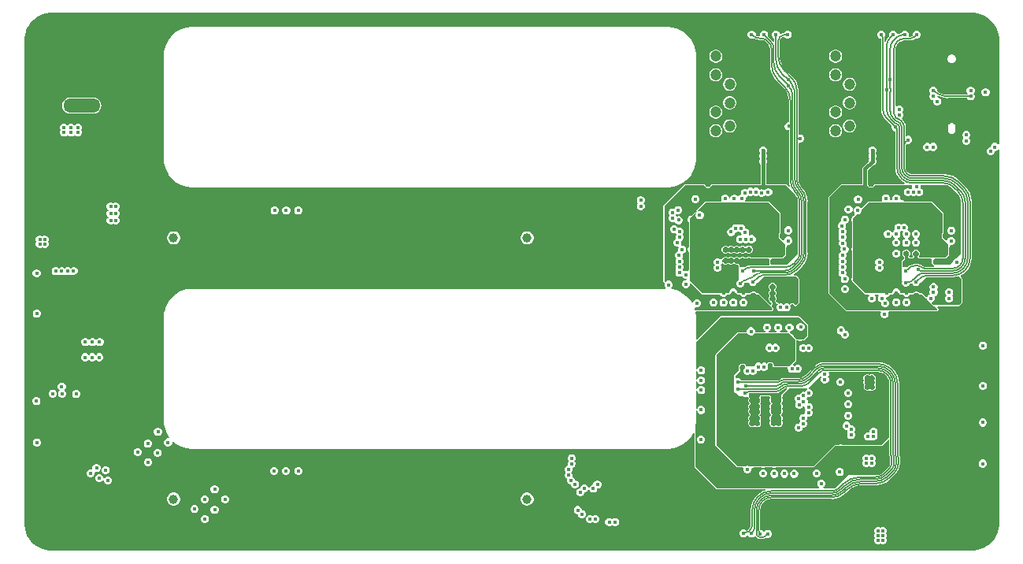
<source format=gbr>
%TF.GenerationSoftware,Altium Limited,Altium Designer,24.0.1 (36)*%
G04 Layer_Physical_Order=3*
G04 Layer_Color=16440176*
%FSLAX45Y45*%
%MOMM*%
%TF.SameCoordinates,AAAF7447-B715-4BC7-9B32-5AEFA729C21C*%
%TF.FilePolarity,Positive*%
%TF.FileFunction,Copper,L3,Inr,Signal*%
%TF.Part,Single*%
G01*
G75*
%TA.AperFunction,Conductor*%
%ADD10C,0.15240*%
%ADD12C,0.12954*%
%ADD37C,0.38100*%
%TA.AperFunction,ComponentPad*%
%ADD38O,2.99999X1.30000*%
%ADD39O,1.50000X3.29999*%
%ADD40O,3.99999X1.50000*%
%ADD41C,2.99974*%
%ADD42C,1.19888*%
%ADD43C,1.30000*%
%ADD44C,1.00000*%
%TA.AperFunction,ViaPad*%
%ADD45C,0.40000*%
%TA.AperFunction,Conductor*%
%ADD46C,0.12700*%
G36*
X10257160Y8882097D02*
X10293764Y8872309D01*
X10328778Y8857821D01*
X10361599Y8838884D01*
X10391662Y8815821D01*
X10418457Y8789026D01*
X10441520Y8758962D01*
X10460456Y8726144D01*
X10474944Y8691129D01*
X10484732Y8654523D01*
X10489654Y8616954D01*
X10489639Y8598008D01*
X10489641Y8598004D01*
X10489639Y8598000D01*
Y7476985D01*
X10483782Y7474200D01*
X10476939Y7473092D01*
X10466298Y7483734D01*
X10450493Y7490280D01*
X10433387D01*
X10417582Y7483734D01*
X10405486Y7471638D01*
X10398940Y7455833D01*
Y7445064D01*
X10390966D01*
X10375162Y7438518D01*
X10363066Y7426422D01*
X10356520Y7410617D01*
Y7393511D01*
X10363066Y7377706D01*
X10375162Y7365610D01*
X10390966Y7359064D01*
X10408073D01*
X10423877Y7365610D01*
X10435973Y7377706D01*
X10442519Y7393511D01*
Y7404280D01*
X10450493D01*
X10466298Y7410826D01*
X10476939Y7421468D01*
X10483782Y7420360D01*
X10489639Y7417575D01*
X10489639Y3398020D01*
X10489639Y3398019D01*
X10489639Y3398018D01*
X10489643Y3379075D01*
X10484704Y3341510D01*
X10474904Y3304915D01*
X10460408Y3269910D01*
X10441468Y3237099D01*
X10418405Y3207040D01*
X10391615Y3180250D01*
X10361556Y3157187D01*
X10328744Y3138246D01*
X10293741Y3123751D01*
X10257145Y3113951D01*
X10219580Y3109012D01*
X10200637Y3109016D01*
X10200636Y3109015D01*
X10200635Y3109016D01*
X300639Y3108995D01*
X281698Y3109002D01*
X244142Y3113958D01*
X207554Y3123771D01*
X172559Y3138274D01*
X139754Y3157219D01*
X109704Y3180280D01*
X82917Y3207068D01*
X59854Y3237120D01*
X40910Y3269924D01*
X26407Y3304918D01*
X16594Y3341506D01*
X11638Y3379062D01*
X11631Y3398003D01*
X11630Y8597999D01*
X11630Y8598000D01*
X11630Y8598002D01*
X11627Y8616944D01*
X16566Y8654509D01*
X26366Y8691105D01*
X40861Y8726110D01*
X59802Y8758921D01*
X82865Y8788979D01*
X109655Y8815769D01*
X139714Y8838832D01*
X172525Y8857772D01*
X207530Y8872268D01*
X244125Y8882068D01*
X281691Y8887007D01*
X300633Y8887004D01*
X300634Y8887004D01*
X300635Y8887004D01*
X10200635Y8887003D01*
X10200639Y8887005D01*
X10200644Y8887003D01*
X10219590Y8887018D01*
X10257160Y8882097D01*
D02*
G37*
%LPC*%
G36*
X6940297Y8736801D02*
X6920632Y8736797D01*
X1820635Y8736797D01*
X1820632Y8736796D01*
X1820631Y8736797D01*
X1800970Y8736790D01*
X1800268Y8736499D01*
X1799535Y8736695D01*
X1760551Y8731551D01*
X1759894Y8731171D01*
X1759141Y8731270D01*
X1721161Y8721083D01*
X1720559Y8720621D01*
X1719800Y8720621D01*
X1683473Y8705566D01*
X1682937Y8705030D01*
X1682184Y8704930D01*
X1648132Y8685265D01*
X1647670Y8684663D01*
X1646937Y8684466D01*
X1615742Y8660526D01*
X1615363Y8659869D01*
X1614661Y8659579D01*
X1586856Y8631773D01*
X1586566Y8631072D01*
X1585908Y8630692D01*
X1561969Y8599498D01*
X1561772Y8598764D01*
X1561170Y8598302D01*
X1541504Y8564251D01*
X1541405Y8563498D01*
X1540868Y8562961D01*
X1525814Y8526635D01*
X1525814Y8525876D01*
X1525351Y8525274D01*
X1515165Y8487294D01*
X1515263Y8486541D01*
X1514884Y8485884D01*
X1509739Y8446900D01*
X1509936Y8446166D01*
X1509645Y8445465D01*
X1509638Y8425804D01*
X1509639Y8425802D01*
X1509638Y8425800D01*
X1509638Y7324700D01*
X1509639Y7324698D01*
X1509638Y7324696D01*
X1509645Y7305035D01*
X1509936Y7304333D01*
X1509740Y7303600D01*
X1514884Y7264616D01*
X1515264Y7263959D01*
X1515165Y7263206D01*
X1525352Y7225226D01*
X1525814Y7224624D01*
X1525814Y7223865D01*
X1540869Y7187539D01*
X1541406Y7187002D01*
X1541505Y7186249D01*
X1561170Y7152198D01*
X1561772Y7151736D01*
X1561969Y7151002D01*
X1585908Y7119807D01*
X1586566Y7119428D01*
X1586856Y7118726D01*
X1614661Y7090921D01*
X1615363Y7090631D01*
X1615742Y7089973D01*
X1646937Y7066034D01*
X1647670Y7065837D01*
X1648133Y7065235D01*
X1682184Y7045570D01*
X1682937Y7045471D01*
X1683474Y7044934D01*
X1719800Y7029879D01*
X1720559Y7029879D01*
X1721161Y7029416D01*
X1759141Y7019230D01*
X1759893Y7019329D01*
X1760551Y7018949D01*
X1799535Y7013805D01*
X1800268Y7014001D01*
X1800970Y7013710D01*
X1820631Y7013703D01*
X1820633Y7013704D01*
X1820635Y7013703D01*
X6920633Y7013703D01*
X6940297Y7013699D01*
X6940999Y7013989D01*
X6941733Y7013792D01*
X6980725Y7018919D01*
X6981384Y7019299D01*
X6982136Y7019200D01*
X7020126Y7029374D01*
X7020729Y7029836D01*
X7021489D01*
X7057825Y7044882D01*
X7058362Y7045419D01*
X7059115Y7045519D01*
X7093176Y7065180D01*
X7093638Y7065783D01*
X7094372Y7065980D01*
X7125575Y7089920D01*
X7125955Y7090578D01*
X7126656Y7090869D01*
X7154465Y7118678D01*
X7154756Y7119380D01*
X7155414Y7119760D01*
X7179355Y7150962D01*
X7179551Y7151696D01*
X7180154Y7152158D01*
X7199816Y7186219D01*
X7199915Y7186972D01*
X7200452Y7187510D01*
X7215499Y7223846D01*
Y7224606D01*
X7215961Y7225209D01*
X7226135Y7263198D01*
X7226035Y7263951D01*
X7226415Y7264609D01*
X7231542Y7303602D01*
X7231345Y7304336D01*
X7231636Y7305038D01*
X7231632Y7324702D01*
X7231632Y8425800D01*
X7231632Y8425801D01*
X7231636Y8445462D01*
X7231345Y8446163D01*
X7231542Y8446898D01*
X7226416Y8485890D01*
X7226036Y8486549D01*
X7226135Y8487302D01*
X7215961Y8525291D01*
X7215499Y8525894D01*
Y8526654D01*
X7200452Y8562990D01*
X7199915Y8563527D01*
X7199816Y8564281D01*
X7180154Y8598341D01*
X7179552Y8598804D01*
X7179355Y8599538D01*
X7155414Y8630740D01*
X7154757Y8631120D01*
X7154466Y8631822D01*
X7126657Y8659631D01*
X7125955Y8659922D01*
X7125575Y8660580D01*
X7094373Y8684520D01*
X7093639Y8684717D01*
X7093176Y8685319D01*
X7059115Y8704981D01*
X7058362Y8705080D01*
X7057825Y8705618D01*
X7021489Y8720664D01*
X7020729D01*
X7020126Y8721127D01*
X6982136Y8731300D01*
X6981383Y8731201D01*
X6980725Y8731581D01*
X6941732Y8736707D01*
X6940998Y8736511D01*
X6940297Y8736801D01*
D02*
G37*
G36*
X8227033Y8696780D02*
X8209927D01*
X8194123Y8690234D01*
X8182027Y8678138D01*
X8178673Y8670042D01*
X8162920Y8667968D01*
X8147044Y8661392D01*
X8138582Y8661171D01*
X8131702Y8667771D01*
X8127934Y8676868D01*
X8115838Y8688964D01*
X8100033Y8695510D01*
X8082927D01*
X8067123Y8688964D01*
X8055027Y8676868D01*
X8048480Y8661063D01*
Y8643957D01*
X8055027Y8628152D01*
X8063477Y8619702D01*
X8067122Y8616056D01*
X8067139Y8616046D01*
X8072937Y8612199D01*
X8072618Y8610600D01*
X8073066D01*
X8073067Y8599676D01*
Y8582798D01*
X8060367Y8578487D01*
X8046013Y8597193D01*
X8045443Y8596623D01*
X8004363Y8637703D01*
X8007480Y8645227D01*
Y8662333D01*
X8000934Y8678138D01*
X7988838Y8690234D01*
X7973033Y8696780D01*
X7955927D01*
X7940123Y8690234D01*
X7928027Y8678138D01*
X7921480Y8662333D01*
Y8645227D01*
X7921889Y8644240D01*
X7912962Y8632605D01*
X7893246Y8635201D01*
X7873120Y8643537D01*
X7873820Y8645227D01*
Y8662333D01*
X7867274Y8678138D01*
X7855178Y8690234D01*
X7839373Y8696780D01*
X7822267D01*
X7806462Y8690234D01*
X7794366Y8678138D01*
X7787820Y8662333D01*
Y8645227D01*
X7794366Y8629422D01*
X7806462Y8617326D01*
X7822267Y8610780D01*
X7839373D01*
X7850986Y8615590D01*
X7884295Y8601794D01*
X7920536Y8597022D01*
Y8597897D01*
X7945870D01*
Y8597800D01*
X7962795Y8594433D01*
X7977144Y8584846D01*
X7977213Y8584914D01*
X8004745Y8557382D01*
X8004540Y8557177D01*
X8016758Y8541255D01*
X8024438Y8522714D01*
X8027058Y8502816D01*
X8027347D01*
Y8333463D01*
X8026436D01*
X8031360Y8283476D01*
X8045940Y8235409D01*
X8069618Y8191111D01*
X8101483Y8152283D01*
X8102127Y8152927D01*
X8171977Y8083077D01*
X8172024Y8083046D01*
X8172053Y8083010D01*
X8172072Y8082983D01*
X8172081Y8082976D01*
X8196859Y8052783D01*
X8215340Y8018209D01*
X8226720Y7980693D01*
X8230558Y7941732D01*
X8230547Y7941678D01*
Y7711454D01*
X8220768D01*
X8204964Y7704908D01*
X8192868Y7692812D01*
X8186321Y7677008D01*
Y7659901D01*
X8192868Y7644097D01*
X8204964Y7632001D01*
X8220768Y7625455D01*
X8230547D01*
Y7094290D01*
X8229861D01*
X8233887Y7053422D01*
X8241000Y7029973D01*
X8229770Y7023242D01*
X8206896Y7046116D01*
X8199120Y7049337D01*
X7985062D01*
Y7258771D01*
X7991734Y7265442D01*
X7998280Y7281247D01*
Y7298353D01*
X7991734Y7314158D01*
X7986881Y7319010D01*
X7991734Y7323862D01*
X7998280Y7339667D01*
Y7356773D01*
X7991734Y7372578D01*
X7986881Y7377430D01*
X7991734Y7382282D01*
X7998280Y7398087D01*
Y7415193D01*
X7991734Y7430998D01*
X7979638Y7443094D01*
X7963833Y7449640D01*
X7946727D01*
X7930922Y7443094D01*
X7918826Y7430998D01*
X7912280Y7415193D01*
Y7398087D01*
X7918826Y7382282D01*
X7923679Y7377430D01*
X7918826Y7372578D01*
X7912280Y7356773D01*
Y7339667D01*
X7918826Y7323862D01*
X7923679Y7319010D01*
X7918826Y7314158D01*
X7912280Y7298353D01*
Y7281247D01*
X7918826Y7265442D01*
X7925498Y7258771D01*
Y7049337D01*
X7401995Y7049337D01*
X7399974Y7048500D01*
X7397786D01*
X7396239Y7046953D01*
X7394218Y7046116D01*
X7393381Y7044095D01*
X7391835Y7042548D01*
X7387160Y7031263D01*
X7378157Y7022260D01*
X7366395Y7017388D01*
X7353663D01*
X7341901Y7022260D01*
X7332898Y7031263D01*
X7328224Y7042549D01*
X7326677Y7044095D01*
X7325840Y7046116D01*
X7323819Y7046953D01*
X7322272Y7048500D01*
X7320085D01*
X7318064Y7049337D01*
X7117080D01*
X7109304Y7046116D01*
X6885784Y6822596D01*
X6882563Y6814820D01*
Y5998370D01*
X6883435Y5996264D01*
X6883475Y5993985D01*
X6884982Y5992530D01*
X6885784Y5990594D01*
X6887889Y5989722D01*
X6889529Y5988138D01*
X6891840Y5987228D01*
X6896802Y5975537D01*
X6896176Y5974025D01*
Y5956918D01*
X6902722Y5941114D01*
X6907839Y5935997D01*
X6902579Y5923297D01*
X1820635Y5923297D01*
X1820632Y5923296D01*
X1820631Y5923297D01*
X1800970Y5923290D01*
X1800268Y5922999D01*
X1799535Y5923195D01*
X1760551Y5918051D01*
X1759894Y5917671D01*
X1759141Y5917770D01*
X1721161Y5907583D01*
X1720559Y5907121D01*
X1719800Y5907121D01*
X1683473Y5892066D01*
X1682937Y5891529D01*
X1682184Y5891430D01*
X1648132Y5871765D01*
X1647670Y5871163D01*
X1646937Y5870966D01*
X1615742Y5847026D01*
X1615363Y5846369D01*
X1614661Y5846078D01*
X1586856Y5818273D01*
X1586566Y5817572D01*
X1585908Y5817192D01*
X1561969Y5785998D01*
X1561772Y5785264D01*
X1561170Y5784802D01*
X1541504Y5750751D01*
X1541405Y5749998D01*
X1540868Y5749461D01*
X1525814Y5713135D01*
X1525814Y5712376D01*
X1525351Y5711773D01*
X1515165Y5673794D01*
X1515263Y5673041D01*
X1514884Y5672384D01*
X1509739Y5633399D01*
X1509936Y5632666D01*
X1509645Y5631965D01*
X1509638Y5612304D01*
X1509639Y5612302D01*
X1509638Y5612300D01*
X1509638Y4511200D01*
X1509639Y4511198D01*
X1509638Y4511196D01*
X1509645Y4491535D01*
X1509936Y4490833D01*
X1509740Y4490100D01*
X1514884Y4451116D01*
X1515264Y4450458D01*
X1515165Y4449706D01*
X1525352Y4411726D01*
X1525814Y4411124D01*
X1525814Y4410365D01*
X1540869Y4374038D01*
X1541406Y4373502D01*
X1541505Y4372749D01*
X1561170Y4338698D01*
X1561772Y4338235D01*
X1561969Y4337502D01*
X1570018Y4327013D01*
X1568088Y4321919D01*
X1563014Y4315280D01*
X1548467D01*
X1532662Y4308734D01*
X1520566Y4296638D01*
X1514020Y4280833D01*
Y4263727D01*
X1520566Y4247922D01*
X1532662Y4235826D01*
X1548467Y4229280D01*
X1565573D01*
X1581378Y4235826D01*
X1593474Y4247922D01*
X1600020Y4263727D01*
Y4274102D01*
X1612720Y4279363D01*
X1614661Y4277421D01*
X1615363Y4277131D01*
X1615742Y4276473D01*
X1646937Y4252534D01*
X1647670Y4252337D01*
X1648133Y4251735D01*
X1682184Y4232070D01*
X1682937Y4231970D01*
X1683474Y4231433D01*
X1719800Y4216379D01*
X1720559Y4216379D01*
X1721161Y4215916D01*
X1759141Y4205730D01*
X1759893Y4205829D01*
X1760551Y4205449D01*
X1799535Y4200305D01*
X1800268Y4200501D01*
X1800970Y4200210D01*
X1820631Y4200203D01*
X1820633Y4200204D01*
X1820635Y4200203D01*
X6920633Y4200203D01*
X6940297Y4200199D01*
X6940999Y4200489D01*
X6941733Y4200292D01*
X6980725Y4205419D01*
X6981384Y4205799D01*
X6982136Y4205700D01*
X7020126Y4215873D01*
X7020729Y4216336D01*
X7021489D01*
X7057825Y4231382D01*
X7058362Y4231919D01*
X7059115Y4232018D01*
X7093176Y4251680D01*
X7093638Y4252283D01*
X7094372Y4252480D01*
X7125575Y4276420D01*
X7125955Y4277078D01*
X7126656Y4277369D01*
X7154465Y4305178D01*
X7154756Y4305880D01*
X7155414Y4306260D01*
X7179355Y4337462D01*
X7179551Y4338196D01*
X7180154Y4338658D01*
X7199816Y4372719D01*
X7202603Y4374114D01*
X7215303Y4366268D01*
Y4015740D01*
X7218524Y4007964D01*
X7454744Y3771744D01*
X7462520Y3768523D01*
X7976036D01*
X7977920Y3755823D01*
X7957568Y3749649D01*
X7919014Y3729042D01*
X7885221Y3701309D01*
X7885047Y3701096D01*
X7857488Y3667516D01*
X7836881Y3628963D01*
X7824191Y3587129D01*
X7819906Y3543624D01*
X7820657D01*
Y3393440D01*
X7820384D01*
X7817700Y3373058D01*
X7809833Y3354065D01*
X7797318Y3337755D01*
Y3337756D01*
Y3337369D01*
X7787504Y3327555D01*
X7777671Y3320633D01*
X7775433Y3319138D01*
X7766278Y3328294D01*
X7750473Y3334840D01*
X7733367D01*
X7717562Y3328294D01*
X7705466Y3316198D01*
X7698920Y3300393D01*
Y3283287D01*
X7705466Y3267482D01*
X7717562Y3255386D01*
X7733367Y3248840D01*
X7750473D01*
X7766278Y3255386D01*
X7778374Y3267482D01*
X7779497Y3270194D01*
X7793243D01*
X7794366Y3267482D01*
X7806462Y3255386D01*
X7822267Y3248840D01*
X7839373D01*
X7855178Y3255386D01*
X7859762Y3259971D01*
X7875913Y3258657D01*
X7882204Y3249244D01*
X7900582Y3236964D01*
X7922260Y3232652D01*
Y3233417D01*
X7944645D01*
Y3233131D01*
X7963063Y3235556D01*
X7980226Y3242665D01*
X7989367Y3249680D01*
X7997527Y3246300D01*
X8014633D01*
X8030438Y3252846D01*
X8042534Y3264942D01*
X8049080Y3280747D01*
Y3297853D01*
X8042534Y3313658D01*
X8030438Y3325754D01*
X8014633Y3332300D01*
X7997527D01*
X7981722Y3325754D01*
X7971630Y3315661D01*
X7964170Y3314504D01*
X7956710Y3315661D01*
X7946618Y3325754D01*
X7930813Y3332300D01*
X7922903D01*
Y3543624D01*
X7922855Y3543868D01*
X7926914Y3574704D01*
X7938911Y3603666D01*
X7957808Y3628293D01*
X7957981Y3628409D01*
X7957988Y3628419D01*
X7958010Y3628451D01*
X7958051Y3628479D01*
X7958190Y3628686D01*
X7982864Y3647619D01*
X8011826Y3659616D01*
X8042661Y3663675D01*
X8042906Y3663627D01*
X8686778D01*
Y3662915D01*
X8728713Y3667045D01*
X8769037Y3679277D01*
X8806199Y3699141D01*
X8829259Y3718066D01*
X8838583Y3725717D01*
X8838585Y3725719D01*
X8838773Y3725873D01*
X8838928Y3726062D01*
X8847224Y3735332D01*
X8858797Y3746905D01*
X8858835Y3746961D01*
X8858884Y3746994D01*
X8858891Y3746999D01*
X8859150Y3747386D01*
X8893163Y3775299D01*
X8932490Y3796320D01*
X8975162Y3809264D01*
X9019040Y3813586D01*
X9019540Y3813487D01*
X9170236D01*
Y3812785D01*
X9211765Y3816875D01*
X9251698Y3828989D01*
X9288501Y3848660D01*
X9311063Y3867177D01*
X9320759Y3875133D01*
X9320263Y3875630D01*
X9377168Y3932536D01*
X9377774Y3932535D01*
X9377812Y3932566D01*
X9377920Y3932698D01*
X9397354Y3956379D01*
X9411875Y3983546D01*
X9420817Y4013024D01*
X9423837Y4043680D01*
X9423403D01*
Y4112375D01*
X9423924D01*
X9420563Y4137903D01*
X9419565Y4140311D01*
X9416184Y4151619D01*
X9415332Y4153677D01*
X9414833Y4165400D01*
Y4908482D01*
X9415555D01*
X9411385Y4950819D01*
X9399036Y4991529D01*
X9378982Y5029048D01*
X9359955Y5052232D01*
X9351993Y5061933D01*
X9348230Y5065786D01*
X9348228Y5065788D01*
X9348003Y5065973D01*
X9348002Y5065974D01*
X9338877Y5073462D01*
X9313362Y5094402D01*
X9273583Y5115664D01*
X9230421Y5128757D01*
X9185551Y5133176D01*
X9185550Y5133177D01*
X9173152Y5132413D01*
X9160697Y5133691D01*
X9160372Y5133826D01*
X9157167Y5133091D01*
X9144467Y5132642D01*
X8608406D01*
Y5133584D01*
X8570124Y5128544D01*
X8534451Y5113768D01*
X8503860Y5090295D01*
X8504517Y5089637D01*
X8504516Y5089629D01*
X8413044Y4998156D01*
X8412865Y4997889D01*
X8387680Y4978564D01*
X8358058Y4966294D01*
X8326585Y4962151D01*
X8326270Y4962213D01*
X8172087D01*
Y4962999D01*
X8149995Y4958605D01*
X8131267Y4946091D01*
X8120950Y4940339D01*
X8115365Y4939228D01*
Y4938718D01*
X7720347D01*
X7717230Y4946243D01*
X7705134Y4958339D01*
X7689330Y4964885D01*
X7672223D01*
X7666557Y4962538D01*
X7653857Y4971024D01*
Y4991625D01*
X7704192Y5041959D01*
X7707413Y5049736D01*
X7705244Y5054972D01*
Y5055276D01*
X7699534Y5069059D01*
Y5081791D01*
X7704406Y5093553D01*
X7713409Y5102556D01*
X7725171Y5107428D01*
X7737903D01*
X7749665Y5102556D01*
X7758668Y5093553D01*
X7759279Y5092077D01*
X7759328Y5079583D01*
X7756229Y5075249D01*
X7747237Y5066258D01*
X7740691Y5050453D01*
Y5033347D01*
X7747237Y5017542D01*
X7759333Y5005446D01*
X7775138Y4998900D01*
X7792244D01*
X7808049Y5005446D01*
X7814691Y5012089D01*
X7821333Y5005446D01*
X7837138Y4998900D01*
X7854244D01*
X7870049Y5005446D01*
X7882145Y5017542D01*
X7887865Y5031352D01*
X7895153Y5042080D01*
X7912260D01*
X7928064Y5048626D01*
X7934706Y5055269D01*
X7941349Y5048626D01*
X7957153Y5042080D01*
X7974259D01*
X7990064Y5048626D01*
X8002160Y5060722D01*
X8008706Y5076527D01*
Y5093633D01*
X8002160Y5109438D01*
X8000688Y5110910D01*
X8009161Y5119383D01*
X8020924Y5124255D01*
X8033655D01*
X8045417Y5119383D01*
X8054420Y5110381D01*
X8059292Y5098618D01*
Y5092700D01*
X8062513Y5084924D01*
X8070289Y5081703D01*
X8213589D01*
X8220645Y5071143D01*
X8220298Y5070306D01*
Y5053200D01*
X8226845Y5037395D01*
X8238941Y5025299D01*
X8254745Y5018753D01*
X8271851D01*
X8287656Y5025299D01*
X8294371Y5032014D01*
X8300940Y5025444D01*
X8316745Y5018898D01*
X8333851D01*
X8349656Y5025444D01*
X8361752Y5037540D01*
X8368298Y5053344D01*
Y5070451D01*
X8361752Y5086255D01*
X8349656Y5098351D01*
X8333851Y5104898D01*
X8316745D01*
X8300940Y5098351D01*
X8294226Y5091637D01*
X8287656Y5098206D01*
X8277787Y5102294D01*
X8274019Y5116486D01*
X8305956Y5148424D01*
X8309177Y5156200D01*
Y5366183D01*
X8333953D01*
X8345507Y5361397D01*
X8362613D01*
X8374167Y5366183D01*
X8389620D01*
X8397396Y5369404D01*
X8432956Y5404964D01*
X8436177Y5412740D01*
X8436177Y5532120D01*
X8432956Y5539896D01*
X8346596Y5626256D01*
X8338820Y5629477D01*
X7500620D01*
X7492844Y5626256D01*
X7243365Y5376778D01*
X7231632Y5381638D01*
Y5612300D01*
X7231632Y5612300D01*
X7231636Y5631962D01*
X7231345Y5632663D01*
X7231542Y5633397D01*
X7226601Y5670983D01*
X7227519Y5674864D01*
X7228307Y5676632D01*
X7233719Y5683683D01*
X8049836D01*
X8051857Y5684520D01*
X8054044D01*
X8055591Y5686067D01*
X8057612Y5686904D01*
X8058449Y5688925D01*
X8059996Y5690471D01*
X8065256Y5703171D01*
Y5705359D01*
X8066094Y5707380D01*
X8065257Y5709401D01*
Y5711588D01*
X8063710Y5713135D01*
X8062873Y5715156D01*
X8056094Y5721935D01*
X8050384Y5735719D01*
X8048369Y5741338D01*
X8050022Y5751437D01*
X8054702Y5761188D01*
X8054708Y5761301D01*
X8054791Y5761378D01*
X8054938Y5765486D01*
X8055163Y5769592D01*
X8055088Y5769677D01*
X8055092Y5769790D01*
X8050412Y5782336D01*
X8050268Y5782490D01*
Y5782701D01*
X8047420Y5785549D01*
X8044676Y5788496D01*
X8044465Y5788504D01*
X8044316Y5788653D01*
X8036212Y5792009D01*
X8027209Y5801012D01*
X8022337Y5812774D01*
Y5825506D01*
X8027209Y5837268D01*
X8030515Y5840574D01*
X8033736Y5848350D01*
X8030515Y5856126D01*
X8027209Y5859432D01*
X8022337Y5871194D01*
Y5883926D01*
X8027209Y5895688D01*
X8034325Y5902804D01*
X8037546Y5910580D01*
X8034325Y5918356D01*
X8027209Y5925472D01*
X8022337Y5937234D01*
Y5949966D01*
X8027209Y5961728D01*
X8036212Y5970731D01*
X8047974Y5975603D01*
X8060706D01*
X8072468Y5970731D01*
X8081471Y5961728D01*
X8086343Y5949966D01*
Y5937234D01*
X8081471Y5925472D01*
X8074355Y5918356D01*
X8071134Y5910580D01*
X8074355Y5902804D01*
X8081471Y5895688D01*
X8086343Y5883926D01*
Y5871194D01*
X8081471Y5859432D01*
X8078165Y5856126D01*
X8074944Y5848350D01*
X8078165Y5840574D01*
X8081471Y5837268D01*
X8086343Y5825506D01*
Y5812774D01*
X8081040Y5799972D01*
Y5797545D01*
X8080214Y5795263D01*
X8080325Y5792824D01*
X8081033Y5791314D01*
X8080946Y5789649D01*
X8085130Y5777848D01*
X8085335Y5777621D01*
Y5777315D01*
X8088124Y5774526D01*
X8090765Y5771596D01*
X8091070Y5771580D01*
X8091287Y5771363D01*
X8101352Y5767194D01*
X8110355Y5758191D01*
X8111216Y5756113D01*
Y5751927D01*
X8106266Y5746978D01*
X8099720Y5731173D01*
Y5714067D01*
X8106266Y5698262D01*
X8118362Y5686166D01*
X8134167Y5679620D01*
X8151273D01*
X8167078Y5686166D01*
X8173720Y5692809D01*
X8180362Y5686166D01*
X8196167Y5679620D01*
X8213273D01*
X8229078Y5686166D01*
X8241174Y5698262D01*
X8247720Y5714067D01*
Y5731173D01*
X8242401Y5744015D01*
X8243628Y5744524D01*
X8248591Y5749487D01*
X8260353Y5754359D01*
X8273085D01*
X8284847Y5749487D01*
X8294090Y5740244D01*
X8301867Y5737023D01*
X8305800D01*
X8313576Y5740244D01*
X8338976Y5765644D01*
X8342197Y5773420D01*
Y5986780D01*
Y6032500D01*
X8338976Y6040276D01*
X8318656Y6060596D01*
X8310880Y6063817D01*
X8307869D01*
X8304193Y6065340D01*
X8287087D01*
X8282704Y6067351D01*
X8282273Y6081521D01*
X8290175Y6085744D01*
X8308686Y6100936D01*
X8318341Y6108860D01*
X8317937Y6109264D01*
X8373362Y6164689D01*
X8374257Y6164689D01*
X8374265Y6164695D01*
X8374388Y6164845D01*
X8398986Y6194818D01*
X8417356Y6229186D01*
X8428668Y6266476D01*
X8432487Y6305257D01*
X8431853D01*
Y6855460D01*
X8432646D01*
X8428194Y6900657D01*
X8417439Y6936113D01*
X8415011Y6944118D01*
X8414813Y6944488D01*
X8409432Y6955794D01*
D01*
X8393894Y6984863D01*
X8378977Y7003039D01*
X8371196Y7012520D01*
X8363129Y7021877D01*
X8363110Y7021901D01*
X8350036Y7038939D01*
X8337056Y7070276D01*
X8332694Y7103406D01*
X8332793Y7103905D01*
Y7488922D01*
X8342967Y7495720D01*
X8360073D01*
X8375878Y7502266D01*
X8387974Y7514362D01*
X8394520Y7530167D01*
Y7547273D01*
X8387974Y7563078D01*
X8375878Y7575174D01*
X8360073Y7581720D01*
X8342967D01*
X8332793Y7588518D01*
Y8061238D01*
X8333389D01*
X8329721Y8098475D01*
X8318860Y8134281D01*
X8301221Y8167280D01*
X8277484Y8196204D01*
X8277063Y8195783D01*
X8199058Y8273788D01*
X8198499Y8274162D01*
X8169400Y8309619D01*
X8147465Y8350655D01*
X8133958Y8395183D01*
X8129462Y8440830D01*
X8129593Y8441490D01*
Y8580067D01*
X8129519Y8580442D01*
X8133785Y8601891D01*
X8145921Y8620054D01*
X8146218Y8620253D01*
X8146232Y8620273D01*
X8146253Y8620287D01*
X8146267Y8620308D01*
X8146287Y8620322D01*
X8146486Y8620619D01*
X8164649Y8632755D01*
X8179429Y8635694D01*
X8182027Y8629422D01*
X8194123Y8617326D01*
X8209927Y8610780D01*
X8227033D01*
X8242838Y8617326D01*
X8254934Y8629422D01*
X8261480Y8645227D01*
Y8662333D01*
X8254934Y8678138D01*
X8242838Y8690234D01*
X8227033Y8696780D01*
D02*
G37*
G36*
X9613253D02*
X9596147D01*
X9580342Y8690234D01*
X9568246Y8678138D01*
X9561700Y8662333D01*
Y8645227D01*
X9563669Y8640473D01*
X9552649Y8633110D01*
X9531881Y8628979D01*
X9531533Y8629048D01*
X9526480D01*
X9519424Y8639608D01*
X9520700Y8642687D01*
Y8659793D01*
X9514153Y8675598D01*
X9502057Y8687694D01*
X9486253Y8694240D01*
X9469147D01*
X9453342Y8687694D01*
X9441246Y8675598D01*
X9438482Y8668925D01*
X9420516Y8666560D01*
X9406075Y8660578D01*
X9404997Y8660509D01*
X9390822Y8666936D01*
X9390595Y8667288D01*
X9387153Y8675598D01*
X9375057Y8687694D01*
X9359253Y8694240D01*
X9342147D01*
X9326342Y8687694D01*
X9314246Y8675598D01*
X9307700Y8659793D01*
Y8642687D01*
X9308955Y8639656D01*
X9302339Y8629697D01*
X9302339Y8629696D01*
X9280361Y8601054D01*
X9271348Y8579296D01*
X9258648Y8581823D01*
Y8610633D01*
X9258949D01*
X9257199Y8623928D01*
X9260153Y8626882D01*
X9266700Y8642687D01*
Y8659793D01*
X9260153Y8675598D01*
X9248057Y8687694D01*
X9232253Y8694240D01*
X9215147D01*
X9199342Y8687694D01*
X9187246Y8675598D01*
X9180700Y8659793D01*
Y8642687D01*
X9187246Y8626882D01*
X9199342Y8614786D01*
X9215147Y8608240D01*
X9222392D01*
Y7857895D01*
X9221945D01*
X9225116Y7825700D01*
X9234507Y7794741D01*
X9249758Y7766210D01*
X9270281Y7741201D01*
X9270597Y7741517D01*
X9337580Y7674534D01*
X9335000Y7668305D01*
Y7651198D01*
X9341546Y7635394D01*
X9353642Y7623298D01*
X9369447Y7616752D01*
X9374792D01*
Y7227766D01*
X9374236D01*
X9377844Y7191130D01*
X9388530Y7155902D01*
X9405884Y7123436D01*
X9429238Y7094978D01*
X9429278Y7094946D01*
X9457695Y7071624D01*
X9475632Y7062037D01*
X9472451Y7049337D01*
X9313589Y7049337D01*
X9155373D01*
X9153352Y7048500D01*
X9151165D01*
X9149618Y7046953D01*
X9147597Y7046116D01*
X9146760Y7044095D01*
X9145213Y7042548D01*
X9141089Y7032592D01*
X9132087Y7023589D01*
X9120324Y7018717D01*
X9107593D01*
X9095830Y7023589D01*
X9086828Y7032592D01*
X9082704Y7042548D01*
X9081157Y7044095D01*
X9080320Y7046116D01*
X9079802Y7046331D01*
Y7201264D01*
X9127879Y7249340D01*
X9137313D01*
X9153118Y7255886D01*
X9165214Y7267982D01*
X9171760Y7283787D01*
Y7300893D01*
X9165214Y7316698D01*
X9160361Y7321550D01*
X9165214Y7326402D01*
X9171760Y7342207D01*
Y7359313D01*
X9165214Y7375118D01*
X9160361Y7379970D01*
X9165214Y7384822D01*
X9171760Y7400627D01*
Y7417733D01*
X9165214Y7433538D01*
X9153118Y7445634D01*
X9137313Y7452180D01*
X9120207D01*
X9104402Y7445634D01*
X9092306Y7433538D01*
X9085760Y7417733D01*
Y7400627D01*
X9092306Y7384822D01*
X9097159Y7379970D01*
X9092306Y7375118D01*
X9085760Y7359313D01*
Y7342207D01*
X9092306Y7326402D01*
X9097159Y7321550D01*
X9092306Y7316698D01*
X9085760Y7300893D01*
Y7291459D01*
X9028961Y7234659D01*
X9022505Y7224997D01*
X9020238Y7213600D01*
Y7049337D01*
X8798560D01*
X8790784Y7046116D01*
X8661244Y6916576D01*
X8658023Y6908800D01*
X8658022Y5880100D01*
X8661243Y5872324D01*
X8846664Y5686904D01*
X8854440Y5683683D01*
X9215414D01*
X9222057Y5670983D01*
X9217455Y5659872D01*
Y5642766D01*
X9224001Y5626962D01*
X9236097Y5614866D01*
X9251901Y5608319D01*
X9269008D01*
X9284812Y5614866D01*
X9296908Y5626962D01*
X9303455Y5642766D01*
Y5659872D01*
X9298853Y5670983D01*
X9305496Y5683683D01*
X9823366D01*
X9825388Y5684520D01*
X9827575D01*
X9829121Y5686067D01*
X9831143Y5686904D01*
X9831980Y5688925D01*
X9833526Y5690471D01*
X9838387Y5702205D01*
Y5704392D01*
X9839224Y5706413D01*
X9838387Y5708434D01*
Y5710622D01*
X9836840Y5712168D01*
X9836003Y5714189D01*
X9824903Y5725290D01*
X9829763Y5737023D01*
X10058400D01*
X10066176Y5740244D01*
X10091576Y5765644D01*
X10094797Y5773420D01*
Y5986780D01*
Y6032500D01*
X10091576Y6040276D01*
X10078868Y6052985D01*
X10081188Y6068625D01*
X10105102Y6081408D01*
X10136266Y6106983D01*
X10136267Y6106983D01*
X10161864Y6138173D01*
X10180884Y6173757D01*
X10192596Y6212368D01*
X10196551Y6252522D01*
X10195908D01*
Y6827520D01*
X10195905Y6827533D01*
X10195908Y6827547D01*
X10195876Y6848898D01*
X10196595Y6861599D01*
X10196595D01*
X10192228Y6905931D01*
X10179262Y6948674D01*
X10158207Y6988067D01*
X10137763Y7012977D01*
X10130016Y7022418D01*
X10130013Y7022421D01*
X10129871Y7022595D01*
X10129776Y7022673D01*
X10120488Y7030917D01*
X10071167Y7080239D01*
X10071168Y7081410D01*
X10071088Y7081508D01*
X10033670Y7112215D01*
X9990980Y7135033D01*
X9944660Y7149085D01*
X9908905Y7152606D01*
X9896488Y7153829D01*
X9896364Y7153817D01*
X9884006Y7152988D01*
X9865361D01*
X9865360Y7152988D01*
X9562026D01*
Y7153273D01*
X9542746Y7155811D01*
X9524780Y7163253D01*
X9509351Y7175091D01*
X9497513Y7190520D01*
X9490071Y7208486D01*
X9487533Y7227766D01*
X9487248D01*
Y7462520D01*
X9487702D01*
X9489555Y7471835D01*
X9494832Y7479732D01*
X9507222Y7480480D01*
X9518313D01*
X9534118Y7487026D01*
X9546214Y7499122D01*
X9552760Y7514927D01*
Y7532033D01*
X9546214Y7547838D01*
X9534118Y7559934D01*
X9518313Y7566480D01*
X9501207D01*
X9497808Y7565072D01*
X9487248Y7572128D01*
Y7654357D01*
X9487840Y7659752D01*
X9487840D01*
X9484097Y7688180D01*
X9473124Y7714671D01*
X9463205Y7727598D01*
X9455669Y7737420D01*
X9455667Y7737422D01*
X9448760Y7747261D01*
X9447427Y7757070D01*
X9447562Y7757864D01*
X9448295Y7759529D01*
X9448908Y7760356D01*
X9452568Y7764015D01*
X9459114Y7779820D01*
Y7796926D01*
X9452568Y7812730D01*
X9445757Y7819541D01*
X9452230Y7826014D01*
X9458776Y7841818D01*
Y7858925D01*
X9452230Y7874729D01*
X9440134Y7886825D01*
X9424330Y7893372D01*
X9407223D01*
X9391419Y7886825D01*
X9391297Y7886703D01*
X9379564Y7891564D01*
Y8500257D01*
X9379695D01*
X9382844Y8524173D01*
X9392075Y8546459D01*
X9406759Y8565596D01*
X9425897Y8580281D01*
X9448182Y8589512D01*
X9472098Y8592660D01*
Y8592792D01*
X9531533D01*
Y8592355D01*
X9555275Y8595481D01*
X9577399Y8604645D01*
X9589164Y8613672D01*
X9596147Y8610780D01*
X9613253D01*
X9629057Y8617326D01*
X9641153Y8629422D01*
X9647700Y8645227D01*
Y8662333D01*
X9641153Y8678138D01*
X9629057Y8690234D01*
X9613253Y8696780D01*
D02*
G37*
G36*
X9988776Y8440322D02*
X9975648D01*
X9973627Y8439485D01*
X9971440D01*
X9959311Y8434461D01*
X9957764Y8432915D01*
X9955743Y8432078D01*
X9946460Y8422795D01*
X9945623Y8420773D01*
X9944077Y8419227D01*
X9939053Y8407098D01*
Y8404911D01*
X9938216Y8402890D01*
Y8389762D01*
X9939053Y8387741D01*
Y8385553D01*
X9944077Y8373424D01*
X9945623Y8371878D01*
X9946460Y8369857D01*
X9955743Y8360574D01*
X9957764Y8359737D01*
X9959311Y8358190D01*
X9971440Y8353166D01*
X9973627D01*
X9975648Y8352329D01*
X9988776D01*
X9990797Y8353166D01*
X9992985D01*
X10005114Y8358190D01*
X10006660Y8359737D01*
X10008681Y8360574D01*
X10017964Y8369857D01*
X10018801Y8371877D01*
X10020348Y8373424D01*
X10025372Y8385553D01*
Y8387741D01*
X10026209Y8389762D01*
Y8402890D01*
X10025372Y8404911D01*
Y8407098D01*
X10020348Y8419227D01*
X10018801Y8420774D01*
X10017964Y8422795D01*
X10008681Y8432078D01*
X10006660Y8432915D01*
X10005113Y8434461D01*
X9992985Y8439485D01*
X9990797D01*
X9988776Y8440322D01*
D02*
G37*
G36*
X8742197Y8491474D02*
X8723739D01*
X8705909Y8486697D01*
X8689923Y8477467D01*
X8676871Y8464415D01*
X8667642Y8448429D01*
X8662864Y8430599D01*
Y8412141D01*
X8667642Y8394311D01*
X8676871Y8378325D01*
X8689923Y8365273D01*
X8705909Y8356043D01*
X8723739Y8351266D01*
X8742197D01*
X8760027Y8356043D01*
X8776013Y8365273D01*
X8789065Y8378325D01*
X8798295Y8394311D01*
X8803072Y8412141D01*
Y8430599D01*
X8798295Y8448429D01*
X8789065Y8464415D01*
X8776013Y8477467D01*
X8760027Y8486697D01*
X8742197Y8491474D01*
D02*
G37*
G36*
X7453715D02*
X7435257D01*
X7417427Y8486697D01*
X7401441Y8477467D01*
X7388389Y8464415D01*
X7379159Y8448429D01*
X7374382Y8430599D01*
Y8412141D01*
X7379159Y8394311D01*
X7388389Y8378325D01*
X7401441Y8365273D01*
X7417427Y8356043D01*
X7435257Y8351266D01*
X7453715D01*
X7471545Y8356043D01*
X7487531Y8365273D01*
X7500583Y8378325D01*
X7509813Y8394311D01*
X7514590Y8412141D01*
Y8430599D01*
X7509813Y8448429D01*
X7500583Y8464415D01*
X7487531Y8477467D01*
X7471545Y8486697D01*
X7453715Y8491474D01*
D02*
G37*
G36*
X8742197Y8291322D02*
X8723739D01*
X8705909Y8286545D01*
X8689923Y8277315D01*
X8676871Y8264263D01*
X8667642Y8248277D01*
X8662864Y8230447D01*
Y8211989D01*
X8667642Y8194159D01*
X8676871Y8178173D01*
X8689923Y8165121D01*
X8705909Y8155891D01*
X8723739Y8151114D01*
X8742197D01*
X8760027Y8155891D01*
X8776013Y8165121D01*
X8789065Y8178173D01*
X8798295Y8194159D01*
X8803072Y8211989D01*
Y8230447D01*
X8798295Y8248277D01*
X8789065Y8264263D01*
X8776013Y8277315D01*
X8760027Y8286545D01*
X8742197Y8291322D01*
D02*
G37*
G36*
X7453715D02*
X7435257D01*
X7417427Y8286545D01*
X7401441Y8277315D01*
X7388389Y8264263D01*
X7379159Y8248277D01*
X7374382Y8230447D01*
Y8211989D01*
X7379159Y8194159D01*
X7388389Y8178173D01*
X7401441Y8165121D01*
X7417427Y8155891D01*
X7435257Y8151114D01*
X7453715D01*
X7471545Y8155891D01*
X7487531Y8165121D01*
X7500583Y8178173D01*
X7509813Y8194159D01*
X7514590Y8211989D01*
Y8230447D01*
X7509813Y8248277D01*
X7500583Y8264263D01*
X7487531Y8277315D01*
X7471545Y8286545D01*
X7453715Y8291322D01*
D02*
G37*
G36*
X8892057Y8191500D02*
X8873599D01*
X8855769Y8186723D01*
X8839783Y8177493D01*
X8826731Y8164441D01*
X8817502Y8148455D01*
X8812724Y8130625D01*
Y8112167D01*
X8817502Y8094337D01*
X8826731Y8078351D01*
X8839783Y8065299D01*
X8855769Y8056069D01*
X8873599Y8051292D01*
X8892057D01*
X8909887Y8056069D01*
X8925873Y8065299D01*
X8938925Y8078351D01*
X8948155Y8094337D01*
X8952932Y8112167D01*
Y8130625D01*
X8948155Y8148455D01*
X8938925Y8164441D01*
X8925873Y8177493D01*
X8909887Y8186723D01*
X8892057Y8191500D01*
D02*
G37*
G36*
X7603575D02*
X7585117D01*
X7567287Y8186723D01*
X7551301Y8177493D01*
X7538249Y8164441D01*
X7529019Y8148455D01*
X7524242Y8130625D01*
Y8112167D01*
X7529019Y8094337D01*
X7538249Y8078351D01*
X7551301Y8065299D01*
X7567287Y8056069D01*
X7585117Y8051292D01*
X7603575D01*
X7621405Y8056069D01*
X7637391Y8065299D01*
X7650443Y8078351D01*
X7659673Y8094337D01*
X7664450Y8112167D01*
Y8130625D01*
X7659673Y8148455D01*
X7650443Y8164441D01*
X7637391Y8177493D01*
X7621405Y8186723D01*
X7603575Y8191500D01*
D02*
G37*
G36*
X10353973Y8077020D02*
X10336867D01*
X10321062Y8070474D01*
X10308966Y8058378D01*
X10302420Y8042573D01*
Y8025467D01*
X10308966Y8009662D01*
X10321062Y7997566D01*
X10336867Y7991020D01*
X10353973D01*
X10369778Y7997566D01*
X10381874Y8009662D01*
X10388420Y8025467D01*
Y8042573D01*
X10381874Y8058378D01*
X10369778Y8070474D01*
X10353973Y8077020D01*
D02*
G37*
G36*
X9790093Y8095333D02*
X9772987D01*
X9757182Y8088786D01*
X9745086Y8076690D01*
X9738540Y8060886D01*
Y8043779D01*
X9745086Y8027975D01*
X9751729Y8021333D01*
X9745086Y8014690D01*
X9738540Y7998886D01*
Y7981780D01*
X9745086Y7965975D01*
X9757182Y7953879D01*
X9772987Y7947333D01*
X9782699D01*
X9784916Y7944014D01*
Y7926908D01*
X9791463Y7911104D01*
X9803559Y7899008D01*
X9819363Y7892461D01*
X9836470D01*
X9852274Y7899008D01*
X9864370Y7911104D01*
X9870916Y7926908D01*
Y7944015D01*
X9864370Y7959819D01*
X9852274Y7971915D01*
X9836470Y7978461D01*
X9828167Y7991124D01*
X9839598Y7997245D01*
X9850987Y7991157D01*
X9896960Y7977212D01*
X9944770Y7972503D01*
Y7973357D01*
X10145883D01*
X10148946Y7965962D01*
X10161042Y7953866D01*
X10176847Y7947320D01*
X10193953D01*
X10209758Y7953866D01*
X10221854Y7965962D01*
X10228400Y7981767D01*
Y7998873D01*
X10221854Y8014678D01*
X10215211Y8021320D01*
X10221854Y8027962D01*
X10228400Y8043767D01*
Y8060873D01*
X10221854Y8076678D01*
X10209758Y8088774D01*
X10193953Y8095320D01*
X10176847D01*
X10161042Y8088774D01*
X10148946Y8076678D01*
X10142400Y8060873D01*
Y8043767D01*
X10148946Y8027962D01*
X10155589Y8021320D01*
X10148946Y8014678D01*
X10145883Y8007283D01*
X9944770D01*
X9944538Y8007237D01*
X9903732Y8011256D01*
X9902459Y8011642D01*
X9864270Y8023227D01*
X9827902Y8042665D01*
X9824540Y8045425D01*
Y8060886D01*
X9817994Y8076690D01*
X9805898Y8088786D01*
X9790093Y8095333D01*
D02*
G37*
G36*
X8892057Y7991348D02*
X8873599D01*
X8855769Y7986571D01*
X8839783Y7977341D01*
X8826731Y7964289D01*
X8817502Y7948303D01*
X8812724Y7930473D01*
Y7912015D01*
X8817502Y7894185D01*
X8826731Y7878199D01*
X8839783Y7865147D01*
X8855769Y7855917D01*
X8873599Y7851140D01*
X8892057D01*
X8909887Y7855917D01*
X8925873Y7865147D01*
X8938925Y7878199D01*
X8948155Y7894185D01*
X8952932Y7912015D01*
Y7930473D01*
X8948155Y7948303D01*
X8938925Y7964289D01*
X8925873Y7977341D01*
X8909887Y7986571D01*
X8892057Y7991348D01*
D02*
G37*
G36*
X7603575D02*
X7585117D01*
X7567287Y7986571D01*
X7551301Y7977341D01*
X7538249Y7964289D01*
X7529019Y7948303D01*
X7524242Y7930473D01*
Y7912015D01*
X7529019Y7894185D01*
X7538249Y7878199D01*
X7551301Y7865147D01*
X7567287Y7855917D01*
X7585117Y7851140D01*
X7603575D01*
X7621405Y7855917D01*
X7637391Y7865147D01*
X7650443Y7878199D01*
X7659673Y7894185D01*
X7664450Y7912015D01*
Y7930473D01*
X7659673Y7948303D01*
X7650443Y7964289D01*
X7637391Y7977341D01*
X7621405Y7986571D01*
X7603575Y7991348D01*
D02*
G37*
G36*
X752377Y7977657D02*
X502378D01*
X480147Y7974730D01*
X459430Y7966149D01*
X441641Y7952499D01*
X427991Y7934710D01*
X419410Y7913993D01*
X416483Y7891762D01*
X419410Y7869531D01*
X427991Y7848815D01*
X441641Y7831025D01*
X459430Y7817375D01*
X480147Y7808794D01*
X502378Y7805868D01*
X752377D01*
X774608Y7808794D01*
X795325Y7817375D01*
X813114Y7831025D01*
X826764Y7848815D01*
X835345Y7869531D01*
X838272Y7891762D01*
X835345Y7913993D01*
X826764Y7934710D01*
X813114Y7952499D01*
X795325Y7966149D01*
X774608Y7974730D01*
X752377Y7977657D01*
D02*
G37*
G36*
X8742197Y7891526D02*
X8723739D01*
X8705909Y7886749D01*
X8689923Y7877519D01*
X8676871Y7864467D01*
X8667642Y7848481D01*
X8662864Y7830651D01*
Y7812193D01*
X8667642Y7794363D01*
X8676871Y7778377D01*
X8689923Y7765325D01*
X8705909Y7756095D01*
X8723739Y7751318D01*
X8742197D01*
X8760027Y7756095D01*
X8776013Y7765325D01*
X8789065Y7778377D01*
X8798295Y7794363D01*
X8803072Y7812193D01*
Y7830651D01*
X8798295Y7848481D01*
X8789065Y7864467D01*
X8776013Y7877519D01*
X8760027Y7886749D01*
X8742197Y7891526D01*
D02*
G37*
G36*
X7453715D02*
X7435257D01*
X7417427Y7886749D01*
X7401441Y7877519D01*
X7388389Y7864467D01*
X7379159Y7848481D01*
X7374382Y7830651D01*
Y7812193D01*
X7379159Y7794363D01*
X7388389Y7778377D01*
X7401441Y7765325D01*
X7417427Y7756095D01*
X7435257Y7751318D01*
X7453715D01*
X7471545Y7756095D01*
X7487531Y7765325D01*
X7500583Y7778377D01*
X7509813Y7794363D01*
X7514590Y7812193D01*
Y7830651D01*
X7509813Y7848481D01*
X7500583Y7864467D01*
X7487531Y7877519D01*
X7471545Y7886749D01*
X7453715Y7891526D01*
D02*
G37*
G36*
X9987951Y7705508D02*
X9976468D01*
X9974456Y7704674D01*
X9972279Y7704679D01*
X9961662Y7700304D01*
X9960120Y7698767D01*
X9958104Y7697940D01*
X9949955Y7689850D01*
X9949114Y7687841D01*
X9947566Y7686309D01*
X9943115Y7675725D01*
X9943103Y7673547D01*
X9942255Y7671541D01*
X9942214Y7665799D01*
X9942229Y7665761D01*
X9942213Y7665723D01*
X9942203Y7624501D01*
X9942316Y7624229D01*
X9942217Y7623951D01*
X9942495Y7618370D01*
X9943403Y7616452D01*
X9943483Y7614332D01*
X9948142Y7604172D01*
X9949697Y7602729D01*
X9950558Y7600789D01*
X9958656Y7593084D01*
X9960636Y7592322D01*
X9962154Y7590840D01*
X9972534Y7586691D01*
X9974655Y7586718D01*
X9976616Y7585906D01*
X9982204Y7585906D01*
X9982205Y7585906D01*
X9982205Y7585906D01*
X9987770D01*
X9989723Y7586715D01*
X9991836Y7586685D01*
X10002179Y7590801D01*
X10003694Y7592275D01*
X10005669Y7593029D01*
X10013757Y7600677D01*
X10014620Y7602606D01*
X10016176Y7604037D01*
X10020863Y7614133D01*
X10020951Y7616245D01*
X10021868Y7618149D01*
X10022179Y7623706D01*
X10022070Y7624015D01*
X10022196Y7624318D01*
X10022206Y7665717D01*
X10022189Y7665758D01*
X10022206Y7665799D01*
X10022165Y7671540D01*
X10021317Y7673547D01*
X10021305Y7675725D01*
X10016853Y7686309D01*
X10015305Y7687841D01*
X10014464Y7689850D01*
X10006316Y7697940D01*
X10004300Y7698767D01*
X10002757Y7700304D01*
X9992141Y7704679D01*
X9989963Y7704674D01*
X9987951Y7705508D01*
D02*
G37*
G36*
X597833Y7696020D02*
X580727D01*
X564922Y7689474D01*
X559477Y7684028D01*
X551180Y7678479D01*
X542883Y7684028D01*
X537438Y7689474D01*
X521633Y7696020D01*
X504527D01*
X488722Y7689474D01*
X483277Y7684028D01*
X474980Y7678479D01*
X466683Y7684028D01*
X461238Y7689474D01*
X445433Y7696020D01*
X428327D01*
X412522Y7689474D01*
X400426Y7677378D01*
X393880Y7661573D01*
Y7644467D01*
X400426Y7628662D01*
X401469Y7627620D01*
X400426Y7626578D01*
X393880Y7610773D01*
Y7593667D01*
X400426Y7577862D01*
X412522Y7565766D01*
X428327Y7559220D01*
X445433D01*
X461238Y7565766D01*
X466683Y7571212D01*
X474980Y7576761D01*
X483277Y7571212D01*
X488722Y7565766D01*
X504527Y7559220D01*
X521633D01*
X537438Y7565766D01*
X542883Y7571212D01*
X551180Y7576761D01*
X559477Y7571212D01*
X564922Y7565766D01*
X580727Y7559220D01*
X597833D01*
X613638Y7565766D01*
X625734Y7577862D01*
X632280Y7593667D01*
Y7610773D01*
X625734Y7626578D01*
X624691Y7627620D01*
X625734Y7628662D01*
X632280Y7644467D01*
Y7661573D01*
X625734Y7677378D01*
X613638Y7689474D01*
X597833Y7696020D01*
D02*
G37*
G36*
X8892057Y7741412D02*
X8873599D01*
X8855769Y7736635D01*
X8839783Y7727405D01*
X8826731Y7714353D01*
X8817502Y7698367D01*
X8812724Y7680537D01*
Y7662079D01*
X8817502Y7644249D01*
X8826731Y7628263D01*
X8839783Y7615211D01*
X8855769Y7605981D01*
X8873599Y7601204D01*
X8892057D01*
X8909887Y7605981D01*
X8925873Y7615211D01*
X8938925Y7628263D01*
X8948155Y7644249D01*
X8952932Y7662079D01*
Y7680537D01*
X8948155Y7698367D01*
X8938925Y7714353D01*
X8925873Y7727405D01*
X8909887Y7736635D01*
X8892057Y7741412D01*
D02*
G37*
G36*
X7603575D02*
X7585117D01*
X7567287Y7736635D01*
X7551301Y7727405D01*
X7538249Y7714353D01*
X7529019Y7698367D01*
X7524242Y7680537D01*
Y7662079D01*
X7529019Y7644249D01*
X7538249Y7628263D01*
X7551301Y7615211D01*
X7567287Y7605981D01*
X7585117Y7601204D01*
X7603575D01*
X7621405Y7605981D01*
X7637391Y7615211D01*
X7650443Y7628263D01*
X7659673Y7644249D01*
X7664450Y7662079D01*
Y7680537D01*
X7659673Y7698367D01*
X7650443Y7714353D01*
X7637391Y7727405D01*
X7621405Y7736635D01*
X7603575Y7741412D01*
D02*
G37*
G36*
X8742197Y7691374D02*
X8723739D01*
X8705909Y7686597D01*
X8689923Y7677367D01*
X8676871Y7664315D01*
X8667642Y7648329D01*
X8662864Y7630499D01*
Y7612041D01*
X8667642Y7594211D01*
X8676871Y7578225D01*
X8689923Y7565173D01*
X8705909Y7555943D01*
X8723739Y7551166D01*
X8742197D01*
X8760027Y7555943D01*
X8776013Y7565173D01*
X8789065Y7578225D01*
X8798295Y7594211D01*
X8803072Y7612041D01*
Y7630499D01*
X8798295Y7648329D01*
X8789065Y7664315D01*
X8776013Y7677367D01*
X8760027Y7686597D01*
X8742197Y7691374D01*
D02*
G37*
G36*
X7453715D02*
X7435257D01*
X7417427Y7686597D01*
X7401441Y7677367D01*
X7388389Y7664315D01*
X7379159Y7648329D01*
X7374382Y7630499D01*
Y7612041D01*
X7379159Y7594211D01*
X7388389Y7578225D01*
X7401441Y7565173D01*
X7417427Y7555943D01*
X7435257Y7551166D01*
X7453715D01*
X7471545Y7555943D01*
X7487531Y7565173D01*
X7500583Y7578225D01*
X7509813Y7594211D01*
X7514590Y7612041D01*
Y7630499D01*
X7509813Y7648329D01*
X7500583Y7664315D01*
X7487531Y7677367D01*
X7471545Y7686597D01*
X7453715Y7691374D01*
D02*
G37*
G36*
X9788994Y7490280D02*
X9771887D01*
X9756083Y7483734D01*
X9749440Y7477091D01*
X9742798Y7483734D01*
X9726994Y7490280D01*
X9709887D01*
X9694083Y7483734D01*
X9681987Y7471638D01*
X9675441Y7455833D01*
Y7438727D01*
X9681987Y7422922D01*
X9694083Y7410826D01*
X9709887Y7404280D01*
X9726994D01*
X9742798Y7410826D01*
X9749440Y7417469D01*
X9756083Y7410826D01*
X9771887Y7404280D01*
X9788994D01*
X9804798Y7410826D01*
X9816894Y7422922D01*
X9823440Y7438727D01*
Y7455833D01*
X9816894Y7471638D01*
X9804798Y7483734D01*
X9788994Y7490280D01*
D02*
G37*
G36*
X10145693Y7617673D02*
X10128587D01*
X10112782Y7611127D01*
X10100686Y7599031D01*
X10094140Y7583226D01*
Y7566120D01*
X10100686Y7550315D01*
X10107329Y7543673D01*
X10100686Y7537031D01*
X10094140Y7521226D01*
Y7504120D01*
X10100686Y7488315D01*
X10112782Y7476219D01*
X10128587Y7469673D01*
X10145693D01*
X10161498Y7476219D01*
X10173594Y7488315D01*
X10180140Y7504120D01*
Y7521226D01*
X10173594Y7537031D01*
X10166951Y7543673D01*
X10173594Y7550315D01*
X10180140Y7566120D01*
Y7583226D01*
X10173594Y7599031D01*
X10161498Y7611127D01*
X10145693Y7617673D01*
D02*
G37*
G36*
X999153Y6850200D02*
X982047D01*
X966242Y6843654D01*
X965200Y6842611D01*
X964158Y6843654D01*
X948353Y6850200D01*
X931247D01*
X915442Y6843654D01*
X903346Y6831558D01*
X896800Y6815753D01*
Y6798647D01*
X903346Y6782842D01*
X908792Y6777397D01*
X914341Y6769100D01*
X908792Y6760803D01*
X903346Y6755358D01*
X896800Y6739553D01*
Y6722447D01*
X903346Y6706642D01*
X908792Y6701197D01*
X914341Y6692900D01*
X908792Y6684603D01*
X903346Y6679158D01*
X896800Y6663353D01*
Y6646247D01*
X903346Y6630442D01*
X915442Y6618346D01*
X931247Y6611800D01*
X948353D01*
X964158Y6618346D01*
X965200Y6619389D01*
X966242Y6618346D01*
X982047Y6611800D01*
X999153D01*
X1014958Y6618346D01*
X1027054Y6630442D01*
X1033600Y6646247D01*
Y6663353D01*
X1027054Y6679158D01*
X1021608Y6684603D01*
X1016059Y6692900D01*
X1021608Y6701197D01*
X1027054Y6706642D01*
X1033600Y6722447D01*
Y6739553D01*
X1027054Y6755358D01*
X1021608Y6760803D01*
X1016059Y6769100D01*
X1021608Y6777397D01*
X1027054Y6782842D01*
X1033600Y6798647D01*
Y6815753D01*
X1027054Y6831558D01*
X1014958Y6843654D01*
X999153Y6850200D01*
D02*
G37*
G36*
X6648113Y6916760D02*
X6631007D01*
X6615202Y6910214D01*
X6603106Y6898118D01*
X6596560Y6882313D01*
Y6865207D01*
X6603106Y6849402D01*
X6609749Y6842760D01*
X6603106Y6836118D01*
X6596560Y6820313D01*
Y6803207D01*
X6603106Y6787402D01*
X6615202Y6775306D01*
X6631007Y6768760D01*
X6648113D01*
X6663918Y6775306D01*
X6676014Y6787402D01*
X6682560Y6803207D01*
Y6820313D01*
X6676014Y6836118D01*
X6669371Y6842760D01*
X6676014Y6849402D01*
X6682560Y6865207D01*
Y6882313D01*
X6676014Y6898118D01*
X6663918Y6910214D01*
X6648113Y6916760D01*
D02*
G37*
G36*
X2965113Y6807020D02*
X2948007D01*
X2932202Y6800474D01*
X2920106Y6788378D01*
X2913560Y6772573D01*
Y6755467D01*
X2920106Y6739662D01*
X2932202Y6727566D01*
X2948007Y6721020D01*
X2965113D01*
X2980918Y6727566D01*
X2993014Y6739662D01*
X2999560Y6755467D01*
Y6772573D01*
X2993014Y6788378D01*
X2980918Y6800474D01*
X2965113Y6807020D01*
D02*
G37*
G36*
X2835573D02*
X2818467D01*
X2802662Y6800474D01*
X2790566Y6788378D01*
X2784020Y6772573D01*
Y6755467D01*
X2790566Y6739662D01*
X2802662Y6727566D01*
X2818467Y6721020D01*
X2835573D01*
X2851378Y6727566D01*
X2863474Y6739662D01*
X2870020Y6755467D01*
Y6772573D01*
X2863474Y6788378D01*
X2851378Y6800474D01*
X2835573Y6807020D01*
D02*
G37*
G36*
X2711113D02*
X2694007D01*
X2678202Y6800474D01*
X2666106Y6788378D01*
X2659560Y6772573D01*
Y6755467D01*
X2666106Y6739662D01*
X2678202Y6727566D01*
X2694007Y6721020D01*
X2711113D01*
X2726918Y6727566D01*
X2739014Y6739662D01*
X2745560Y6755467D01*
Y6772573D01*
X2739014Y6788378D01*
X2726918Y6800474D01*
X2711113Y6807020D01*
D02*
G37*
G36*
X237153Y6494600D02*
X220047D01*
X204242Y6488054D01*
X203200Y6487011D01*
X202158Y6488054D01*
X186353Y6494600D01*
X169247D01*
X153442Y6488054D01*
X141346Y6475958D01*
X134800Y6460153D01*
Y6443047D01*
X141346Y6427242D01*
X142389Y6426200D01*
X141346Y6425158D01*
X134800Y6409353D01*
Y6392247D01*
X141346Y6376442D01*
X153442Y6364346D01*
X169247Y6357800D01*
X186353D01*
X202158Y6364346D01*
X203200Y6365389D01*
X204242Y6364346D01*
X220047Y6357800D01*
X237153D01*
X252958Y6364346D01*
X265054Y6376442D01*
X271600Y6392247D01*
Y6409353D01*
X265054Y6425158D01*
X264011Y6426200D01*
X265054Y6427242D01*
X271600Y6443047D01*
Y6460153D01*
X265054Y6475958D01*
X252958Y6488054D01*
X237153Y6494600D01*
D02*
G37*
G36*
X5425353Y6539636D02*
X5406879D01*
X5389035Y6534855D01*
X5373037Y6525618D01*
X5359974Y6512555D01*
X5350737Y6496557D01*
X5345956Y6478713D01*
Y6460239D01*
X5350737Y6442395D01*
X5359974Y6426397D01*
X5373037Y6413334D01*
X5389035Y6404097D01*
X5406879Y6399316D01*
X5425353D01*
X5443197Y6404097D01*
X5459195Y6413334D01*
X5472258Y6426397D01*
X5481494Y6442395D01*
X5486276Y6460239D01*
Y6478713D01*
X5481494Y6496557D01*
X5472258Y6512555D01*
X5459195Y6525618D01*
X5443197Y6534855D01*
X5425353Y6539636D01*
D02*
G37*
G36*
X1625353D02*
X1606879D01*
X1589035Y6534855D01*
X1573037Y6525618D01*
X1559974Y6512555D01*
X1550737Y6496557D01*
X1545956Y6478713D01*
Y6460239D01*
X1550737Y6442395D01*
X1559974Y6426397D01*
X1573037Y6413334D01*
X1589035Y6404097D01*
X1606879Y6399316D01*
X1625353D01*
X1643197Y6404097D01*
X1659195Y6413334D01*
X1672258Y6426397D01*
X1681494Y6442395D01*
X1686276Y6460239D01*
Y6478713D01*
X1681494Y6496557D01*
X1672258Y6512555D01*
X1659195Y6525618D01*
X1643197Y6534855D01*
X1625353Y6539636D01*
D02*
G37*
G36*
X549573Y6156780D02*
X532467D01*
X516662Y6150234D01*
X508000Y6141571D01*
X501878Y6147694D01*
X486073Y6154240D01*
X468967D01*
X453162Y6147694D01*
X445770Y6140301D01*
X438378Y6147694D01*
X422573Y6154240D01*
X405467D01*
X389662Y6147694D01*
X381000Y6139031D01*
X372338Y6147694D01*
X356533Y6154240D01*
X339427D01*
X323622Y6147694D01*
X311526Y6135598D01*
X304980Y6119793D01*
Y6102687D01*
X311526Y6086882D01*
X323622Y6074786D01*
X339427Y6068240D01*
X356533D01*
X372338Y6074786D01*
X381000Y6083449D01*
X389662Y6074786D01*
X405467Y6068240D01*
X422573D01*
X438378Y6074786D01*
X445770Y6082179D01*
X453162Y6074786D01*
X468967Y6068240D01*
X486073D01*
X501878Y6074786D01*
X510540Y6083449D01*
X516662Y6077326D01*
X532467Y6070780D01*
X549573D01*
X565378Y6077326D01*
X577474Y6089422D01*
X584020Y6105227D01*
Y6122333D01*
X577474Y6138138D01*
X565378Y6150234D01*
X549573Y6156780D01*
D02*
G37*
G36*
X152121Y6131560D02*
X135015D01*
X119211Y6125014D01*
X107115Y6112918D01*
X100568Y6097113D01*
Y6080007D01*
X107115Y6064203D01*
X119211Y6052107D01*
X135015Y6045560D01*
X152121D01*
X167926Y6052107D01*
X180022Y6064203D01*
X186568Y6080007D01*
Y6097113D01*
X180022Y6112918D01*
X167926Y6125014D01*
X152121Y6131560D01*
D02*
G37*
G36*
X153333Y5697040D02*
X136227D01*
X120422Y5690494D01*
X108326Y5678398D01*
X101780Y5662593D01*
Y5645487D01*
X108326Y5629682D01*
X120422Y5617586D01*
X136227Y5611040D01*
X153333D01*
X169138Y5617586D01*
X181234Y5629682D01*
X187780Y5645487D01*
Y5662593D01*
X181234Y5678398D01*
X169138Y5690494D01*
X153333Y5697040D01*
D02*
G37*
G36*
X8797893Y5518300D02*
X8780786D01*
X8764982Y5511754D01*
X8752886Y5499658D01*
X8746340Y5483854D01*
Y5466747D01*
X8752886Y5450943D01*
X8764982Y5438847D01*
X8780786Y5432301D01*
X8790180D01*
Y5422907D01*
X8796727Y5407102D01*
X8808823Y5395006D01*
X8824627Y5388460D01*
X8841733D01*
X8857538Y5395006D01*
X8869634Y5407102D01*
X8876180Y5422907D01*
Y5440013D01*
X8869634Y5455817D01*
X8857538Y5467913D01*
X8841733Y5474460D01*
X8832339D01*
Y5483854D01*
X8825793Y5499658D01*
X8813697Y5511754D01*
X8797893Y5518300D01*
D02*
G37*
G36*
X828973Y5392240D02*
X811867D01*
X796062Y5385694D01*
X790617Y5380248D01*
X782320Y5374699D01*
X774023Y5380248D01*
X768578Y5385694D01*
X752773Y5392240D01*
X735667D01*
X719862Y5385694D01*
X714417Y5380248D01*
X706120Y5374699D01*
X697823Y5380248D01*
X692378Y5385694D01*
X676573Y5392240D01*
X659467D01*
X643662Y5385694D01*
X631566Y5373598D01*
X625020Y5357793D01*
Y5340687D01*
X631566Y5324882D01*
X643662Y5312786D01*
X659467Y5306240D01*
X676573D01*
X692378Y5312786D01*
X697823Y5318232D01*
X706120Y5323781D01*
X714417Y5318232D01*
X719862Y5312786D01*
X735667Y5306240D01*
X752773D01*
X768578Y5312786D01*
X774023Y5318232D01*
X782320Y5323781D01*
X790617Y5318232D01*
X796062Y5312786D01*
X811867Y5306240D01*
X828973D01*
X844778Y5312786D01*
X856874Y5324882D01*
X863420Y5340687D01*
Y5357793D01*
X856874Y5373598D01*
X844778Y5385694D01*
X828973Y5392240D01*
D02*
G37*
G36*
X8454192Y5326200D02*
X8437086D01*
X8421281Y5319654D01*
X8414639Y5313011D01*
X8407997Y5319654D01*
X8392192Y5326200D01*
X8375086D01*
X8359281Y5319654D01*
X8347185Y5307558D01*
X8340639Y5291753D01*
Y5274647D01*
X8347185Y5258842D01*
X8359281Y5246746D01*
X8375086Y5240200D01*
X8392192D01*
X8407997Y5246746D01*
X8414639Y5253389D01*
X8421281Y5246746D01*
X8437086Y5240200D01*
X8454192D01*
X8469997Y5246746D01*
X8482093Y5258842D01*
X8488639Y5274647D01*
Y5291753D01*
X8482093Y5307558D01*
X8469997Y5319654D01*
X8454192Y5326200D01*
D02*
G37*
G36*
X10326569Y5355802D02*
X10309463D01*
X10293659Y5349255D01*
X10281563Y5337160D01*
X10275016Y5321355D01*
Y5304249D01*
X10281563Y5288444D01*
X10293659Y5276348D01*
X10309463Y5269802D01*
X10326569D01*
X10342374Y5276348D01*
X10354470Y5288444D01*
X10361016Y5304249D01*
Y5321355D01*
X10354470Y5337160D01*
X10342374Y5349255D01*
X10326569Y5355802D01*
D02*
G37*
G36*
X826433Y5229680D02*
X809327D01*
X793522Y5223134D01*
X788077Y5217688D01*
X779780Y5212139D01*
X771483Y5217688D01*
X766038Y5223134D01*
X750233Y5229680D01*
X733127D01*
X717322Y5223134D01*
X711877Y5217688D01*
X703580Y5212139D01*
X695283Y5217688D01*
X689838Y5223134D01*
X674033Y5229680D01*
X656927D01*
X641122Y5223134D01*
X629026Y5211038D01*
X622480Y5195233D01*
Y5178127D01*
X629026Y5162322D01*
X641122Y5150226D01*
X656927Y5143680D01*
X674033D01*
X689838Y5150226D01*
X695283Y5155672D01*
X703580Y5161221D01*
X711877Y5155672D01*
X717322Y5150226D01*
X733127Y5143680D01*
X750233D01*
X766038Y5150226D01*
X771483Y5155672D01*
X779780Y5161221D01*
X788077Y5155672D01*
X793522Y5150226D01*
X809327Y5143680D01*
X826433D01*
X842238Y5150226D01*
X854334Y5162322D01*
X860880Y5178127D01*
Y5195233D01*
X854334Y5211038D01*
X842238Y5223134D01*
X826433Y5229680D01*
D02*
G37*
G36*
X10327484Y4922160D02*
X10310378D01*
X10294573Y4915613D01*
X10282477Y4903517D01*
X10275931Y4887713D01*
Y4870607D01*
X10282477Y4854802D01*
X10294573Y4842706D01*
X10310378Y4836160D01*
X10327484D01*
X10343288Y4842706D01*
X10355384Y4854802D01*
X10361931Y4870607D01*
Y4887713D01*
X10355384Y4903517D01*
X10343288Y4915613D01*
X10327484Y4922160D01*
D02*
G37*
G36*
X422573Y4914720D02*
X405467D01*
X389662Y4908174D01*
X377566Y4896078D01*
X371020Y4880273D01*
Y4863167D01*
X377566Y4847362D01*
X384282Y4840647D01*
X389501Y4834931D01*
X384282Y4824053D01*
X380106Y4819878D01*
X373560Y4804073D01*
Y4786967D01*
X380106Y4771162D01*
X392202Y4759066D01*
X408007Y4752520D01*
X425113D01*
X440918Y4759066D01*
X453014Y4771162D01*
X459560Y4786967D01*
Y4804073D01*
X453014Y4819878D01*
X446298Y4826593D01*
X441079Y4832309D01*
X446298Y4843187D01*
X450474Y4847362D01*
X457020Y4863167D01*
Y4880273D01*
X450474Y4896078D01*
X438378Y4908174D01*
X422573Y4914720D01*
D02*
G37*
G36*
X326053Y4838520D02*
X308947D01*
X293142Y4831974D01*
X281046Y4819878D01*
X274500Y4804073D01*
Y4786967D01*
X281046Y4771162D01*
X293142Y4759066D01*
X308947Y4752520D01*
X326053D01*
X341858Y4759066D01*
X353954Y4771162D01*
X360500Y4786967D01*
Y4804073D01*
X353954Y4819878D01*
X341858Y4831974D01*
X326053Y4838520D01*
D02*
G37*
G36*
X577513Y4833440D02*
X560407D01*
X544602Y4826894D01*
X532506Y4814798D01*
X525960Y4798993D01*
Y4781887D01*
X532506Y4766082D01*
X544602Y4753986D01*
X560407Y4747440D01*
X577513D01*
X593318Y4753986D01*
X605414Y4766082D01*
X611960Y4781887D01*
Y4798993D01*
X605414Y4814798D01*
X593318Y4826894D01*
X577513Y4833440D01*
D02*
G37*
G36*
X150474Y4757178D02*
X133368D01*
X117564Y4750631D01*
X105468Y4738535D01*
X98921Y4722731D01*
Y4705625D01*
X105468Y4689820D01*
X117564Y4677724D01*
X133368Y4671178D01*
X150474D01*
X166279Y4677724D01*
X178375Y4689820D01*
X184921Y4705625D01*
Y4722731D01*
X178375Y4738535D01*
X166279Y4750631D01*
X150474Y4757178D01*
D02*
G37*
G36*
X10325233Y4527764D02*
X10308127D01*
X10292323Y4521218D01*
X10280227Y4509122D01*
X10273680Y4493318D01*
Y4476211D01*
X10280227Y4460407D01*
X10292323Y4448311D01*
X10308127Y4441765D01*
X10325233D01*
X10341038Y4448311D01*
X10353134Y4460407D01*
X10359680Y4476211D01*
Y4493318D01*
X10353134Y4509122D01*
X10341038Y4521218D01*
X10325233Y4527764D01*
D02*
G37*
G36*
X1456353Y4427040D02*
X1439247D01*
X1423442Y4420494D01*
X1411346Y4408398D01*
X1404800Y4392593D01*
Y4375487D01*
X1411346Y4359682D01*
X1423442Y4347586D01*
X1439247Y4341040D01*
X1456353D01*
X1472158Y4347586D01*
X1484254Y4359682D01*
X1490800Y4375487D01*
Y4392593D01*
X1484254Y4408398D01*
X1472158Y4420494D01*
X1456353Y4427040D01*
D02*
G37*
G36*
X153174Y4313479D02*
X136068D01*
X120263Y4306933D01*
X108167Y4294837D01*
X101621Y4279033D01*
Y4261926D01*
X108167Y4246122D01*
X120263Y4234026D01*
X136068Y4227479D01*
X153174D01*
X168978Y4234026D01*
X181074Y4246122D01*
X187621Y4261926D01*
Y4279033D01*
X181074Y4294837D01*
X168978Y4306933D01*
X153174Y4313479D01*
D02*
G37*
G36*
X1347133Y4300040D02*
X1330027D01*
X1314222Y4293494D01*
X1302126Y4281398D01*
X1295580Y4265593D01*
Y4248487D01*
X1302126Y4232682D01*
X1314222Y4220586D01*
X1330027Y4214040D01*
X1347133D01*
X1362938Y4220586D01*
X1375034Y4232682D01*
X1381580Y4248487D01*
Y4265593D01*
X1375034Y4281398D01*
X1362938Y4293494D01*
X1347133Y4300040D01*
D02*
G37*
G36*
X1237913Y4208600D02*
X1220807D01*
X1205002Y4202054D01*
X1192906Y4189958D01*
X1186360Y4174153D01*
Y4157047D01*
X1192906Y4141242D01*
X1205002Y4129146D01*
X1220807Y4122600D01*
X1237913D01*
X1253718Y4129146D01*
X1265814Y4141242D01*
X1272360Y4157047D01*
Y4174153D01*
X1265814Y4189958D01*
X1253718Y4202054D01*
X1237913Y4208600D01*
D02*
G37*
G36*
X1453813Y4200980D02*
X1436707D01*
X1420902Y4194434D01*
X1408806Y4182338D01*
X1402260Y4166533D01*
Y4149427D01*
X1408806Y4133622D01*
X1420902Y4121526D01*
X1436707Y4114980D01*
X1453813D01*
X1469618Y4121526D01*
X1481714Y4133622D01*
X1488260Y4149427D01*
Y4166533D01*
X1481714Y4182338D01*
X1469618Y4194434D01*
X1453813Y4200980D01*
D02*
G37*
G36*
X1349673Y4101920D02*
X1332567D01*
X1316762Y4095374D01*
X1304666Y4083278D01*
X1298120Y4067473D01*
Y4050367D01*
X1304666Y4034562D01*
X1316762Y4022466D01*
X1332567Y4015920D01*
X1349673D01*
X1365478Y4022466D01*
X1377574Y4034562D01*
X1384120Y4050367D01*
Y4067473D01*
X1377574Y4083278D01*
X1365478Y4095374D01*
X1349673Y4101920D01*
D02*
G37*
G36*
X10321787Y4086680D02*
X10304680D01*
X10288876Y4080134D01*
X10276780Y4068038D01*
X10270234Y4052233D01*
Y4035127D01*
X10276780Y4019322D01*
X10288876Y4007226D01*
X10304680Y4000680D01*
X10321787D01*
X10337591Y4007226D01*
X10349687Y4019322D01*
X10356234Y4035127D01*
Y4052233D01*
X10349687Y4068038D01*
X10337591Y4080134D01*
X10321787Y4086680D01*
D02*
G37*
G36*
X795953Y4038420D02*
X778847D01*
X763042Y4031874D01*
X750946Y4019778D01*
X744400Y4003973D01*
Y3988798D01*
X738932Y3983086D01*
X733714Y3979477D01*
X732453Y3980000D01*
X715347D01*
X699542Y3973454D01*
X687446Y3961358D01*
X680900Y3945553D01*
Y3928447D01*
X687446Y3912642D01*
X699542Y3900546D01*
X715347Y3894000D01*
X732453D01*
X748258Y3900546D01*
X760354Y3912642D01*
X766900Y3928447D01*
Y3943622D01*
X772368Y3949334D01*
X777586Y3952943D01*
X778847Y3952420D01*
X795953D01*
X811758Y3958966D01*
X823854Y3971062D01*
X830400Y3986867D01*
Y4003973D01*
X823854Y4019778D01*
X811758Y4031874D01*
X795953Y4038420D01*
D02*
G37*
G36*
X895013Y4015560D02*
X877907D01*
X862102Y4009014D01*
X850006Y3996918D01*
X843460Y3981113D01*
Y3964007D01*
X850006Y3948202D01*
X862102Y3936106D01*
X877907Y3929560D01*
X895013D01*
X910818Y3936106D01*
X922914Y3948202D01*
X929460Y3964007D01*
Y3981113D01*
X922914Y3996918D01*
X910818Y4009014D01*
X895013Y4015560D01*
D02*
G37*
G36*
X2965113Y4005400D02*
X2948007D01*
X2932202Y3998854D01*
X2920106Y3986758D01*
X2913560Y3970953D01*
Y3953847D01*
X2920106Y3938042D01*
X2932202Y3925946D01*
X2948007Y3919400D01*
X2965113D01*
X2980918Y3925946D01*
X2993014Y3938042D01*
X2999560Y3953847D01*
Y3970953D01*
X2993014Y3986758D01*
X2980918Y3998854D01*
X2965113Y4005400D01*
D02*
G37*
G36*
X2833033D02*
X2815927D01*
X2800122Y3998854D01*
X2788026Y3986758D01*
X2781480Y3970953D01*
Y3953847D01*
X2788026Y3938042D01*
X2800122Y3925946D01*
X2815927Y3919400D01*
X2833033D01*
X2848838Y3925946D01*
X2860934Y3938042D01*
X2867480Y3953847D01*
Y3970953D01*
X2860934Y3986758D01*
X2848838Y3998854D01*
X2833033Y4005400D01*
D02*
G37*
G36*
X2706033D02*
X2688927D01*
X2673122Y3998854D01*
X2661026Y3986758D01*
X2654480Y3970953D01*
Y3953847D01*
X2661026Y3938042D01*
X2673122Y3925946D01*
X2688927Y3919400D01*
X2706033D01*
X2721838Y3925946D01*
X2733934Y3938042D01*
X2740480Y3953847D01*
Y3970953D01*
X2733934Y3986758D01*
X2721838Y3998854D01*
X2706033Y4005400D01*
D02*
G37*
G36*
X826433Y3931740D02*
X809327D01*
X793522Y3925194D01*
X781426Y3913098D01*
X774880Y3897293D01*
Y3880187D01*
X781426Y3864382D01*
X793522Y3852286D01*
X809327Y3845740D01*
X826433D01*
X842238Y3852286D01*
X853620Y3863669D01*
X857134Y3863390D01*
X866320Y3860134D01*
Y3852247D01*
X872866Y3836442D01*
X884962Y3824346D01*
X900767Y3817800D01*
X917873D01*
X933678Y3824346D01*
X945774Y3836442D01*
X952320Y3852247D01*
Y3869353D01*
X945774Y3885158D01*
X933678Y3897254D01*
X917873Y3903800D01*
X900767D01*
X884962Y3897254D01*
X873580Y3885871D01*
X870066Y3886150D01*
X860880Y3889406D01*
Y3897293D01*
X854334Y3913098D01*
X842238Y3925194D01*
X826433Y3931740D01*
D02*
G37*
G36*
X6180753Y3860620D02*
X6163647D01*
X6147842Y3854074D01*
X6135746Y3841978D01*
X6129200Y3826173D01*
Y3816779D01*
X6119806D01*
X6104002Y3810233D01*
X6091906Y3798137D01*
X6086420Y3784893D01*
X6074590Y3786198D01*
X6073626Y3786520D01*
X6067174Y3802098D01*
X6055078Y3814194D01*
X6039273Y3820740D01*
X6022167D01*
X6006363Y3814194D01*
X5994267Y3802098D01*
X5987720Y3786293D01*
Y3776899D01*
X5978326D01*
X5962522Y3770353D01*
X5950426Y3758257D01*
X5943880Y3742453D01*
Y3725346D01*
X5950426Y3709542D01*
X5962522Y3697446D01*
X5978326Y3690900D01*
X5995433D01*
X6011237Y3697446D01*
X6023333Y3709542D01*
X6029879Y3725346D01*
Y3734740D01*
X6039273D01*
X6055078Y3741287D01*
X6067174Y3753383D01*
X6072659Y3766626D01*
X6084490Y3765322D01*
X6085453Y3764999D01*
X6091906Y3749422D01*
X6104002Y3737326D01*
X6119806Y3730779D01*
X6136913D01*
X6152717Y3737326D01*
X6164813Y3749422D01*
X6171359Y3765226D01*
Y3774620D01*
X6180753D01*
X6196558Y3781166D01*
X6208654Y3793262D01*
X6215200Y3809067D01*
Y3826173D01*
X6208654Y3841978D01*
X6196558Y3854074D01*
X6180753Y3860620D01*
D02*
G37*
G36*
X5903893Y4144350D02*
X5886787D01*
X5870982Y4137804D01*
X5858886Y4125708D01*
X5852340Y4109903D01*
Y4092797D01*
X5858886Y4076992D01*
X5865529Y4070350D01*
X5858886Y4063708D01*
X5852340Y4047903D01*
Y4030797D01*
X5854944Y4024511D01*
X5853767Y4022750D01*
X5837962Y4016204D01*
X5825866Y4004108D01*
X5819320Y3988303D01*
Y3971197D01*
X5825866Y3955392D01*
X5832509Y3948750D01*
X5825866Y3942108D01*
X5819320Y3926303D01*
Y3909197D01*
X5825866Y3893393D01*
X5837962Y3881297D01*
X5848177Y3877066D01*
X5845243Y3869983D01*
Y3852876D01*
X5851789Y3837072D01*
X5863885Y3824976D01*
X5879689Y3818429D01*
X5889802D01*
Y3809767D01*
X5896348Y3793962D01*
X5908444Y3781866D01*
X5924249Y3775320D01*
X5941355D01*
X5957160Y3781866D01*
X5969256Y3793962D01*
X5975802Y3809767D01*
Y3826873D01*
X5969256Y3842677D01*
X5957160Y3854773D01*
X5941355Y3861320D01*
X5931242D01*
Y3869983D01*
X5924696Y3885787D01*
X5912600Y3897883D01*
X5902386Y3902114D01*
X5905320Y3909197D01*
Y3926303D01*
X5898774Y3942108D01*
X5892131Y3948750D01*
X5898774Y3955392D01*
X5905320Y3971197D01*
Y3988303D01*
X5902716Y3994589D01*
X5903893Y3996350D01*
X5919698Y4002896D01*
X5931794Y4014992D01*
X5938340Y4030797D01*
Y4047903D01*
X5931794Y4063708D01*
X5925151Y4070350D01*
X5931794Y4076992D01*
X5938340Y4092797D01*
Y4109903D01*
X5931794Y4125708D01*
X5919698Y4137804D01*
X5903893Y4144350D01*
D02*
G37*
G36*
X2065743Y3810030D02*
X2048637D01*
X2032832Y3803484D01*
X2020736Y3791388D01*
X2014190Y3775583D01*
Y3758477D01*
X2020736Y3742672D01*
X2032832Y3730576D01*
X2048637Y3724030D01*
X2065743D01*
X2081548Y3730576D01*
X2093644Y3742672D01*
X2100190Y3758477D01*
Y3775583D01*
X2093644Y3791388D01*
X2081548Y3803484D01*
X2065743Y3810030D01*
D02*
G37*
G36*
X2177503Y3703350D02*
X2160397D01*
X2144592Y3696804D01*
X2132496Y3684708D01*
X2125950Y3668903D01*
Y3651797D01*
X2132496Y3635992D01*
X2144592Y3623896D01*
X2160397Y3617350D01*
X2177503D01*
X2193308Y3623896D01*
X2205404Y3635992D01*
X2211950Y3651797D01*
Y3668903D01*
X2205404Y3684708D01*
X2193308Y3696804D01*
X2177503Y3703350D01*
D02*
G37*
G36*
X1959063D02*
X1941957D01*
X1926152Y3696804D01*
X1914056Y3684708D01*
X1907510Y3668903D01*
Y3651797D01*
X1914056Y3635992D01*
X1926152Y3623896D01*
X1941957Y3617350D01*
X1959063D01*
X1974868Y3623896D01*
X1986964Y3635992D01*
X1993510Y3651797D01*
Y3668903D01*
X1986964Y3684708D01*
X1974868Y3696804D01*
X1959063Y3703350D01*
D02*
G37*
G36*
X5425353Y3732286D02*
X5406879D01*
X5389035Y3727505D01*
X5373037Y3718268D01*
X5359974Y3705205D01*
X5350737Y3689207D01*
X5345956Y3671363D01*
Y3652889D01*
X5350737Y3635045D01*
X5359974Y3619047D01*
X5373037Y3605984D01*
X5389035Y3596747D01*
X5406879Y3591966D01*
X5425353D01*
X5443197Y3596747D01*
X5459195Y3605984D01*
X5472258Y3619047D01*
X5481494Y3635045D01*
X5486276Y3652889D01*
Y3671363D01*
X5481494Y3689207D01*
X5472258Y3705205D01*
X5459195Y3718268D01*
X5443197Y3727505D01*
X5425353Y3732286D01*
D02*
G37*
G36*
X1625353D02*
X1606879D01*
X1589035Y3727505D01*
X1573037Y3718268D01*
X1559974Y3705205D01*
X1550737Y3689207D01*
X1545956Y3671363D01*
Y3652889D01*
X1550737Y3635045D01*
X1559974Y3619047D01*
X1573037Y3605984D01*
X1589035Y3596747D01*
X1606879Y3591966D01*
X1625353D01*
X1643197Y3596747D01*
X1659195Y3605984D01*
X1672258Y3619047D01*
X1681494Y3635045D01*
X1686276Y3652889D01*
Y3671363D01*
X1681494Y3689207D01*
X1672258Y3705205D01*
X1659195Y3718268D01*
X1643197Y3727505D01*
X1625353Y3732286D01*
D02*
G37*
G36*
X1849843Y3596670D02*
X1832737D01*
X1816932Y3590124D01*
X1804836Y3578028D01*
X1798290Y3562223D01*
Y3545117D01*
X1804836Y3529312D01*
X1816932Y3517216D01*
X1832737Y3510670D01*
X1849843D01*
X1865648Y3517216D01*
X1877744Y3529312D01*
X1884290Y3545117D01*
Y3562223D01*
X1877744Y3578028D01*
X1865648Y3590124D01*
X1849843Y3596670D01*
D02*
G37*
G36*
X2065743Y3589050D02*
X2048637D01*
X2032832Y3582504D01*
X2020736Y3570408D01*
X2014190Y3554603D01*
Y3537497D01*
X2020736Y3521692D01*
X2032832Y3509596D01*
X2048637Y3503050D01*
X2065743D01*
X2081548Y3509596D01*
X2093644Y3521692D01*
X2100190Y3537497D01*
Y3554603D01*
X2093644Y3570408D01*
X2081548Y3582504D01*
X2065743Y3589050D01*
D02*
G37*
G36*
X6160433Y3489780D02*
X6143327D01*
X6127522Y3483234D01*
X6120880Y3476591D01*
X6114238Y3483234D01*
X6098433Y3489780D01*
X6081327D01*
X6065523Y3483234D01*
X6053427Y3471138D01*
X6046880Y3455333D01*
Y3438227D01*
X6053427Y3422422D01*
X6065523Y3410326D01*
X6081327Y3403780D01*
X6098433D01*
X6114238Y3410326D01*
X6120880Y3416969D01*
X6127522Y3410326D01*
X6143327Y3403780D01*
X6160433D01*
X6176238Y3410326D01*
X6188334Y3422422D01*
X6194880Y3438227D01*
Y3455333D01*
X6188334Y3471138D01*
X6176238Y3483234D01*
X6160433Y3489780D01*
D02*
G37*
G36*
X5969273Y3586961D02*
X5952166D01*
X5936362Y3580414D01*
X5924266Y3568318D01*
X5917719Y3552514D01*
Y3535407D01*
X5924266Y3519603D01*
X5936362Y3507507D01*
X5952166Y3500961D01*
X5961560D01*
Y3491567D01*
X5968106Y3475762D01*
X5980202Y3463666D01*
X5996007Y3457120D01*
X6013113D01*
X6028918Y3463666D01*
X6041014Y3475762D01*
X6047560Y3491567D01*
Y3508673D01*
X6041014Y3524478D01*
X6028918Y3536574D01*
X6013113Y3543120D01*
X6003719D01*
Y3552514D01*
X5997173Y3568318D01*
X5985077Y3580414D01*
X5969273Y3586961D01*
D02*
G37*
G36*
X6373793Y3459300D02*
X6356687D01*
X6340882Y3452754D01*
X6332220Y3444091D01*
X6323558Y3452754D01*
X6307753Y3459300D01*
X6290647D01*
X6274842Y3452754D01*
X6262746Y3440658D01*
X6256200Y3424853D01*
Y3407747D01*
X6262746Y3391942D01*
X6274842Y3379846D01*
X6290647Y3373300D01*
X6307753D01*
X6323558Y3379846D01*
X6332220Y3388509D01*
X6340882Y3379846D01*
X6356687Y3373300D01*
X6373793D01*
X6389598Y3379846D01*
X6401694Y3391942D01*
X6408240Y3407747D01*
Y3424853D01*
X6401694Y3440658D01*
X6389598Y3452754D01*
X6373793Y3459300D01*
D02*
G37*
G36*
X1961603Y3489990D02*
X1944497D01*
X1928692Y3483444D01*
X1916596Y3471348D01*
X1910050Y3455543D01*
Y3438437D01*
X1916596Y3422632D01*
X1928692Y3410536D01*
X1944497Y3403990D01*
X1961603D01*
X1977408Y3410536D01*
X1989504Y3422632D01*
X1996050Y3438437D01*
Y3455543D01*
X1989504Y3471348D01*
X1977408Y3483444D01*
X1961603Y3489990D01*
D02*
G37*
G36*
X9249073Y3362780D02*
X9231967D01*
X9216162Y3356234D01*
X9215120Y3355191D01*
X9214078Y3356234D01*
X9198273Y3362780D01*
X9181167D01*
X9165362Y3356234D01*
X9153266Y3344138D01*
X9146720Y3328333D01*
Y3311227D01*
X9153266Y3295422D01*
X9154309Y3294380D01*
X9153266Y3293338D01*
X9146720Y3277533D01*
Y3260427D01*
X9153266Y3244622D01*
X9154309Y3243580D01*
X9153266Y3242538D01*
X9146720Y3226733D01*
Y3209627D01*
X9153266Y3193822D01*
X9165362Y3181726D01*
X9181167Y3175180D01*
X9198273D01*
X9214078Y3181726D01*
X9215120Y3182769D01*
X9216162Y3181726D01*
X9231967Y3175180D01*
X9249073D01*
X9264878Y3181726D01*
X9276974Y3193822D01*
X9283520Y3209627D01*
Y3226733D01*
X9276974Y3242538D01*
X9275931Y3243580D01*
X9276974Y3244622D01*
X9283520Y3260427D01*
Y3277533D01*
X9276974Y3293338D01*
X9275931Y3294380D01*
X9276974Y3295422D01*
X9283520Y3311227D01*
Y3328333D01*
X9276974Y3344138D01*
X9264878Y3356234D01*
X9249073Y3362780D01*
D02*
G37*
%LPD*%
G36*
X7318064Y7038340D02*
X7323576Y7025033D01*
X7335672Y7012937D01*
X7351476Y7006391D01*
X7368582D01*
X7384387Y7012937D01*
X7396483Y7025033D01*
X7401995Y7038340D01*
X8199120Y7038340D01*
X8285546Y6951914D01*
X8285526Y6951275D01*
X8285526Y6951275D01*
X8285583Y6951138D01*
X8294802Y6942612D01*
X8296690Y6940469D01*
X8297758Y6939076D01*
X8304979Y6929171D01*
X8304979Y6929170D01*
X8312507Y6919855D01*
X8325373Y6888793D01*
X8328660Y6863830D01*
Y6301739D01*
X8209279Y6182359D01*
X8044179Y6182361D01*
X8031480Y6195060D01*
Y6233160D01*
X8045882Y6247563D01*
X8155940D01*
X8163716Y6250784D01*
X8196736Y6283804D01*
X8199957Y6291580D01*
Y6362788D01*
X8205847Y6377007D01*
Y6386076D01*
X8213313Y6395602D01*
X8217580Y6396454D01*
X8231087D01*
X8246891Y6403000D01*
X8258987Y6415096D01*
X8265533Y6430900D01*
Y6448007D01*
X8258987Y6463811D01*
X8246891Y6475907D01*
X8231087Y6482453D01*
X8213980D01*
X8198176Y6475907D01*
X8186080Y6463811D01*
X8179534Y6448007D01*
X8166834Y6443559D01*
X8147229Y6463164D01*
X8146266Y6463563D01*
X8135717Y6474112D01*
X8133080Y6480477D01*
Y6504003D01*
X8135716Y6510368D01*
X8140856Y6515508D01*
X8144077Y6523284D01*
Y6728460D01*
X8140856Y6736236D01*
X8021476Y6855616D01*
X8013700Y6858837D01*
X7764282D01*
X7759665Y6871537D01*
X7765700Y6886107D01*
Y6903213D01*
X7775256Y6913329D01*
X7781216Y6915798D01*
X7793312Y6927894D01*
X7793419Y6928153D01*
X7809047Y6921680D01*
X7826153D01*
X7841958Y6928226D01*
X7848600Y6934869D01*
X7855242Y6928226D01*
X7871047Y6921680D01*
X7888153D01*
X7903780Y6928153D01*
X7903888Y6927894D01*
X7915984Y6915798D01*
X7931788Y6909252D01*
X7948894D01*
X7964699Y6915798D01*
X7976795Y6927894D01*
X7983133Y6924276D01*
X7984262Y6923146D01*
X8000067Y6916600D01*
X8017173D01*
X8032978Y6923146D01*
X8045074Y6935242D01*
X8051620Y6951047D01*
Y6968153D01*
X8045074Y6983958D01*
X8032978Y6996054D01*
X8017173Y7002600D01*
X8000067D01*
X7984262Y6996054D01*
X7972166Y6983958D01*
X7965829Y6987576D01*
X7964699Y6988705D01*
X7948894Y6995252D01*
X7931788D01*
X7916161Y6988779D01*
X7916054Y6989038D01*
X7903958Y7001134D01*
X7888153Y7007680D01*
X7871047D01*
X7855242Y7001134D01*
X7848600Y6994491D01*
X7841958Y7001134D01*
X7826153Y7007680D01*
X7809047D01*
X7793242Y7001134D01*
X7781146Y6989038D01*
X7781039Y6988779D01*
X7765412Y6995252D01*
X7748305D01*
X7732501Y6988705D01*
X7720405Y6976609D01*
X7713859Y6960805D01*
Y6943699D01*
X7704302Y6933582D01*
X7698342Y6931113D01*
X7691626Y6924398D01*
X7683330Y6920417D01*
X7675033Y6924398D01*
X7668317Y6931113D01*
X7652513Y6937660D01*
X7635407D01*
X7619602Y6931113D01*
X7607506Y6919017D01*
X7600960Y6903213D01*
Y6897423D01*
X7593396Y6893002D01*
X7587743Y6896475D01*
Y6903213D01*
X7581196Y6919017D01*
X7569100Y6931113D01*
X7553296Y6937660D01*
X7536189D01*
X7520385Y6931113D01*
X7508289Y6919017D01*
X7501743Y6903213D01*
Y6886107D01*
X7507777Y6871537D01*
X7503161Y6858837D01*
X7332980D01*
X7325204Y6855616D01*
X7241172Y6771584D01*
X7239944Y6768620D01*
X7238162Y6765953D01*
X7238382Y6764848D01*
X7237951Y6763808D01*
X7239178Y6760844D01*
X7239804Y6757698D01*
X7241019Y6755879D01*
X7229361Y6744221D01*
X7227542Y6745436D01*
X7224396Y6746062D01*
X7221432Y6747289D01*
X7220392Y6746858D01*
X7219287Y6747078D01*
X7216620Y6745296D01*
X7213656Y6744068D01*
X7180088Y6710500D01*
X7177105D01*
X7161301Y6703954D01*
X7149205Y6691858D01*
X7142658Y6676053D01*
Y6658947D01*
X7149205Y6643142D01*
X7154343Y6638004D01*
Y6376956D01*
X7149205Y6371818D01*
X7142658Y6356013D01*
Y6338907D01*
X7149205Y6323102D01*
X7154343Y6317964D01*
Y6122169D01*
X7141643Y6113682D01*
X7133972Y6116860D01*
X7116865D01*
X7101061Y6110314D01*
X7092873Y6111942D01*
X7090034Y6118798D01*
X7083391Y6125440D01*
X7090034Y6132082D01*
X7096580Y6147887D01*
Y6164993D01*
X7090034Y6180798D01*
X7083391Y6187440D01*
X7090034Y6194082D01*
X7096580Y6209887D01*
Y6226993D01*
X7090034Y6242798D01*
X7081788Y6251043D01*
X7086739Y6255995D01*
X7093286Y6271799D01*
Y6288905D01*
X7092755Y6290187D01*
X7100319Y6305112D01*
X7108418Y6308466D01*
X7120514Y6320562D01*
X7127060Y6336367D01*
Y6353473D01*
X7120514Y6369278D01*
X7108418Y6381374D01*
X7092613Y6387920D01*
X7079016D01*
X7078823Y6388053D01*
X7072283Y6396655D01*
X7071176Y6399653D01*
X7075681Y6410528D01*
Y6427635D01*
X7072002Y6436516D01*
X7080478Y6440026D01*
X7092574Y6452122D01*
X7099120Y6467927D01*
Y6485033D01*
X7092574Y6500838D01*
X7085931Y6507480D01*
X7092574Y6514122D01*
X7099120Y6529927D01*
Y6547033D01*
X7092574Y6562838D01*
X7080478Y6574934D01*
X7064673Y6581480D01*
X7047567D01*
X7037554Y6577332D01*
X7034530Y6584631D01*
X7022434Y6596727D01*
X7006630Y6603274D01*
X6989523D01*
X6973719Y6596727D01*
X6961623Y6584631D01*
X6955077Y6568827D01*
Y6551721D01*
X6961623Y6535916D01*
X6973719Y6523820D01*
X6989523Y6517274D01*
X7006630D01*
X7016643Y6521422D01*
X7019666Y6514122D01*
X7026309Y6507480D01*
X7019666Y6500838D01*
X7013120Y6485033D01*
Y6467927D01*
X7016799Y6459046D01*
X7008323Y6455535D01*
X6996227Y6443439D01*
X6989681Y6427635D01*
Y6410528D01*
X6996227Y6394724D01*
X7008323Y6382628D01*
X7024127Y6376081D01*
X7037725D01*
X7037918Y6375948D01*
X7044458Y6367346D01*
X7045565Y6364348D01*
X7041060Y6353473D01*
Y6336367D01*
X7041591Y6335085D01*
X7034027Y6320160D01*
X7025928Y6316806D01*
X7013832Y6304710D01*
X7007286Y6288905D01*
Y6271799D01*
X7013832Y6255995D01*
X7022078Y6247749D01*
X7017126Y6242798D01*
X7010580Y6226993D01*
Y6209887D01*
X7017126Y6194082D01*
X7023769Y6187440D01*
X7017126Y6180798D01*
X7010580Y6164993D01*
Y6147887D01*
X7017126Y6132082D01*
X7023769Y6125440D01*
X7017126Y6118798D01*
X7010580Y6102993D01*
Y6085887D01*
X7017126Y6070083D01*
X7029222Y6057987D01*
X7045027Y6051440D01*
X7062133D01*
X7077937Y6057987D01*
X7086125Y6056358D01*
X7088965Y6049503D01*
X7101061Y6037407D01*
X7116865Y6030860D01*
X7126797D01*
X7129356Y6026759D01*
X7123322Y6016362D01*
X7116865D01*
X7101061Y6009815D01*
X7088965Y5997719D01*
X7082418Y5981915D01*
Y5964808D01*
X7088965Y5949004D01*
X7101061Y5936908D01*
X7116865Y5930362D01*
X7133972D01*
X7149776Y5936908D01*
X7161872Y5949004D01*
X7168418Y5964808D01*
Y5974272D01*
X7170254Y5976417D01*
X7181684Y5980284D01*
X7294724Y5867244D01*
X7302500Y5864023D01*
X7488975D01*
X7492106Y5856463D01*
X7504202Y5844367D01*
X7520007Y5837820D01*
X7537113D01*
X7552918Y5844367D01*
X7565014Y5856463D01*
X7568145Y5864023D01*
X7592240D01*
X7600016Y5867244D01*
X7603237Y5875020D01*
X7667243D01*
X7670464Y5867244D01*
X7678240Y5864023D01*
X7702335D01*
X7705466Y5856463D01*
X7717562Y5844367D01*
X7733367Y5837820D01*
X7750473D01*
X7766278Y5844367D01*
X7778374Y5856463D01*
X7781505Y5864023D01*
X7813539D01*
X7821315Y5867244D01*
X7829091Y5875020D01*
X7870263D01*
X7878039Y5867244D01*
X7885815Y5864023D01*
X7902465D01*
X8020181Y5746307D01*
X8021097Y5745927D01*
X8021627Y5745090D01*
X8024879Y5744361D01*
X8027957Y5743086D01*
X8028070Y5743133D01*
X8031143Y5741891D01*
X8040224Y5732431D01*
Y5731510D01*
X8046771Y5715706D01*
X8055096Y5707380D01*
X8049836Y5694680D01*
X7220544D01*
X7215961Y5711791D01*
X7215499Y5712394D01*
Y5713154D01*
X7213928Y5716948D01*
X7223649Y5726668D01*
X7232987Y5722800D01*
X7250093D01*
X7265898Y5729346D01*
X7277994Y5741442D01*
X7284540Y5757247D01*
Y5774353D01*
X7277994Y5790158D01*
X7265898Y5802254D01*
X7250093Y5808800D01*
X7232987D01*
X7217182Y5802254D01*
X7205086Y5790158D01*
X7199515Y5776706D01*
X7191477Y5774562D01*
X7185994Y5774725D01*
X7180154Y5784841D01*
X7179552Y5785304D01*
X7179355Y5786038D01*
X7155414Y5817240D01*
X7154757Y5817620D01*
X7154466Y5818322D01*
X7126657Y5846131D01*
X7125955Y5846422D01*
X7125575Y5847079D01*
X7094373Y5871020D01*
X7093639Y5871217D01*
X7093176Y5871819D01*
X7059115Y5891481D01*
X7058362Y5891580D01*
X7057825Y5892118D01*
X7021489Y5907164D01*
X7020729D01*
X7020126Y5907626D01*
X6982136Y5917800D01*
X6981383Y5917701D01*
X6980725Y5918081D01*
X6970907Y5919372D01*
X6967186Y5932670D01*
X6975629Y5941114D01*
X6982176Y5956918D01*
Y5974025D01*
X6975629Y5989829D01*
X6963533Y6001925D01*
X6947729Y6008471D01*
X6930623D01*
X6914818Y6001925D01*
X6906260Y5993367D01*
X6893560Y5998370D01*
Y6814820D01*
X7117080Y7038340D01*
X7318064D01*
D02*
G37*
G36*
X8133080Y6728460D02*
Y6523284D01*
X8126393Y6516598D01*
X8119847Y6500793D01*
Y6483687D01*
X8126393Y6467882D01*
X8138489Y6455786D01*
X8139453Y6455387D01*
X8188960Y6405880D01*
Y6291580D01*
X8155940Y6258560D01*
X7828131Y6258560D01*
X7824698Y6261994D01*
X7808893Y6268540D01*
X7791787D01*
X7775982Y6261994D01*
X7772549Y6258560D01*
X7759551D01*
X7756118Y6261994D01*
X7740313Y6268540D01*
X7723207D01*
X7707402Y6261994D01*
X7701280Y6255871D01*
X7695158Y6261994D01*
X7679353Y6268540D01*
X7662247D01*
X7646442Y6261994D01*
X7640320Y6255871D01*
X7634198Y6261994D01*
X7618393Y6268540D01*
X7601287D01*
X7585482Y6261994D01*
X7580630Y6257141D01*
X7575778Y6261994D01*
X7559973Y6268540D01*
X7542867D01*
X7527062Y6261994D01*
X7514966Y6249898D01*
X7511086Y6240529D01*
X7496687Y6237804D01*
X7489418Y6245074D01*
X7473613Y6251620D01*
X7456507D01*
X7440702Y6245074D01*
X7428606Y6232978D01*
X7422060Y6217173D01*
Y6200067D01*
X7428606Y6184262D01*
X7435249Y6177620D01*
X7428606Y6170978D01*
X7422060Y6155173D01*
Y6138067D01*
X7428606Y6122263D01*
X7440702Y6110167D01*
X7456507Y6103620D01*
X7473613D01*
X7489418Y6110167D01*
X7501514Y6122263D01*
X7508060Y6138067D01*
Y6155173D01*
X7501514Y6170978D01*
X7494871Y6177620D01*
X7501514Y6184262D01*
X7505394Y6193631D01*
X7519793Y6196356D01*
X7527062Y6189086D01*
X7542867Y6182540D01*
X7559973D01*
X7575778Y6189086D01*
X7580630Y6193939D01*
X7585482Y6189086D01*
X7601287Y6182540D01*
X7618393D01*
X7634198Y6189086D01*
X7640320Y6195209D01*
X7646442Y6189086D01*
X7662247Y6182540D01*
X7679353D01*
X7680560Y6183040D01*
X7691120Y6175984D01*
Y6016431D01*
X7684338Y6013622D01*
X7672242Y6001526D01*
X7665696Y5985721D01*
Y5968615D01*
X7672242Y5952811D01*
X7684338Y5940715D01*
X7700142Y5934168D01*
X7717249D01*
X7733053Y5940715D01*
X7745149Y5952811D01*
X7751695Y5968615D01*
Y5985721D01*
X7752403Y5986780D01*
X7801353D01*
Y5984363D01*
X7807900Y5968559D01*
X7819996Y5956463D01*
X7835800Y5949917D01*
X7852906D01*
X7868711Y5956463D01*
X7880807Y5968559D01*
X7887353Y5984363D01*
Y5986780D01*
X7894320D01*
X7960360Y6052820D01*
X8310880D01*
X8331200Y6032500D01*
Y5986780D01*
Y5773420D01*
X8305800Y5748020D01*
X8301867D01*
X8291077Y5758810D01*
X8275272Y5765356D01*
X8258166D01*
X8242361Y5758810D01*
X8235851Y5752300D01*
X8229078Y5759074D01*
X8213273Y5765620D01*
X8196167D01*
X8180362Y5759074D01*
X8173720Y5752431D01*
X8167078Y5759074D01*
X8151273Y5765620D01*
X8134167D01*
X8121376Y5760322D01*
X8119678Y5764421D01*
X8107582Y5776517D01*
X8095495Y5781523D01*
X8091311Y5793324D01*
X8091200Y5795763D01*
X8097340Y5810587D01*
Y5827693D01*
X8090794Y5843498D01*
X8085941Y5848350D01*
X8090794Y5853202D01*
X8097340Y5869007D01*
Y5886113D01*
X8090794Y5901918D01*
X8082131Y5910580D01*
X8090794Y5919242D01*
X8097340Y5935047D01*
Y5952153D01*
X8090794Y5967958D01*
X8078698Y5980054D01*
X8062893Y5986600D01*
X8045787D01*
X8029982Y5980054D01*
X8017886Y5967958D01*
X8011340Y5952153D01*
Y5935047D01*
X8017886Y5919242D01*
X8026549Y5910580D01*
X8017886Y5901918D01*
X8011340Y5886113D01*
Y5869007D01*
X8017886Y5853202D01*
X8022739Y5848350D01*
X8017886Y5843498D01*
X8011340Y5827693D01*
Y5810587D01*
X8017886Y5794782D01*
X8029982Y5782686D01*
X8040108Y5778492D01*
X8044788Y5765947D01*
X8040108Y5756195D01*
X8027957Y5754083D01*
X7907020Y5875020D01*
X7885815D01*
X7874035Y5886801D01*
X7858230Y5893347D01*
X7841124D01*
X7825319Y5886801D01*
X7813539Y5875020D01*
X7678240D01*
Y5889373D01*
X7671694Y5905178D01*
X7659598Y5917274D01*
X7643793Y5923820D01*
X7626687D01*
X7610882Y5917274D01*
X7598786Y5905178D01*
X7592240Y5889373D01*
Y5875020D01*
X7302500D01*
X7165340Y6012180D01*
Y6057875D01*
X7168418Y6065307D01*
Y6082413D01*
X7165340Y6089845D01*
Y6680200D01*
X7221432Y6736292D01*
X7232199Y6729098D01*
X7229122Y6721671D01*
Y6704564D01*
X7235669Y6688760D01*
X7247765Y6676664D01*
X7263569Y6670118D01*
X7280676D01*
X7296480Y6676664D01*
X7308576Y6688760D01*
X7315122Y6704564D01*
Y6721671D01*
X7308576Y6737475D01*
X7296480Y6749571D01*
X7280676Y6756118D01*
X7263569D01*
X7256142Y6753041D01*
X7248948Y6763808D01*
X7332980Y6847840D01*
X8013700D01*
X8133080Y6728460D01*
D02*
G37*
G36*
X7818468Y6252671D02*
X7820355Y6250784D01*
X7828131Y6247563D01*
X8013737Y6247563D01*
X8019310Y6239850D01*
X8021188Y6234863D01*
X8020483Y6233160D01*
Y6219989D01*
X8018960Y6216313D01*
Y6199207D01*
X8020483Y6195531D01*
Y6195060D01*
X8023704Y6187284D01*
X8024037Y6186951D01*
X8024377Y6186129D01*
X8018887Y6173429D01*
X7828280D01*
Y6174285D01*
X7792589Y6169586D01*
X7759330Y6155810D01*
X7756752Y6153832D01*
X7745810Y6158364D01*
X7728703D01*
X7714817Y6152612D01*
X7702117Y6157630D01*
Y6175984D01*
X7701686Y6177025D01*
X7701906Y6178129D01*
X7700124Y6180796D01*
X7698896Y6183760D01*
X7697855Y6184191D01*
X7697230Y6185128D01*
X7686670Y6192184D01*
X7685566Y6192403D01*
X7684769Y6193200D01*
X7681561Y6193200D01*
X7678415Y6193826D01*
X7677983Y6193537D01*
X7664434D01*
X7652672Y6198409D01*
X7648096Y6202985D01*
X7640320Y6206206D01*
X7632544Y6202985D01*
X7627968Y6198409D01*
X7616206Y6193537D01*
X7603474D01*
X7591712Y6198409D01*
X7588406Y6201715D01*
X7580630Y6204936D01*
X7572854Y6201715D01*
X7569548Y6198409D01*
X7557786Y6193537D01*
X7545054D01*
X7533292Y6198409D01*
X7527569Y6204132D01*
X7526577Y6204543D01*
X7525988Y6205442D01*
X7522801Y6206107D01*
X7519793Y6207353D01*
X7514623Y6209751D01*
X7510551Y6213125D01*
X7511638Y6226364D01*
X7515295Y6230369D01*
X7517529Y6232603D01*
X7520172Y6234334D01*
X7520413Y6235487D01*
X7521246Y6236321D01*
X7524289Y6243668D01*
X7533292Y6252671D01*
X7545054Y6257543D01*
X7557786D01*
X7569548Y6252671D01*
X7572854Y6249365D01*
X7580630Y6246144D01*
X7588406Y6249365D01*
X7591712Y6252671D01*
X7603474Y6257543D01*
X7616206D01*
X7627968Y6252671D01*
X7632544Y6248095D01*
X7640320Y6244874D01*
X7648096Y6248095D01*
X7652672Y6252671D01*
X7664434Y6257543D01*
X7677166D01*
X7688928Y6252671D01*
X7693504Y6248095D01*
X7701280Y6244874D01*
X7709056Y6248095D01*
X7713632Y6252671D01*
X7725394Y6257543D01*
X7738126D01*
X7749888Y6252671D01*
X7751775Y6250784D01*
X7759551Y6247563D01*
X7772549D01*
X7780325Y6250784D01*
X7782212Y6252671D01*
X7793974Y6257543D01*
X7806706D01*
X7818468Y6252671D01*
D02*
G37*
G36*
X8298180Y5377180D02*
Y5156200D01*
X8241067Y5099087D01*
X8238941Y5098206D01*
X8233434Y5092700D01*
X8070289D01*
Y5100806D01*
X8063743Y5116610D01*
X8051647Y5128706D01*
X8035843Y5135253D01*
X8018736D01*
X8002932Y5128706D01*
X7992912Y5118686D01*
X7990064Y5121534D01*
X7974259Y5128080D01*
X7957153D01*
X7941349Y5121534D01*
X7934706Y5114891D01*
X7928064Y5121534D01*
X7912260Y5128080D01*
X7895153D01*
X7879349Y5121534D01*
X7867253Y5109438D01*
X7860706Y5093633D01*
Y5092700D01*
X7770924D01*
X7767991Y5099783D01*
X7755895Y5111879D01*
X7740090Y5118425D01*
X7722984D01*
X7707179Y5111879D01*
X7695083Y5099783D01*
X7688537Y5083978D01*
Y5066872D01*
X7695083Y5051068D01*
X7696415Y5049736D01*
X7642860Y4996180D01*
Y4942710D01*
X7637777Y4930438D01*
Y4913332D01*
X7642860Y4901060D01*
Y4862700D01*
X7637777Y4850428D01*
Y4833322D01*
X7644323Y4817517D01*
X7656419Y4805421D01*
X7664065Y4802254D01*
X7701280Y4765040D01*
X7736989D01*
X7737882Y4764146D01*
X7753687Y4757600D01*
X7770793D01*
X7782884Y4762608D01*
X7790546Y4760357D01*
X7792208Y4758665D01*
X7797501Y4746600D01*
X7792900Y4735493D01*
Y4718387D01*
X7799446Y4702582D01*
X7809379Y4692650D01*
X7799446Y4682718D01*
X7792900Y4666913D01*
Y4649807D01*
X7799446Y4634002D01*
X7800489Y4632960D01*
X7799446Y4631918D01*
X7792900Y4616113D01*
Y4599007D01*
X7799446Y4583202D01*
X7806162Y4576487D01*
X7810143Y4568190D01*
X7806162Y4559893D01*
X7799446Y4553178D01*
X7792900Y4537373D01*
Y4520267D01*
X7799446Y4504462D01*
X7800489Y4503420D01*
X7799446Y4502378D01*
X7792900Y4486573D01*
Y4469467D01*
X7799446Y4453662D01*
X7811542Y4441566D01*
X7827347Y4435020D01*
X7844453D01*
X7860258Y4441566D01*
X7862570Y4443879D01*
X7864882Y4441566D01*
X7880687Y4435020D01*
X7897793D01*
X7913598Y4441566D01*
X7925694Y4453662D01*
X7932240Y4469467D01*
Y4486573D01*
X7925694Y4502378D01*
X7924651Y4503420D01*
X7925694Y4504462D01*
X7932240Y4520267D01*
Y4537373D01*
X7925694Y4553178D01*
X7918978Y4559893D01*
X7914997Y4568190D01*
X7918978Y4576487D01*
X7925694Y4583202D01*
X7932240Y4599007D01*
Y4616113D01*
X7925694Y4631918D01*
X7924651Y4632960D01*
X7925694Y4634002D01*
X7932240Y4649807D01*
Y4666913D01*
X7925694Y4682718D01*
X7915761Y4692650D01*
X7925694Y4702582D01*
X7932240Y4718387D01*
Y4735493D01*
X7925694Y4751298D01*
X7924651Y4752340D01*
X7925694Y4753382D01*
X7930522Y4765040D01*
X8024706D01*
X8030586Y4750842D01*
X8031629Y4749800D01*
X8030586Y4748758D01*
X8024040Y4732953D01*
Y4715847D01*
X8030586Y4700042D01*
X8040519Y4690110D01*
X8030586Y4680178D01*
X8024040Y4664373D01*
Y4647267D01*
X8030586Y4631462D01*
X8031629Y4630420D01*
X8030586Y4629378D01*
X8024040Y4613573D01*
Y4596467D01*
X8030586Y4580662D01*
X8036032Y4575217D01*
X8041581Y4566920D01*
X8036032Y4558623D01*
X8030586Y4553178D01*
X8024040Y4537373D01*
Y4520267D01*
X8030586Y4504462D01*
X8031629Y4503420D01*
X8030586Y4502378D01*
X8024040Y4486573D01*
Y4469467D01*
X8030586Y4453662D01*
X8042682Y4441566D01*
X8058487Y4435020D01*
X8075593D01*
X8091398Y4441566D01*
X8093710Y4443879D01*
X8096022Y4441566D01*
X8111827Y4435020D01*
X8128933D01*
X8144738Y4441566D01*
X8156834Y4453662D01*
X8163380Y4469467D01*
Y4486573D01*
X8156834Y4502378D01*
X8155791Y4503420D01*
X8156834Y4504462D01*
X8163380Y4520267D01*
Y4537373D01*
X8156834Y4553178D01*
X8151388Y4558623D01*
X8145839Y4566920D01*
X8151388Y4575217D01*
X8156834Y4580662D01*
X8163380Y4596467D01*
Y4613573D01*
X8156834Y4629378D01*
X8155791Y4630420D01*
X8156834Y4631462D01*
X8163380Y4647267D01*
Y4664373D01*
X8156834Y4680178D01*
X8146901Y4690110D01*
X8156834Y4700042D01*
X8163380Y4715847D01*
Y4732953D01*
X8156834Y4748758D01*
X8155791Y4749800D01*
X8156834Y4750842D01*
X8163380Y4766647D01*
Y4782640D01*
X8235630Y4854890D01*
X8427090D01*
X8429616Y4842190D01*
X8420071Y4838236D01*
X8407975Y4826140D01*
X8402883Y4813848D01*
X8398173Y4815799D01*
X8381067D01*
X8365262Y4809253D01*
X8353166Y4797157D01*
X8347525Y4783537D01*
X8344480Y4784799D01*
X8327373D01*
X8311569Y4778253D01*
X8299473Y4766157D01*
X8292927Y4750352D01*
Y4733246D01*
X8299473Y4717441D01*
X8311569Y4705346D01*
X8311582Y4705280D01*
X8303864Y4697563D01*
X8297318Y4681758D01*
Y4664652D01*
X8303864Y4648847D01*
X8315960Y4636751D01*
X8331765Y4630205D01*
X8348871D01*
X8364675Y4636751D01*
X8376771Y4648847D01*
X8380920Y4658864D01*
X8386758Y4661093D01*
X8394361Y4658198D01*
X8399960Y4653174D01*
Y4644358D01*
X8406506Y4628553D01*
X8413149Y4621911D01*
X8406506Y4615269D01*
X8399960Y4599464D01*
Y4586947D01*
X8395843Y4579955D01*
X8388890Y4575896D01*
X8376347D01*
X8360542Y4569350D01*
X8348446Y4557254D01*
X8341900Y4541449D01*
Y4524343D01*
X8348446Y4508538D01*
X8355089Y4501896D01*
X8348446Y4495254D01*
X8341900Y4479449D01*
Y4474371D01*
X8328579D01*
X8312774Y4467825D01*
X8300678Y4455729D01*
X8294132Y4439924D01*
Y4422818D01*
X8300678Y4407014D01*
X8312774Y4394918D01*
X8328579Y4388371D01*
X8345685D01*
X8361489Y4394918D01*
X8373585Y4407014D01*
X8380132Y4422818D01*
Y4427896D01*
X8393453D01*
X8409258Y4434442D01*
X8421353Y4446538D01*
X8427900Y4462343D01*
Y4479449D01*
X8421353Y4495254D01*
X8414711Y4501896D01*
X8421353Y4508538D01*
X8427900Y4524343D01*
Y4536860D01*
X8432017Y4543852D01*
X8438970Y4547911D01*
X8451513D01*
X8467318Y4554457D01*
X8479414Y4566553D01*
X8485960Y4582358D01*
Y4599464D01*
X8479414Y4615269D01*
X8472771Y4621911D01*
X8479414Y4628553D01*
X8485960Y4644358D01*
Y4661464D01*
X8479414Y4677269D01*
X8467318Y4689365D01*
X8451513Y4695911D01*
X8443742D01*
X8433520Y4701733D01*
X8432620Y4707644D01*
Y4719352D01*
X8426074Y4735157D01*
X8419431Y4741799D01*
X8426074Y4748441D01*
X8431165Y4760733D01*
X8435875Y4758782D01*
X8452981D01*
X8468786Y4765329D01*
X8480882Y4777425D01*
X8487428Y4793229D01*
Y4810336D01*
X8480882Y4826140D01*
X8468786Y4838236D01*
X8452981Y4844782D01*
X8447628D01*
X8443962Y4857482D01*
X8566267Y4979787D01*
X8581263Y4976997D01*
X8583441Y4972167D01*
X8581772Y4970498D01*
X8575226Y4954694D01*
Y4937588D01*
X8581772Y4921783D01*
X8593868Y4909687D01*
X8609673Y4903141D01*
X8626779D01*
X8642583Y4909687D01*
X8654679Y4921783D01*
X8661226Y4937588D01*
Y4954694D01*
X8654679Y4970498D01*
X8647998Y4977180D01*
X8654601Y4983783D01*
X8661148Y4999587D01*
Y5016694D01*
X8659949Y5019587D01*
X8667005Y5030147D01*
X9185534D01*
X9185962Y5030232D01*
X9218455Y5025954D01*
X9249131Y5013247D01*
X9275073Y4993342D01*
X9275288Y4993020D01*
X9275340Y4992985D01*
X9275374Y4992934D01*
X9275425Y4992900D01*
X9275460Y4992848D01*
X9275782Y4992633D01*
X9295687Y4966691D01*
X9308394Y4936015D01*
X9311640Y4911359D01*
Y4330700D01*
X9222740Y4241800D01*
X8813611D01*
X8812717Y4242694D01*
X8796913Y4249240D01*
X8779807D01*
X8764002Y4242694D01*
X8763109Y4241800D01*
X8722360D01*
X8498840Y4018280D01*
X7805483D01*
X7793653Y4023180D01*
X7776547D01*
X7764717Y4018280D01*
X7673340D01*
X7452360Y4239260D01*
Y5212080D01*
X7683500Y5443220D01*
X7786126D01*
X7786746Y5441722D01*
X7798842Y5429626D01*
X7814647Y5423080D01*
X7831753D01*
X7847558Y5429626D01*
X7859654Y5441722D01*
X7860274Y5443220D01*
X8232140D01*
X8298180Y5377180D01*
D02*
G37*
G36*
X8425180Y5532120D02*
X8425180Y5412740D01*
X8389620Y5377180D01*
X8309177D01*
X8305956Y5384956D01*
X8280220Y5410693D01*
Y5412954D01*
X8273674Y5428758D01*
X8261578Y5440854D01*
X8245773Y5447400D01*
X8244843Y5450640D01*
X8245773Y5463340D01*
X8261578Y5469886D01*
X8273674Y5481982D01*
X8280220Y5497787D01*
Y5514893D01*
X8273674Y5530697D01*
X8261578Y5542793D01*
X8245773Y5549340D01*
X8228667D01*
X8212862Y5542793D01*
X8200766Y5530697D01*
X8194220Y5514893D01*
Y5497787D01*
X8200766Y5481982D01*
X8212862Y5469886D01*
X8220030Y5466917D01*
X8217504Y5454217D01*
X8136479D01*
X8133953Y5466917D01*
X8141121Y5469886D01*
X8153217Y5481982D01*
X8159763Y5497787D01*
Y5514893D01*
X8153217Y5530697D01*
X8141121Y5542793D01*
X8125316Y5549340D01*
X8108210D01*
X8092405Y5542793D01*
X8080309Y5530697D01*
X8073763Y5514893D01*
Y5497787D01*
X8080309Y5481982D01*
X8092405Y5469886D01*
X8099573Y5466917D01*
X8097047Y5454217D01*
X8014718D01*
X8012192Y5466917D01*
X8020278Y5470266D01*
X8032374Y5482362D01*
X8038920Y5498167D01*
Y5515273D01*
X8032374Y5531078D01*
X8020278Y5543174D01*
X8004473Y5549720D01*
X7987367D01*
X7971562Y5543174D01*
X7959466Y5531078D01*
X7952920Y5515273D01*
Y5498167D01*
X7959466Y5482362D01*
X7971562Y5470266D01*
X7979648Y5466917D01*
X7977122Y5454217D01*
X7868411D01*
X7866200Y5457527D01*
Y5474633D01*
X7859654Y5490438D01*
X7847558Y5502534D01*
X7831753Y5509080D01*
X7814647D01*
X7798842Y5502534D01*
X7786746Y5490438D01*
X7780200Y5474633D01*
Y5457527D01*
X7777989Y5454217D01*
X7683500D01*
X7675724Y5450996D01*
X7444584Y5219856D01*
X7441363Y5212080D01*
Y4239260D01*
X7444584Y4231484D01*
X7665564Y4010504D01*
X7673340Y4007283D01*
X7736037D01*
X7744523Y3994583D01*
X7742100Y3988733D01*
Y3971627D01*
X7748646Y3955822D01*
X7760742Y3943726D01*
X7776547Y3937180D01*
X7793653D01*
X7809458Y3943726D01*
X7821554Y3955822D01*
X7828100Y3971627D01*
Y3988733D01*
X7833169Y3996320D01*
X7841913D01*
X7857718Y4002866D01*
X7862134Y4007283D01*
X7926506D01*
X7930922Y4002866D01*
X7946727Y3996320D01*
X7963833D01*
X7979638Y4002866D01*
X7984054Y4007283D01*
X8045251D01*
X8049667Y4002866D01*
X8065472Y3996320D01*
X8082578D01*
X8098383Y4002866D01*
X8102799Y4007283D01*
X8498840D01*
X8506616Y4010504D01*
X8726915Y4230803D01*
X8763109D01*
X8767287Y4232533D01*
X8768211D01*
X8781994Y4238243D01*
X8794726D01*
X8808509Y4232534D01*
X8809432D01*
X8813611Y4230803D01*
X9222740D01*
X9230516Y4234024D01*
X9300853Y4304361D01*
X9312587Y4299501D01*
Y4135528D01*
X9312139D01*
X9314180Y4125265D01*
Y4023360D01*
X9223750Y3932930D01*
X9202915Y3924300D01*
X8872220D01*
X8727440Y3779520D01*
X8603959D01*
X8601432Y3792220D01*
X8601938Y3792429D01*
X8614034Y3804525D01*
X8620580Y3820330D01*
Y3837436D01*
X8614034Y3853240D01*
X8601938Y3865336D01*
X8586133Y3871883D01*
X8569027D01*
X8553222Y3865336D01*
X8541126Y3853240D01*
X8534580Y3837436D01*
Y3820330D01*
X8541126Y3804525D01*
X8553222Y3792429D01*
X8553728Y3792220D01*
X8551201Y3779520D01*
X7462520D01*
X7226300Y4015740D01*
Y4450909D01*
X7226415Y4451109D01*
X7231542Y4490102D01*
X7231345Y4490836D01*
X7231636Y4491538D01*
X7231632Y4511202D01*
Y4611534D01*
X7244260Y4611707D01*
X7250806Y4595902D01*
X7262902Y4583806D01*
X7278707Y4577260D01*
X7295813D01*
X7311618Y4583806D01*
X7323714Y4595902D01*
X7330260Y4611707D01*
Y4628813D01*
X7323714Y4644618D01*
X7311618Y4656714D01*
X7295813Y4663260D01*
X7278707D01*
X7262902Y4656714D01*
X7250806Y4644618D01*
X7244260Y4628813D01*
X7231632Y4628986D01*
X7231632Y4824893D01*
X7244260Y4825067D01*
X7250806Y4809262D01*
X7262902Y4797166D01*
X7278707Y4790620D01*
X7295813D01*
X7311618Y4797166D01*
X7323714Y4809262D01*
X7330260Y4825067D01*
Y4842173D01*
X7323714Y4857978D01*
X7311618Y4870074D01*
X7295813Y4876620D01*
X7278707D01*
X7262902Y4870074D01*
X7250806Y4857978D01*
X7244260Y4842173D01*
X7231632Y4842347D01*
Y4929033D01*
X7244260Y4929207D01*
X7250806Y4913402D01*
X7262902Y4901306D01*
X7278707Y4894760D01*
X7295813D01*
X7311618Y4901306D01*
X7323714Y4913402D01*
X7330260Y4929207D01*
Y4946313D01*
X7323714Y4962118D01*
X7311618Y4974214D01*
X7295813Y4980760D01*
X7278707D01*
X7262902Y4974214D01*
X7250806Y4962118D01*
X7244260Y4946313D01*
X7231632Y4946487D01*
Y5035713D01*
X7244260Y5035887D01*
X7250806Y5020082D01*
X7262902Y5007986D01*
X7278707Y5001440D01*
X7295813D01*
X7311618Y5007986D01*
X7323714Y5020082D01*
X7330260Y5035887D01*
Y5052993D01*
X7323714Y5068798D01*
X7311618Y5080894D01*
X7295813Y5087440D01*
X7278707D01*
X7262902Y5080894D01*
X7250806Y5068798D01*
X7244260Y5052993D01*
X7231632Y5053167D01*
X7231632Y5349492D01*
X7500620Y5618480D01*
X8338820D01*
X8425180Y5532120D01*
D02*
G37*
G36*
X8210178Y4844991D02*
X8155604Y4790416D01*
X8152383Y4782640D01*
Y4768834D01*
X8146674Y4755051D01*
Y4754338D01*
X8144794Y4749800D01*
X8146673Y4745263D01*
Y4744549D01*
X8152383Y4730766D01*
Y4718034D01*
X8147511Y4706272D01*
X8139125Y4697886D01*
X8135904Y4690110D01*
X8139125Y4682334D01*
X8147511Y4673948D01*
X8152383Y4662186D01*
Y4649454D01*
X8146674Y4635671D01*
Y4634958D01*
X8144794Y4630420D01*
X8146673Y4625883D01*
Y4625169D01*
X8152383Y4611386D01*
Y4598654D01*
X8147511Y4586892D01*
X8143612Y4582993D01*
X8143182Y4581955D01*
X8142247Y4581330D01*
X8136698Y4573034D01*
X8136269Y4570884D01*
X8135052Y4569061D01*
X8135479Y4566920D01*
X8135052Y4564779D01*
X8136269Y4562956D01*
X8136698Y4560806D01*
X8142247Y4552510D01*
X8143182Y4551885D01*
X8143612Y4550847D01*
X8147511Y4546948D01*
X8152383Y4535186D01*
Y4522454D01*
X8146674Y4508671D01*
Y4507958D01*
X8144794Y4503420D01*
X8146673Y4498883D01*
Y4498169D01*
X8152383Y4484386D01*
Y4471654D01*
X8147511Y4459892D01*
X8138508Y4450889D01*
X8126746Y4446017D01*
X8114014D01*
X8102252Y4450889D01*
X8101486Y4451655D01*
X8093710Y4454876D01*
X8085934Y4451655D01*
X8085168Y4450889D01*
X8073406Y4446017D01*
X8060674D01*
X8048912Y4450889D01*
X8039909Y4459892D01*
X8035037Y4471654D01*
Y4484386D01*
X8040746Y4498169D01*
Y4498882D01*
X8042626Y4503420D01*
X8040747Y4507957D01*
Y4508671D01*
X8035037Y4522454D01*
Y4535186D01*
X8039909Y4546948D01*
X8043808Y4550847D01*
X8044238Y4551885D01*
X8045173Y4552510D01*
X8050722Y4560806D01*
X8051151Y4562956D01*
X8052368Y4564779D01*
X8051941Y4566920D01*
X8052368Y4569061D01*
X8051151Y4570884D01*
X8050722Y4573034D01*
X8045173Y4581330D01*
X8044238Y4581955D01*
X8043808Y4582993D01*
X8039909Y4586892D01*
X8035037Y4598654D01*
Y4611386D01*
X8040746Y4625169D01*
Y4625882D01*
X8042626Y4630420D01*
X8040747Y4634957D01*
Y4635671D01*
X8035037Y4649454D01*
Y4662186D01*
X8039909Y4673948D01*
X8048295Y4682334D01*
X8051516Y4690110D01*
X8048295Y4697886D01*
X8039909Y4706272D01*
X8035037Y4718034D01*
Y4730766D01*
X8040746Y4744549D01*
Y4745262D01*
X8042626Y4749800D01*
X8040746Y4754338D01*
Y4755051D01*
X8034866Y4769249D01*
X8033319Y4770795D01*
X8032482Y4772816D01*
X8030461Y4773653D01*
X8028914Y4775200D01*
X8026727D01*
X8024706Y4776037D01*
X7930522D01*
X7928502Y4775200D01*
X7926314D01*
X7924767Y4773653D01*
X7922746Y4772816D01*
X7921909Y4770795D01*
X7920362Y4769249D01*
X7915534Y4757591D01*
Y4756878D01*
X7913654Y4752340D01*
X7915533Y4747803D01*
Y4747089D01*
X7921243Y4733306D01*
Y4720574D01*
X7916371Y4708812D01*
X7907985Y4700426D01*
X7904764Y4692650D01*
X7907985Y4684874D01*
X7916371Y4676488D01*
X7921243Y4664726D01*
Y4651994D01*
X7915534Y4638211D01*
Y4637498D01*
X7913654Y4632960D01*
X7915533Y4628423D01*
Y4627709D01*
X7921243Y4613926D01*
Y4601194D01*
X7916371Y4589432D01*
X7911202Y4584263D01*
X7910476Y4582510D01*
X7909063Y4581244D01*
X7905082Y4572947D01*
X7905047Y4572312D01*
X7904622Y4571837D01*
X7904822Y4568190D01*
X7904622Y4564543D01*
X7905047Y4564068D01*
X7905082Y4563433D01*
X7909063Y4555136D01*
X7910475Y4553870D01*
X7911202Y4552117D01*
X7916371Y4546948D01*
X7921243Y4535186D01*
Y4522454D01*
X7915534Y4508671D01*
Y4507958D01*
X7913654Y4503420D01*
X7915533Y4498883D01*
Y4498169D01*
X7921243Y4484386D01*
Y4471654D01*
X7916371Y4459892D01*
X7907368Y4450889D01*
X7895606Y4446017D01*
X7882874D01*
X7871112Y4450889D01*
X7870346Y4451655D01*
X7862570Y4454876D01*
X7854794Y4451655D01*
X7854028Y4450889D01*
X7842266Y4446017D01*
X7829534D01*
X7817772Y4450889D01*
X7808769Y4459892D01*
X7803897Y4471654D01*
Y4484386D01*
X7809606Y4498169D01*
Y4498882D01*
X7811486Y4503420D01*
X7809607Y4507957D01*
Y4508671D01*
X7803897Y4522454D01*
Y4535186D01*
X7808769Y4546948D01*
X7813938Y4552117D01*
X7814664Y4553870D01*
X7816077Y4555136D01*
X7820058Y4563433D01*
X7820093Y4564068D01*
X7820518Y4564543D01*
X7820318Y4568190D01*
X7820518Y4571837D01*
X7820093Y4572312D01*
X7820058Y4572947D01*
X7816077Y4581244D01*
X7814665Y4582510D01*
X7813938Y4584263D01*
X7808769Y4589432D01*
X7803897Y4601194D01*
Y4613926D01*
X7809606Y4627709D01*
Y4628422D01*
X7811486Y4632960D01*
X7809607Y4637497D01*
Y4638211D01*
X7803897Y4651994D01*
Y4664726D01*
X7808769Y4676488D01*
X7817155Y4684874D01*
X7820376Y4692650D01*
X7817155Y4700426D01*
X7808769Y4708812D01*
X7803897Y4720574D01*
Y4733306D01*
X7807661Y4742391D01*
Y4742514D01*
X7807745Y4742602D01*
X7807661Y4746705D01*
Y4750808D01*
X7807574Y4750895D01*
X7807571Y4751017D01*
X7802279Y4763082D01*
X7798694Y4776242D01*
X7800454Y4780492D01*
X7805240Y4792047D01*
Y4801828D01*
X7806698Y4802118D01*
Y4802182D01*
X8085235D01*
Y4801511D01*
X8115296Y4805469D01*
X8143309Y4817072D01*
X8167364Y4835531D01*
Y4835530D01*
X8167401Y4836085D01*
X8183959Y4848790D01*
X8203630Y4856938D01*
X8204246Y4857019D01*
X8210178Y4844991D01*
D02*
G37*
%LPC*%
G36*
X7235744Y6930589D02*
X7218638D01*
X7202833Y6924043D01*
X7190737Y6911947D01*
X7184191Y6896142D01*
Y6879036D01*
X7190737Y6863232D01*
X7202833Y6851136D01*
X7218638Y6844589D01*
X7235744D01*
X7251548Y6851136D01*
X7263644Y6863232D01*
X7270191Y6879036D01*
Y6896142D01*
X7263644Y6911947D01*
X7251548Y6924043D01*
X7235744Y6930589D01*
D02*
G37*
G36*
X7049433Y6812100D02*
X7032327D01*
X7016522Y6805554D01*
X7004426Y6793458D01*
X6999352Y6781207D01*
X6988473Y6785713D01*
X6971367D01*
X6955562Y6779167D01*
X6943466Y6767071D01*
X6936920Y6751267D01*
Y6734160D01*
X6943466Y6718356D01*
X6950109Y6711714D01*
X6943466Y6705071D01*
X6936920Y6689267D01*
Y6672160D01*
X6943466Y6656356D01*
X6955562Y6644260D01*
X6971367Y6637714D01*
X6988473D01*
X6992603Y6639424D01*
X7007711Y6636139D01*
X7019807Y6624043D01*
X7035611Y6617497D01*
X7052717D01*
X7068522Y6624043D01*
X7080618Y6636139D01*
X7087164Y6651944D01*
Y6669050D01*
X7080618Y6684855D01*
X7068522Y6696951D01*
X7052717Y6703497D01*
X7035611D01*
X7031481Y6701786D01*
X7020215Y6704236D01*
X7014712Y6716694D01*
X7016374Y6718356D01*
X7021448Y6730606D01*
X7032327Y6726100D01*
X7049433D01*
X7065238Y6732646D01*
X7077334Y6744742D01*
X7083880Y6760547D01*
Y6777653D01*
X7077334Y6793458D01*
X7065238Y6805554D01*
X7049433Y6812100D01*
D02*
G37*
G36*
X8231640Y6592553D02*
X8214534D01*
X8198729Y6586007D01*
X8186633Y6573911D01*
X8180087Y6558106D01*
Y6541000D01*
X8186633Y6525195D01*
X8198729Y6513099D01*
X8214534Y6506553D01*
X8231640D01*
X8247445Y6513099D01*
X8259541Y6525195D01*
X8266087Y6541000D01*
Y6558106D01*
X8259541Y6573911D01*
X8247445Y6586007D01*
X8231640Y6592553D01*
D02*
G37*
G36*
X7750473Y5816420D02*
X7733367D01*
X7717562Y5809874D01*
X7705466Y5797778D01*
X7698920Y5781973D01*
Y5764867D01*
X7705466Y5749062D01*
X7717562Y5736966D01*
X7733367Y5730420D01*
X7750473D01*
X7766278Y5736966D01*
X7778374Y5749062D01*
X7784920Y5764867D01*
Y5781973D01*
X7778374Y5797778D01*
X7766278Y5809874D01*
X7750473Y5816420D01*
D02*
G37*
G36*
X7643793D02*
X7626687D01*
X7610882Y5809874D01*
X7598786Y5797778D01*
X7592240Y5781973D01*
Y5764867D01*
X7598786Y5749062D01*
X7610882Y5736966D01*
X7626687Y5730420D01*
X7643793D01*
X7659598Y5736966D01*
X7671694Y5749062D01*
X7678240Y5764867D01*
Y5781973D01*
X7671694Y5797778D01*
X7659598Y5809874D01*
X7643793Y5816420D01*
D02*
G37*
G36*
X7537113D02*
X7520007D01*
X7504202Y5809874D01*
X7492106Y5797778D01*
X7485560Y5781973D01*
Y5764867D01*
X7492106Y5749062D01*
X7504202Y5736966D01*
X7520007Y5730420D01*
X7537113D01*
X7552918Y5736966D01*
X7565014Y5749062D01*
X7571560Y5764867D01*
Y5781973D01*
X7565014Y5797778D01*
X7552918Y5809874D01*
X7537113Y5816420D01*
D02*
G37*
G36*
X7430433D02*
X7413327D01*
X7397522Y5809874D01*
X7385426Y5797778D01*
X7378880Y5781973D01*
Y5764867D01*
X7385426Y5749062D01*
X7397522Y5736966D01*
X7413327Y5730420D01*
X7430433D01*
X7446238Y5736966D01*
X7458334Y5749062D01*
X7464880Y5764867D01*
Y5781973D01*
X7458334Y5797778D01*
X7446238Y5809874D01*
X7430433Y5816420D01*
D02*
G37*
G36*
X7665651Y6617061D02*
X7648544D01*
X7632740Y6610515D01*
X7620644Y6598419D01*
X7614098Y6582615D01*
Y6576400D01*
X7601739D01*
X7585935Y6569854D01*
X7573839Y6557758D01*
X7567293Y6541954D01*
Y6524847D01*
X7573839Y6509043D01*
X7585935Y6496947D01*
X7601739Y6490401D01*
X7618846D01*
X7634650Y6496947D01*
X7646746Y6509043D01*
X7653293Y6524847D01*
Y6531062D01*
X7665651D01*
X7681455Y6537608D01*
X7687816Y6543969D01*
X7694737Y6537048D01*
X7710542Y6530501D01*
X7718321D01*
Y6519550D01*
X7722909Y6508473D01*
X7713379Y6498674D01*
X7696273D01*
X7680469Y6492127D01*
X7668373Y6480031D01*
X7661826Y6464227D01*
Y6447121D01*
X7668373Y6431316D01*
X7680469Y6419220D01*
X7696273Y6412674D01*
X7713379D01*
X7729184Y6419220D01*
X7736576Y6426613D01*
X7742962Y6420226D01*
X7758767Y6413680D01*
X7775873D01*
X7791678Y6420226D01*
X7799070Y6427619D01*
X7806462Y6420226D01*
X7822267Y6413680D01*
X7839373D01*
X7855178Y6420226D01*
X7867274Y6432322D01*
X7873820Y6448127D01*
Y6465233D01*
X7867274Y6481038D01*
X7855178Y6493134D01*
X7839373Y6499680D01*
X7822267D01*
X7806462Y6493134D01*
X7802940Y6489612D01*
X7802061Y6490072D01*
X7797774Y6503746D01*
X7804320Y6519550D01*
Y6536656D01*
X7797774Y6552461D01*
X7785678Y6564557D01*
X7769874Y6571103D01*
X7762095D01*
Y6582054D01*
X7755548Y6597859D01*
X7743452Y6609955D01*
X7727648Y6616501D01*
X7710542D01*
X7694737Y6609955D01*
X7688376Y6603594D01*
X7681455Y6610515D01*
X7665651Y6617061D01*
D02*
G37*
G36*
X7808893Y6387920D02*
X7791787D01*
X7775982Y6381374D01*
X7764780Y6370171D01*
X7756118Y6378834D01*
X7740313Y6385380D01*
X7723207D01*
X7707402Y6378834D01*
X7701280Y6372711D01*
X7695158Y6378834D01*
X7679353Y6385380D01*
X7662247D01*
X7646442Y6378834D01*
X7640320Y6372711D01*
X7634198Y6378834D01*
X7618393Y6385380D01*
X7601287D01*
X7585482Y6378834D01*
X7580630Y6373981D01*
X7575778Y6378834D01*
X7559973Y6385380D01*
X7542867D01*
X7527062Y6378834D01*
X7514966Y6366738D01*
X7508420Y6350933D01*
Y6333827D01*
X7514966Y6318022D01*
X7527062Y6305926D01*
X7542867Y6299380D01*
X7559973D01*
X7575778Y6305926D01*
X7580630Y6310779D01*
X7585482Y6305926D01*
X7601287Y6299380D01*
X7618393D01*
X7634198Y6305926D01*
X7640320Y6312049D01*
X7646442Y6305926D01*
X7662247Y6299380D01*
X7679353D01*
X7695158Y6305926D01*
X7701280Y6312049D01*
X7707402Y6305926D01*
X7723207Y6299380D01*
X7740313D01*
X7756118Y6305926D01*
X7767320Y6317129D01*
X7775982Y6308466D01*
X7791787Y6301920D01*
X7808893D01*
X7824698Y6308466D01*
X7836794Y6320562D01*
X7843340Y6336367D01*
Y6353473D01*
X7836794Y6369278D01*
X7824698Y6381374D01*
X7808893Y6387920D01*
D02*
G37*
%LPD*%
G36*
X7818468Y6372051D02*
X7827471Y6363048D01*
X7832343Y6351286D01*
Y6338554D01*
X7827471Y6326792D01*
X7818468Y6317789D01*
X7806706Y6312917D01*
X7793974D01*
X7782212Y6317789D01*
X7775096Y6324905D01*
X7767320Y6328126D01*
X7759544Y6324905D01*
X7749888Y6315249D01*
X7738126Y6310377D01*
X7725394D01*
X7713632Y6315249D01*
X7709056Y6319825D01*
X7701280Y6323046D01*
X7693504Y6319825D01*
X7688928Y6315249D01*
X7677166Y6310377D01*
X7664434D01*
X7652672Y6315249D01*
X7648096Y6319825D01*
X7640320Y6323046D01*
X7632544Y6319825D01*
X7627968Y6315249D01*
X7616206Y6310377D01*
X7603474D01*
X7591712Y6315249D01*
X7588406Y6318555D01*
X7580630Y6321776D01*
X7572854Y6318555D01*
X7569548Y6315249D01*
X7557786Y6310377D01*
X7545054D01*
X7533292Y6315249D01*
X7524289Y6324252D01*
X7519417Y6336014D01*
Y6348746D01*
X7524289Y6360508D01*
X7533292Y6369511D01*
X7545054Y6374383D01*
X7557786D01*
X7569548Y6369511D01*
X7572854Y6366205D01*
X7580630Y6362984D01*
X7588406Y6366205D01*
X7591712Y6369511D01*
X7603474Y6374383D01*
X7616206D01*
X7627968Y6369511D01*
X7632544Y6364935D01*
X7640320Y6361714D01*
X7648096Y6364935D01*
X7652672Y6369511D01*
X7664434Y6374383D01*
X7677166D01*
X7688928Y6369511D01*
X7693504Y6364935D01*
X7701280Y6361714D01*
X7709056Y6364935D01*
X7713632Y6369511D01*
X7725394Y6374383D01*
X7738126D01*
X7749888Y6369511D01*
X7757004Y6362395D01*
X7764780Y6359174D01*
X7772556Y6362395D01*
X7782212Y6372051D01*
X7793974Y6376923D01*
X7806706D01*
X7818468Y6372051D01*
D02*
G37*
%LPC*%
G36*
X8094274Y5331280D02*
X8077168D01*
X8061363Y5324734D01*
X8054721Y5318091D01*
X8048079Y5324734D01*
X8032274Y5331280D01*
X8015168D01*
X7999363Y5324734D01*
X7987267Y5312638D01*
X7980721Y5296833D01*
Y5279727D01*
X7987267Y5263922D01*
X7999363Y5251826D01*
X8015168Y5245280D01*
X8032274D01*
X8048079Y5251826D01*
X8054721Y5258469D01*
X8061363Y5251826D01*
X8077168Y5245280D01*
X8094274D01*
X8110079Y5251826D01*
X8122175Y5263922D01*
X8128721Y5279727D01*
Y5296833D01*
X8122175Y5312638D01*
X8110079Y5324734D01*
X8094274Y5331280D01*
D02*
G37*
G36*
X9132233Y5006160D02*
X9115127D01*
X9099550Y4999708D01*
X9083973Y5006160D01*
X9066867D01*
X9051062Y4999614D01*
X9038966Y4987518D01*
X9032420Y4971713D01*
Y4954607D01*
X9038346Y4940300D01*
X9032420Y4925993D01*
Y4908887D01*
X9038966Y4893082D01*
X9039743Y4892306D01*
X9033695Y4877704D01*
Y4860598D01*
X9040242Y4844793D01*
X9052337Y4832697D01*
X9068142Y4826151D01*
X9085248D01*
X9100825Y4832603D01*
X9116402Y4826151D01*
X9133508D01*
X9149313Y4832697D01*
X9161409Y4844793D01*
X9167955Y4860598D01*
Y4877704D01*
X9161409Y4893509D01*
X9160632Y4894285D01*
X9166680Y4908887D01*
Y4925993D01*
X9160754Y4940300D01*
X9166680Y4954607D01*
Y4971713D01*
X9160134Y4987518D01*
X9148038Y4999614D01*
X9132233Y5006160D01*
D02*
G37*
G36*
X8793693Y4964385D02*
X8776587D01*
X8760782Y4957838D01*
X8748686Y4945742D01*
X8742140Y4929938D01*
Y4912832D01*
X8748686Y4897027D01*
X8760782Y4884931D01*
X8776587Y4878385D01*
X8793693D01*
X8809497Y4884931D01*
X8821593Y4897027D01*
X8828140Y4912832D01*
Y4929938D01*
X8821593Y4945742D01*
X8809497Y4957838D01*
X8793693Y4964385D01*
D02*
G37*
G36*
X8875693Y4846140D02*
X8858587D01*
X8842782Y4839594D01*
X8830686Y4827498D01*
X8824140Y4811693D01*
Y4794587D01*
X8830686Y4778782D01*
X8842782Y4766686D01*
X8858587Y4760140D01*
X8875693D01*
X8891498Y4766686D01*
X8903594Y4778782D01*
X8910140Y4794587D01*
Y4811693D01*
X8903594Y4827498D01*
X8891498Y4839594D01*
X8875693Y4846140D01*
D02*
G37*
G36*
Y4724220D02*
X8858587D01*
X8842782Y4717674D01*
X8830686Y4705578D01*
X8824140Y4689773D01*
Y4672667D01*
X8830686Y4656862D01*
X8842782Y4644766D01*
X8858587Y4638220D01*
X8875693D01*
X8891498Y4644766D01*
X8903594Y4656862D01*
X8910140Y4672667D01*
Y4689773D01*
X8903594Y4705578D01*
X8891498Y4717674D01*
X8875693Y4724220D01*
D02*
G37*
G36*
Y4602300D02*
X8858587D01*
X8842782Y4595754D01*
X8830686Y4583658D01*
X8824140Y4567853D01*
Y4550747D01*
X8830686Y4534942D01*
X8842782Y4522846D01*
X8858587Y4516300D01*
X8875693D01*
X8891498Y4522846D01*
X8903594Y4534942D01*
X8910140Y4550747D01*
Y4567853D01*
X8903594Y4583658D01*
X8891498Y4595754D01*
X8875693Y4602300D01*
D02*
G37*
G36*
X8859323Y4493359D02*
X8842217D01*
X8826413Y4486813D01*
X8814317Y4474717D01*
X8807770Y4458913D01*
Y4441806D01*
X8814317Y4426002D01*
X8826413Y4413906D01*
X8842217Y4407359D01*
X8857160D01*
Y4404328D01*
X8863706Y4388523D01*
X8870349Y4381881D01*
X8863706Y4375239D01*
X8857160Y4359434D01*
Y4342328D01*
X8863706Y4326523D01*
X8875802Y4314427D01*
X8891607Y4307881D01*
X8908713D01*
X8924518Y4314427D01*
X8936614Y4326523D01*
X8943160Y4342328D01*
Y4359434D01*
X8936614Y4375239D01*
X8929971Y4381881D01*
X8936614Y4388523D01*
X8943160Y4404328D01*
Y4421434D01*
X8936614Y4437239D01*
X8924518Y4449335D01*
X8908713Y4455881D01*
X8893770D01*
Y4458913D01*
X8887224Y4474717D01*
X8875128Y4486813D01*
X8859323Y4493359D01*
D02*
G37*
G36*
X9150013Y4429580D02*
X9132907D01*
X9117102Y4423034D01*
X9105006Y4410938D01*
X9098460Y4395133D01*
Y4386090D01*
X9089449Y4376654D01*
X9086727Y4376240D01*
X9071947D01*
X9056142Y4369694D01*
X9044046Y4357598D01*
X9037500Y4341793D01*
Y4324687D01*
X9044046Y4308882D01*
X9056142Y4296786D01*
X9071947Y4290240D01*
X9089053D01*
X9104858Y4296786D01*
X9112250Y4304179D01*
X9117102Y4299326D01*
X9132907Y4292780D01*
X9150013D01*
X9165818Y4299326D01*
X9177914Y4311422D01*
X9184460Y4327227D01*
Y4344333D01*
X9177914Y4360138D01*
X9176871Y4361180D01*
X9177914Y4362222D01*
X9184460Y4378027D01*
Y4395133D01*
X9177914Y4410938D01*
X9165818Y4423034D01*
X9150013Y4429580D01*
D02*
G37*
%LPD*%
G36*
X9141808Y4990291D02*
X9150811Y4981288D01*
X9155683Y4969526D01*
Y4956794D01*
X9150594Y4944509D01*
Y4936091D01*
X9155683Y4923806D01*
Y4911074D01*
X9150472Y4898494D01*
Y4896306D01*
X9149635Y4894285D01*
X9150472Y4892264D01*
Y4890077D01*
X9151248Y4889300D01*
X9156958Y4875517D01*
Y4862785D01*
X9152086Y4851023D01*
X9143083Y4842021D01*
X9131321Y4837148D01*
X9118589D01*
X9105035Y4842763D01*
X9105034Y4842764D01*
X9096616Y4842764D01*
X9096616Y4842763D01*
X9083061Y4837148D01*
X9070329D01*
X9058567Y4842020D01*
X9049565Y4851023D01*
X9044692Y4862785D01*
Y4875517D01*
X9049903Y4888097D01*
Y4890285D01*
X9050740Y4892306D01*
X9049903Y4894327D01*
Y4896514D01*
X9049127Y4897291D01*
X9043417Y4911074D01*
Y4923806D01*
X9048506Y4936091D01*
Y4944509D01*
X9043417Y4956794D01*
Y4969526D01*
X9048289Y4981288D01*
X9057292Y4990291D01*
X9069054Y4995163D01*
X9081786D01*
X9095340Y4989548D01*
X9095341Y4989547D01*
X9103759Y4989547D01*
X9103759Y4989548D01*
X9117314Y4995163D01*
X9130046D01*
X9141808Y4990291D01*
D02*
G37*
%LPC*%
G36*
X8365153Y5557340D02*
X8348047D01*
X8332242Y5550794D01*
X8320146Y5538698D01*
X8313600Y5522893D01*
Y5505787D01*
X8320146Y5489982D01*
X8332242Y5477886D01*
X8348047Y5471340D01*
X8365153D01*
X8380958Y5477886D01*
X8393054Y5489982D01*
X8399600Y5505787D01*
Y5522893D01*
X8393054Y5538698D01*
X8380958Y5550794D01*
X8365153Y5557340D01*
D02*
G37*
G36*
X7293273Y4343220D02*
X7276167D01*
X7260362Y4336674D01*
X7248266Y4324578D01*
X7241720Y4308773D01*
Y4291667D01*
X7248266Y4275862D01*
X7260362Y4263766D01*
X7276167Y4257220D01*
X7293273D01*
X7309078Y4263766D01*
X7321174Y4275862D01*
X7327720Y4291667D01*
Y4308773D01*
X7321174Y4324578D01*
X7309078Y4336674D01*
X7293273Y4343220D01*
D02*
G37*
G36*
X9129693Y4142560D02*
X9112587D01*
X9096782Y4136014D01*
X9093200Y4132431D01*
X9089618Y4136014D01*
X9073813Y4142560D01*
X9056707D01*
X9040902Y4136014D01*
X9028806Y4123918D01*
X9022260Y4108113D01*
Y4091007D01*
X9028712Y4075430D01*
X9022260Y4059853D01*
Y4042747D01*
X9028806Y4026942D01*
X9040902Y4014846D01*
X9056707Y4008300D01*
X9073813D01*
X9089618Y4014846D01*
X9093200Y4018429D01*
X9096782Y4014846D01*
X9112587Y4008300D01*
X9129693D01*
X9145498Y4014846D01*
X9157594Y4026942D01*
X9164140Y4042747D01*
Y4059853D01*
X9157688Y4075430D01*
X9164140Y4091007D01*
Y4108113D01*
X9157594Y4123918D01*
X9145498Y4136014D01*
X9129693Y4142560D01*
D02*
G37*
G36*
X8786793Y3995240D02*
X8769687D01*
X8753882Y3988694D01*
X8741786Y3976598D01*
X8735240Y3960793D01*
Y3943687D01*
X8741786Y3927882D01*
X8753882Y3915786D01*
X8769687Y3909240D01*
X8786793D01*
X8802598Y3915786D01*
X8814694Y3927882D01*
X8821240Y3943687D01*
Y3960793D01*
X8814694Y3976598D01*
X8802598Y3988694D01*
X8786793Y3995240D01*
D02*
G37*
G36*
X8537873Y3980000D02*
X8520767D01*
X8504962Y3973454D01*
X8492866Y3961358D01*
X8486320Y3945553D01*
Y3928447D01*
X8492866Y3912642D01*
X8504962Y3900546D01*
X8520767Y3894000D01*
X8537873D01*
X8553678Y3900546D01*
X8565774Y3912642D01*
X8572320Y3928447D01*
Y3945553D01*
X8565774Y3961358D01*
X8553678Y3973454D01*
X8537873Y3980000D01*
D02*
G37*
G36*
X7961293D02*
X7944187D01*
X7928382Y3973454D01*
X7916286Y3961358D01*
X7909740Y3945553D01*
Y3928447D01*
X7916286Y3912642D01*
X7928382Y3900546D01*
X7944187Y3894000D01*
X7961293D01*
X7977098Y3900546D01*
X7989194Y3912642D01*
X7995740Y3928447D01*
Y3945553D01*
X7989194Y3961358D01*
X7977098Y3973454D01*
X7961293Y3980000D01*
D02*
G37*
G36*
X8296573Y3977460D02*
X8279467D01*
X8263662Y3970914D01*
X8251566Y3958818D01*
X8245020Y3943013D01*
Y3925907D01*
X8251566Y3910102D01*
X8263662Y3898006D01*
X8279467Y3891460D01*
X8296573D01*
X8312378Y3898006D01*
X8324474Y3910102D01*
X8331020Y3925907D01*
Y3943013D01*
X8324474Y3958818D01*
X8312378Y3970914D01*
X8296573Y3977460D01*
D02*
G37*
G36*
X8189893D02*
X8172787D01*
X8156982Y3970914D01*
X8144886Y3958818D01*
X8138340Y3943013D01*
Y3925907D01*
X8144886Y3910102D01*
X8156982Y3898006D01*
X8172787Y3891460D01*
X8189893D01*
X8205698Y3898006D01*
X8217794Y3910102D01*
X8224340Y3925907D01*
Y3943013D01*
X8217794Y3958818D01*
X8205698Y3970914D01*
X8189893Y3977460D01*
D02*
G37*
G36*
X8083213D02*
X8066107D01*
X8050302Y3970914D01*
X8038206Y3958818D01*
X8031660Y3943013D01*
Y3925907D01*
X8038206Y3910102D01*
X8050302Y3898006D01*
X8066107Y3891460D01*
X8083213D01*
X8099018Y3898006D01*
X8111114Y3910102D01*
X8117660Y3925907D01*
Y3943013D01*
X8111114Y3958818D01*
X8099018Y3970914D01*
X8083213Y3977460D01*
D02*
G37*
%LPD*%
G36*
X9885680Y6728460D02*
Y6523284D01*
X9878993Y6516598D01*
X9872447Y6500793D01*
Y6483687D01*
X9878993Y6467882D01*
X9891089Y6455786D01*
X9892052Y6455388D01*
X9941560Y6405880D01*
Y6291580D01*
X9908540Y6258560D01*
X9818237D01*
X9813264Y6260620D01*
X9796157D01*
X9791184Y6258560D01*
X9632545Y6258560D01*
X9627284Y6271260D01*
X9633407Y6277382D01*
X9639953Y6293187D01*
Y6310293D01*
X9633407Y6326098D01*
X9621311Y6338194D01*
X9605506Y6344740D01*
X9588400D01*
X9572596Y6338194D01*
X9560500Y6326098D01*
X9553953Y6310293D01*
Y6293187D01*
X9560500Y6277382D01*
X9566622Y6271260D01*
X9561362Y6258560D01*
X9527571D01*
X9522311Y6271260D01*
X9528434Y6277382D01*
X9534980Y6293187D01*
Y6310293D01*
X9528434Y6326098D01*
X9516338Y6338194D01*
X9500533Y6344740D01*
X9483427D01*
X9467622Y6338194D01*
X9455526Y6326098D01*
X9448980Y6310293D01*
Y6293187D01*
X9455526Y6277382D01*
X9467622Y6265286D01*
X9467922Y6265162D01*
X9470902Y6250182D01*
X9443720Y6223000D01*
Y6012179D01*
X9450444Y6005455D01*
X9446857Y5996794D01*
Y5979688D01*
X9453403Y5963883D01*
X9465499Y5951787D01*
X9481303Y5945241D01*
X9498410D01*
X9514214Y5951787D01*
X9526310Y5963883D01*
X9531509Y5976435D01*
X9536269Y5977062D01*
X9543105Y5979893D01*
X9553890Y5984337D01*
X9558477Y5973441D01*
X9560500Y5968559D01*
X9572596Y5956463D01*
X9588400Y5949917D01*
X9605506D01*
X9621311Y5956463D01*
X9633407Y5968559D01*
X9639953Y5984363D01*
Y5986780D01*
X9646920D01*
X9705486Y6045346D01*
X9720895Y6047375D01*
Y6047392D01*
X9990849D01*
Y6046750D01*
X10030970Y6050701D01*
X10037955Y6052820D01*
X10063480D01*
X10083800Y6032500D01*
Y5986780D01*
Y5773420D01*
X10058400Y5748020D01*
X9786620D01*
X9767693Y5766947D01*
X9771962Y5780639D01*
X9783038Y5785226D01*
X9795134Y5797322D01*
X9801680Y5813127D01*
Y5830233D01*
X9797401Y5840563D01*
X9810978Y5846186D01*
X9823074Y5858282D01*
X9829620Y5874087D01*
Y5891193D01*
X9823074Y5906998D01*
X9818221Y5911850D01*
X9823074Y5916702D01*
X9829620Y5932507D01*
Y5949613D01*
X9823074Y5965418D01*
X9810978Y5977514D01*
X9795173Y5984060D01*
X9778067D01*
X9762262Y5977514D01*
X9750166Y5965418D01*
X9743620Y5949613D01*
Y5932507D01*
X9750166Y5916702D01*
X9755019Y5911850D01*
X9750166Y5906998D01*
X9743620Y5891193D01*
Y5874087D01*
X9747899Y5863757D01*
X9734322Y5858134D01*
X9722226Y5846038D01*
X9717639Y5834962D01*
X9703947Y5830693D01*
X9659620Y5875020D01*
X9637338D01*
X9625558Y5886801D01*
X9609753Y5893347D01*
X9592647D01*
X9576842Y5886801D01*
X9565062Y5875020D01*
X9430423D01*
Y5889373D01*
X9423877Y5905178D01*
X9411781Y5917274D01*
X9395977Y5923820D01*
X9378870D01*
X9363066Y5917274D01*
X9350970Y5905178D01*
X9344424Y5889373D01*
Y5875020D01*
X9055100D01*
X8917940Y6012180D01*
Y6680200D01*
X8959922Y6722182D01*
X8962727Y6721020D01*
X8979833D01*
X8995638Y6727566D01*
X9007734Y6739662D01*
X9014280Y6755467D01*
Y6772573D01*
X9013118Y6775378D01*
X9085580Y6847840D01*
X9766300D01*
X9885680Y6728460D01*
D02*
G37*
G36*
X9072544Y7038340D02*
X9077505Y7026362D01*
X9089601Y7014266D01*
X9105405Y7007720D01*
X9122512D01*
X9138316Y7014266D01*
X9150412Y7026362D01*
X9155373Y7038340D01*
X9313589D01*
X9552550Y7038340D01*
X9559606Y7027780D01*
X9558200Y7024387D01*
Y7007280D01*
X9559461Y7004235D01*
X9545842Y6998594D01*
X9539200Y6991951D01*
X9532558Y6998594D01*
X9516753Y7005140D01*
X9499647D01*
X9483843Y6998594D01*
X9471747Y6986498D01*
X9465200Y6970693D01*
Y6953587D01*
X9471747Y6937782D01*
X9483843Y6925686D01*
X9499647Y6919140D01*
X9516753D01*
X9532558Y6925686D01*
X9539200Y6932329D01*
X9545842Y6925686D01*
X9561647Y6919140D01*
X9578753D01*
X9594558Y6925686D01*
X9601200Y6932329D01*
X9607842Y6925686D01*
X9623647Y6919140D01*
X9640753D01*
X9656558Y6925686D01*
X9668654Y6937782D01*
X9675200Y6953587D01*
Y6970693D01*
X9668654Y6986498D01*
X9656558Y6998594D01*
X9642939Y7004235D01*
X9644200Y7007280D01*
Y7024387D01*
X9642794Y7027780D01*
X9649850Y7038340D01*
X9914833D01*
X9931130Y7036194D01*
X9963411Y7022823D01*
X9979852Y7010207D01*
X10048922Y6941137D01*
X10058165Y6929875D01*
X10071889Y6904199D01*
X10080341Y6876339D01*
X10081260Y6867004D01*
Y6301739D01*
X10025616Y6246095D01*
X10014380Y6241441D01*
X10002284Y6229345D01*
X9997630Y6218110D01*
X9961879Y6182359D01*
X9796779Y6182361D01*
X9784080Y6195060D01*
Y6233160D01*
X9800542Y6249623D01*
X9811076D01*
X9814029Y6248400D01*
X9816216D01*
X9818237Y6247563D01*
X9908540D01*
X9916316Y6250784D01*
X9949336Y6283804D01*
X9952557Y6291580D01*
Y6362788D01*
X9958447Y6377007D01*
Y6383536D01*
X9966581Y6393914D01*
X9983687D01*
X9999491Y6400460D01*
X10011587Y6412556D01*
X10018133Y6428360D01*
Y6445467D01*
X10011587Y6461271D01*
X9999491Y6473367D01*
X9983687Y6479913D01*
X9966580D01*
X9950776Y6473367D01*
X9938680Y6461271D01*
X9933116Y6447837D01*
X9920400Y6442592D01*
X9899829Y6463164D01*
X9898866Y6463563D01*
X9888317Y6474112D01*
X9885680Y6480477D01*
Y6504003D01*
X9888316Y6510368D01*
X9893456Y6515508D01*
X9896677Y6523284D01*
Y6728460D01*
X9893456Y6736236D01*
X9774076Y6855616D01*
X9766300Y6858837D01*
X9477574D01*
X9465538Y6870873D01*
X9449733Y6877420D01*
X9440988D01*
X9431374Y6885650D01*
X9430840Y6889153D01*
Y6903213D01*
X9424294Y6919017D01*
X9412198Y6931113D01*
X9396393Y6937660D01*
X9379287D01*
X9363482Y6931113D01*
X9351386Y6919017D01*
X9344840Y6903213D01*
Y6889153D01*
X9344306Y6885650D01*
X9334692Y6877420D01*
X9325947D01*
X9325323Y6877162D01*
X9315411Y6886418D01*
Y6903524D01*
X9308865Y6919329D01*
X9296769Y6931425D01*
X9280964Y6937971D01*
X9263858D01*
X9248054Y6931425D01*
X9235958Y6919329D01*
X9229411Y6903524D01*
Y6886418D01*
X9235958Y6870614D01*
X9236001Y6870570D01*
X9231141Y6858837D01*
X9085580D01*
X9077804Y6855616D01*
X9010096Y6787908D01*
X9007733Y6788378D01*
X8995638Y6800474D01*
X8979833Y6807020D01*
X8962727D01*
X8946922Y6800474D01*
X8934826Y6788378D01*
X8928280Y6772573D01*
Y6755467D01*
X8934826Y6739662D01*
X8939358Y6735131D01*
X8939945Y6717757D01*
X8929310Y6707122D01*
X8921661Y6703954D01*
X8909565Y6691858D01*
X8903018Y6676053D01*
Y6658947D01*
X8906943Y6649472D01*
Y6365488D01*
X8903018Y6356013D01*
Y6338907D01*
X8906943Y6329432D01*
Y6045448D01*
X8903018Y6035973D01*
Y6018867D01*
X8909565Y6003062D01*
X8921661Y5990966D01*
X8924973Y5989594D01*
X9047324Y5867244D01*
X9055100Y5864023D01*
X9091122D01*
X9096382Y5851323D01*
X9088557Y5843498D01*
X9082011Y5827693D01*
Y5810587D01*
X9088557Y5794782D01*
X9100653Y5782686D01*
X9116458Y5776140D01*
X9133564D01*
X9149368Y5782686D01*
X9161464Y5794782D01*
X9168011Y5810587D01*
Y5827693D01*
X9161464Y5843498D01*
X9153639Y5851323D01*
X9158900Y5864023D01*
X9193931D01*
X9199192Y5851323D01*
X9193906Y5846038D01*
X9187360Y5830233D01*
Y5813127D01*
X9193906Y5797322D01*
X9206002Y5785226D01*
X9221807Y5778680D01*
X9222129Y5778197D01*
X9220380Y5773973D01*
Y5756867D01*
X9226926Y5741063D01*
X9239022Y5728967D01*
X9254827Y5722420D01*
X9271933D01*
X9287738Y5728967D01*
X9299834Y5741063D01*
X9306380Y5756867D01*
Y5773973D01*
X9299834Y5789778D01*
X9287738Y5801874D01*
X9271933Y5808420D01*
X9271611Y5808903D01*
X9273360Y5813127D01*
Y5830233D01*
X9283964Y5837820D01*
X9288636D01*
X9304441Y5844367D01*
X9316537Y5856463D01*
X9319668Y5864023D01*
X9344424D01*
X9352200Y5867244D01*
X9355421Y5875020D01*
X9419426D01*
X9422647Y5867244D01*
X9430423Y5864023D01*
X9454935D01*
X9458066Y5856463D01*
X9470162Y5844367D01*
X9485967Y5837820D01*
X9503073D01*
X9518878Y5844367D01*
X9530974Y5856463D01*
X9534105Y5864023D01*
X9565062D01*
X9572838Y5867244D01*
X9580614Y5875020D01*
X9621786D01*
X9629562Y5867244D01*
X9637338Y5864023D01*
X9655065D01*
X9696171Y5822917D01*
X9697746Y5822264D01*
X9698838Y5820955D01*
X9701488Y5820714D01*
X9703947Y5819696D01*
X9713384Y5815045D01*
X9715680Y5813127D01*
X9722226Y5797322D01*
X9734322Y5785226D01*
X9750127Y5778680D01*
X9752045Y5776384D01*
X9756696Y5766947D01*
X9757714Y5764488D01*
X9757955Y5761838D01*
X9759264Y5760746D01*
X9759917Y5759171D01*
X9778844Y5740244D01*
X9786620Y5737023D01*
X9797617D01*
X9828227Y5706413D01*
X9823366Y5694680D01*
X8854440D01*
X8669019Y5880100D01*
X8669020Y6908800D01*
X8798560Y7038340D01*
X9072544D01*
D02*
G37*
G36*
X9615081Y6328871D02*
X9624084Y6319868D01*
X9628956Y6308106D01*
Y6295374D01*
X9624084Y6283612D01*
X9619508Y6279036D01*
X9618671Y6277016D01*
X9617124Y6275469D01*
Y6273281D01*
X9616287Y6271260D01*
X9617124Y6269239D01*
Y6267052D01*
X9622385Y6254351D01*
X9623931Y6252805D01*
X9624769Y6250784D01*
X9626790Y6249946D01*
X9628336Y6248400D01*
X9630524D01*
X9632545Y6247563D01*
X9757248Y6247563D01*
X9765310Y6234863D01*
X9761710Y6226173D01*
Y6209067D01*
X9768257Y6193262D01*
X9780353Y6181166D01*
X9783883Y6179704D01*
X9789003Y6174584D01*
X9793918Y6172548D01*
X9791392Y6159848D01*
X9691745D01*
Y6160224D01*
X9681956Y6162172D01*
X9672053Y6168924D01*
X9672053Y6168924D01*
X9650659Y6183219D01*
X9625423Y6188239D01*
Y6187320D01*
X9581745D01*
Y6187918D01*
X9553116Y6184149D01*
X9526438Y6173098D01*
X9504142Y6155990D01*
X9498410Y6158364D01*
X9481303D01*
X9467417Y6152612D01*
X9454717Y6157630D01*
Y6218445D01*
X9478678Y6242405D01*
X9479109Y6243446D01*
X9480046Y6244072D01*
X9480671Y6247218D01*
X9481899Y6250182D01*
X9481468Y6251222D01*
X9481687Y6252327D01*
X9478707Y6267308D01*
X9478082Y6268244D01*
Y6269370D01*
X9476112Y6271341D01*
X9475399Y6273063D01*
X9464849Y6283612D01*
X9459977Y6295374D01*
Y6308106D01*
X9464849Y6319868D01*
X9473852Y6328871D01*
X9485614Y6333743D01*
X9498346D01*
X9510108Y6328871D01*
X9519111Y6319868D01*
X9523983Y6308106D01*
Y6295374D01*
X9519111Y6283612D01*
X9514535Y6279036D01*
X9513698Y6277015D01*
X9512151Y6275469D01*
Y6273281D01*
X9511314Y6271260D01*
X9512151Y6269239D01*
Y6267052D01*
X9517411Y6254351D01*
X9518958Y6252805D01*
X9519795Y6250784D01*
X9521816Y6249946D01*
X9523363Y6248400D01*
X9525550D01*
X9527571Y6247563D01*
X9561362D01*
X9563383Y6248400D01*
X9565570D01*
X9567117Y6249947D01*
X9569138Y6250784D01*
X9569975Y6252804D01*
X9571522Y6254351D01*
X9576782Y6267052D01*
Y6269239D01*
X9577619Y6271260D01*
X9576782Y6273281D01*
Y6275469D01*
X9575235Y6277015D01*
X9574398Y6279036D01*
X9569823Y6283612D01*
X9564950Y6295374D01*
Y6308106D01*
X9569822Y6319868D01*
X9578825Y6328871D01*
X9590587Y6333743D01*
X9603319D01*
X9615081Y6328871D01*
D02*
G37*
%LPC*%
G36*
X9478193Y6621600D02*
X9461087D01*
X9445282Y6615054D01*
X9438640Y6608411D01*
X9431998Y6615054D01*
X9416193Y6621600D01*
X9399087D01*
X9383282Y6615054D01*
X9371186Y6602958D01*
X9364640Y6587153D01*
Y6570047D01*
X9367884Y6562216D01*
X9363066Y6546473D01*
X9350970Y6534378D01*
X9348785Y6529103D01*
X9335038D01*
X9332854Y6534378D01*
X9320758Y6546474D01*
X9304953Y6553020D01*
X9287847D01*
X9272042Y6546474D01*
X9259946Y6534378D01*
X9253400Y6518573D01*
Y6501467D01*
X9259946Y6485662D01*
X9272042Y6473566D01*
X9287847Y6467020D01*
X9304953D01*
X9320758Y6473566D01*
X9332854Y6485662D01*
X9335038Y6490937D01*
X9348785D01*
X9350970Y6485662D01*
X9363066Y6473566D01*
X9367782Y6471613D01*
Y6457866D01*
X9360942Y6455034D01*
X9348846Y6442938D01*
X9342300Y6427133D01*
Y6410027D01*
X9348846Y6394222D01*
X9360942Y6382126D01*
X9376747Y6375580D01*
X9393853D01*
X9409658Y6382126D01*
X9421754Y6394222D01*
X9428300Y6410027D01*
Y6427133D01*
X9421754Y6442938D01*
X9409658Y6455034D01*
X9404942Y6456987D01*
Y6470734D01*
X9411781Y6473566D01*
X9423877Y6485662D01*
X9430423Y6501467D01*
Y6518573D01*
X9427180Y6526404D01*
X9430902Y6538566D01*
X9443626Y6543803D01*
X9445282Y6542146D01*
X9457530Y6537073D01*
X9458066Y6534377D01*
X9451520Y6518573D01*
Y6501467D01*
X9458066Y6485662D01*
X9470162Y6473566D01*
X9477736Y6470429D01*
Y6456683D01*
X9467622Y6452494D01*
X9455526Y6440398D01*
X9448980Y6424593D01*
Y6407487D01*
X9455526Y6391682D01*
X9467622Y6379586D01*
X9483427Y6373040D01*
X9500533D01*
X9516338Y6379586D01*
X9528434Y6391682D01*
X9534980Y6407487D01*
Y6424593D01*
X9528434Y6440398D01*
X9516338Y6452494D01*
X9508764Y6455631D01*
Y6469377D01*
X9518878Y6473566D01*
X9530974Y6485662D01*
X9537520Y6501467D01*
Y6518573D01*
X9530974Y6534378D01*
X9518878Y6546474D01*
X9506630Y6551547D01*
X9506094Y6554243D01*
X9512640Y6570047D01*
Y6587153D01*
X9506094Y6602958D01*
X9493998Y6615054D01*
X9478193Y6621600D01*
D02*
G37*
G36*
X9605506Y6553020D02*
X9588400D01*
X9572596Y6546474D01*
X9560500Y6534378D01*
X9553953Y6518573D01*
Y6501467D01*
X9560500Y6485662D01*
X9572596Y6473566D01*
X9581439Y6469903D01*
Y6456157D01*
X9572596Y6452494D01*
X9560500Y6440398D01*
X9553953Y6424593D01*
Y6407487D01*
X9560500Y6391682D01*
X9572596Y6379586D01*
X9588400Y6373040D01*
X9605506D01*
X9621311Y6379586D01*
X9633407Y6391682D01*
X9639953Y6407487D01*
Y6424593D01*
X9633407Y6440398D01*
X9621311Y6452494D01*
X9612467Y6456157D01*
Y6469903D01*
X9621311Y6473566D01*
X9633407Y6485662D01*
X9639953Y6501467D01*
Y6518573D01*
X9633407Y6534378D01*
X9621311Y6546474D01*
X9605506Y6553020D01*
D02*
G37*
G36*
X9395977Y6344740D02*
X9378870D01*
X9363066Y6338194D01*
X9350970Y6326098D01*
X9344424Y6310293D01*
Y6293187D01*
X9350970Y6277382D01*
X9363066Y6265286D01*
X9378870Y6258740D01*
X9395977D01*
X9411781Y6265286D01*
X9423877Y6277382D01*
X9430423Y6293187D01*
Y6310293D01*
X9423877Y6326098D01*
X9411781Y6338194D01*
X9395977Y6344740D01*
D02*
G37*
G36*
X9211516Y6251620D02*
X9194409D01*
X9178605Y6245074D01*
X9166509Y6232978D01*
X9159963Y6217173D01*
Y6200067D01*
X9166509Y6184262D01*
X9173151Y6177620D01*
X9166509Y6170978D01*
X9159963Y6155173D01*
Y6138067D01*
X9166509Y6122263D01*
X9178605Y6110167D01*
X9194409Y6103620D01*
X9211516D01*
X9227320Y6110167D01*
X9239416Y6122263D01*
X9245962Y6138067D01*
Y6155173D01*
X9239416Y6170978D01*
X9232774Y6177620D01*
X9239416Y6184262D01*
X9245962Y6200067D01*
Y6217173D01*
X9239416Y6232978D01*
X9227320Y6245074D01*
X9211516Y6251620D01*
D02*
G37*
G36*
X9962813Y5928180D02*
X9945707D01*
X9929902Y5921634D01*
X9917806Y5909538D01*
X9911260Y5893733D01*
Y5876627D01*
X9917806Y5860822D01*
X9925951Y5852678D01*
X9917472Y5844199D01*
X9910926Y5828395D01*
Y5811288D01*
X9917472Y5795484D01*
X9929568Y5783388D01*
X9945373Y5776842D01*
X9962479D01*
X9978283Y5783388D01*
X9990379Y5795484D01*
X9996926Y5811288D01*
Y5828395D01*
X9990379Y5844199D01*
X9982235Y5852344D01*
X9990714Y5860822D01*
X9997260Y5876627D01*
Y5893733D01*
X9990714Y5909538D01*
X9978618Y5921634D01*
X9962813Y5928180D01*
D02*
G37*
G36*
X8983264Y6925509D02*
X8966158D01*
X8950353Y6918963D01*
X8938257Y6906867D01*
X8931711Y6891062D01*
Y6873956D01*
X8938257Y6858152D01*
X8950353Y6846056D01*
X8966158Y6839509D01*
X8983264D01*
X8999068Y6846056D01*
X9011164Y6858152D01*
X9017711Y6873956D01*
Y6891062D01*
X9011164Y6906867D01*
X8999068Y6918963D01*
X8983264Y6925509D01*
D02*
G37*
G36*
X8880773Y6819720D02*
X8863667D01*
X8847862Y6813174D01*
X8835766Y6801078D01*
X8829220Y6785273D01*
Y6768167D01*
X8835766Y6752362D01*
X8847862Y6740266D01*
X8863667Y6733720D01*
X8880773D01*
X8896578Y6740266D01*
X8908674Y6752362D01*
X8915220Y6768167D01*
Y6785273D01*
X8908674Y6801078D01*
X8896578Y6813174D01*
X8880773Y6819720D01*
D02*
G37*
G36*
X9985673Y6591120D02*
X9968567D01*
X9952762Y6584574D01*
X9940666Y6572478D01*
X9934120Y6556673D01*
Y6539567D01*
X9940666Y6523762D01*
X9952762Y6511666D01*
X9968567Y6505120D01*
X9985673D01*
X10001478Y6511666D01*
X10013574Y6523762D01*
X10020120Y6539567D01*
Y6556673D01*
X10013574Y6572478D01*
X10001478Y6584574D01*
X9985673Y6591120D01*
D02*
G37*
G36*
X8843725Y6710500D02*
X8826619D01*
X8810814Y6703954D01*
X8798718Y6691858D01*
X8792172Y6676053D01*
Y6658947D01*
X8797190Y6646833D01*
X8794909Y6643420D01*
X8779105Y6636874D01*
X8767009Y6624778D01*
X8760463Y6608973D01*
Y6591867D01*
X8767009Y6576063D01*
X8774980Y6568092D01*
X8769726Y6562838D01*
X8763180Y6547033D01*
Y6529927D01*
X8769726Y6514122D01*
X8776369Y6507480D01*
X8769726Y6500838D01*
X8763180Y6485033D01*
Y6467927D01*
X8769726Y6452122D01*
X8777894Y6443956D01*
X8772854Y6438917D01*
X8766308Y6423112D01*
Y6406006D01*
X8772854Y6390201D01*
X8784950Y6378106D01*
X8789729Y6362379D01*
X8787092Y6356013D01*
Y6338907D01*
X8793638Y6323103D01*
X8793120Y6320494D01*
X8781836Y6315820D01*
X8769740Y6303724D01*
X8763193Y6287920D01*
Y6270813D01*
X8769740Y6255009D01*
X8776308Y6248441D01*
X8769591Y6241725D01*
X8763045Y6225920D01*
Y6208814D01*
X8769591Y6193009D01*
X8776302Y6186298D01*
X8769729Y6179725D01*
X8763182Y6163920D01*
Y6146814D01*
X8769729Y6131010D01*
X8776369Y6124369D01*
X8769725Y6117725D01*
X8763179Y6101920D01*
Y6084814D01*
X8769725Y6069010D01*
X8781821Y6056914D01*
X8795892Y6051085D01*
X8789632Y6035973D01*
Y6018867D01*
X8796178Y6003062D01*
X8808274Y5990966D01*
X8824079Y5984420D01*
X8841185D01*
X8856990Y5990966D01*
X8869086Y6003062D01*
X8875632Y6018867D01*
Y6035973D01*
X8869086Y6051778D01*
X8856990Y6063874D01*
X8842919Y6069702D01*
X8849178Y6084814D01*
Y6101920D01*
X8842632Y6117725D01*
X8835991Y6124365D01*
X8842636Y6131010D01*
X8849182Y6146814D01*
Y6163920D01*
X8842636Y6179725D01*
X8835925Y6186436D01*
X8842498Y6193009D01*
X8849045Y6208814D01*
Y6225920D01*
X8842498Y6241725D01*
X8835930Y6248293D01*
X8842647Y6255009D01*
X8849193Y6270813D01*
Y6287920D01*
X8846661Y6294034D01*
X8852688Y6310277D01*
X8854450Y6311006D01*
X8866546Y6323102D01*
X8873092Y6338907D01*
Y6356013D01*
X8866546Y6371818D01*
X8854450Y6383913D01*
X8849671Y6399639D01*
X8852308Y6406006D01*
Y6423112D01*
X8845762Y6438917D01*
X8837595Y6447083D01*
X8842634Y6452122D01*
X8849180Y6467927D01*
Y6485033D01*
X8842634Y6500838D01*
X8835991Y6507480D01*
X8842634Y6514122D01*
X8849180Y6529927D01*
Y6547033D01*
X8842634Y6562838D01*
X8834663Y6570809D01*
X8839916Y6576063D01*
X8846463Y6591867D01*
Y6608973D01*
X8841445Y6621087D01*
X8843726Y6624500D01*
X8859530Y6631046D01*
X8871626Y6643142D01*
X8878172Y6658947D01*
Y6676053D01*
X8871626Y6691858D01*
X8859530Y6703954D01*
X8843725Y6710500D01*
D02*
G37*
G36*
X8842673Y5963740D02*
X8825567D01*
X8809762Y5957194D01*
X8797666Y5945098D01*
X8791120Y5929293D01*
Y5912187D01*
X8797666Y5896382D01*
X8809762Y5884286D01*
X8825567Y5877740D01*
X8842673D01*
X8858478Y5884286D01*
X8870574Y5896382D01*
X8877120Y5912187D01*
Y5929293D01*
X8870574Y5945098D01*
X8858478Y5957194D01*
X8842673Y5963740D01*
D02*
G37*
G36*
X9503073Y5820865D02*
X9485967D01*
X9470162Y5814318D01*
X9458066Y5802222D01*
X9451520Y5786418D01*
Y5769312D01*
X9458066Y5753507D01*
X9470162Y5741411D01*
X9485967Y5734865D01*
X9503073D01*
X9518878Y5741411D01*
X9530974Y5753507D01*
X9537520Y5769312D01*
Y5786418D01*
X9530974Y5802222D01*
X9518878Y5814318D01*
X9503073Y5820865D01*
D02*
G37*
G36*
X9395977D02*
X9378870D01*
X9363066Y5814318D01*
X9350970Y5802222D01*
X9344424Y5786418D01*
Y5769312D01*
X9350970Y5753507D01*
X9363066Y5741411D01*
X9378870Y5734865D01*
X9395977D01*
X9411781Y5741411D01*
X9423877Y5753507D01*
X9430423Y5769312D01*
Y5786418D01*
X9423877Y5802222D01*
X9411781Y5814318D01*
X9395977Y5820865D01*
D02*
G37*
%LPD*%
D10*
X9481692Y7492872D02*
G03*
X9481680Y7492860I30352J-30352D01*
G01*
D02*
G03*
X9469120Y7462520I30365J-30340D01*
G01*
X9432764Y7733821D02*
G03*
X9432825Y7733788I7165J13451D01*
G01*
X9442558Y7724057D02*
G03*
X9442430Y7724184I-64558J-64305D01*
G01*
X9421077Y7740046D02*
G03*
X9420600Y7740300I-43077J-80295D01*
G01*
X9469120Y7659752D02*
G03*
X9442558Y7724057I-91120J0D01*
G01*
X9555972Y6008957D02*
G03*
X9555992Y6008977I-38604J38644D01*
G01*
X9517368Y5992978D02*
G03*
X9555972Y6008957I0J54623D01*
G01*
X9654331Y6087813D02*
G03*
X9609242Y6062078I24541J-95365D01*
G01*
X9678872Y6090920D02*
G03*
X9654331Y6087813I0J-98472D01*
G01*
X9633327Y6029291D02*
G03*
X9633255Y6029218I87568J-87712D01*
G01*
X9720895Y6065520D02*
G03*
X9633327Y6029291I0J-123942D01*
G01*
X9636214Y6118372D02*
G03*
X9649316Y6116320I13103J40801D01*
G01*
X9619015Y6128871D02*
G03*
X9636214Y6118372I30302J30302D01*
G01*
X9581745Y6169191D02*
G03*
X9516770Y6142278I0J-91889D01*
G01*
X9658630Y6155410D02*
G03*
X9691745Y6141720I33114J33206D01*
G01*
X9658584Y6155456D02*
G03*
X9625423Y6169191I-33161J-33161D01*
G01*
X9658584Y6155456D02*
G03*
X9658630Y6155410I33160J33160D01*
G01*
X10122993Y6120256D02*
G03*
X10177780Y6252522I-132266J132266D01*
G01*
X10122909Y6120171D02*
G03*
X10122993Y6120256I-132059J132229D01*
G01*
X9990849Y6065520D02*
G03*
X10122909Y6120171I0J186880D01*
G01*
X10105004Y6138187D02*
G03*
X10105033Y6138216I-114154J114213D01*
G01*
X9990849Y6090920D02*
G03*
X10105004Y6138187I0J161480D01*
G01*
X10087073Y6156177D02*
G03*
X10126929Y6252399I-96223J96223D01*
G01*
X10087026Y6156131D02*
G03*
X10087073Y6156177I-96177J96269D01*
G01*
X9990849Y6116320D02*
G03*
X10087026Y6156131I0J136080D01*
G01*
X10069112Y6174137D02*
G03*
X10101529Y6252399I-78262J78262D01*
G01*
X9990850Y6141720D02*
G03*
X10069112Y6174137I0J110679D01*
G01*
X10105062Y6138246D02*
G03*
X10152329Y6252400I-114213J114154D01*
G01*
X10105033Y6138216D02*
G03*
X10105062Y6138246I-114183J114183D01*
G01*
X10116670Y7009099D02*
G03*
X10116443Y7009325I-147915J-147619D01*
G01*
X10177729Y6861589D02*
G03*
X10116670Y7009099I-208974J-110D01*
G01*
X10098648Y6991200D02*
G03*
X10098561Y6991286I-129893J-129721D01*
G01*
X10152329Y6861479D02*
G03*
X10098648Y6991200I-183574J0D01*
G01*
X10126929Y6852678D02*
G03*
X10074378Y6979549I-179422J0D01*
G01*
X10101529Y6847366D02*
G03*
X10052661Y6965345I-166847J0D01*
G01*
X9896488Y7134860D02*
G03*
X9896374Y7134860I0J-227952D01*
G01*
X10057476Y7068293D02*
G03*
X9896488Y7134860I-160988J-161385D01*
G01*
X10057756Y7068013D02*
G03*
X10057476Y7068293I-161268J-161105D01*
G01*
X10039565Y7050282D02*
G03*
X9896488Y7109460I-143078J-143374D01*
G01*
X10039716Y7050132D02*
G03*
X10039565Y7050282I-143228J-143224D01*
G01*
X10021664Y7032262D02*
G03*
X9896488Y7084060I-125177J-125355D01*
G01*
X10021827Y7032100D02*
G03*
X10021664Y7032262I-125339J-125192D01*
G01*
X10003793Y7014213D02*
G03*
X9896488Y7058660I-107305J-107305D01*
G01*
X9392920Y7227766D02*
G03*
X9442450Y7108190I169106J0D01*
G01*
X9442482Y7108158D02*
G03*
X9562027Y7058660I119544J119609D01*
G01*
X9442450Y7108190D02*
G03*
X9442482Y7108158I119577J119577D01*
G01*
X9418320Y7227766D02*
G03*
X9460411Y7126151I143706J0D01*
G01*
D02*
G03*
X9562026Y7084060I101616J101616D01*
G01*
X9443720Y7227766D02*
G03*
X9478371Y7144111I118307J0D01*
G01*
X9478444Y7144038D02*
G03*
X9562026Y7109460I83582J83728D01*
G01*
X9478371Y7144111D02*
G03*
X9478444Y7144038I83655J83655D01*
G01*
X9469120Y7227766D02*
G03*
X9496332Y7162072I92906J0D01*
G01*
D02*
G03*
X9562026Y7134860I65695J65695D01*
G01*
X9321115Y7833030D02*
G03*
X9352589Y7757005I107558J0D01*
G01*
X9375342Y7734353D02*
G03*
X9375263Y7734430I-14179J-14555D01*
G01*
X9375427Y7734270D02*
G03*
X9375342Y7734353I-14264J-14472D01*
G01*
X9368239Y7741354D02*
G03*
X9368326Y7741268I17880J18040D01*
G01*
X9368213Y7741381D02*
G03*
X9368239Y7741354I17906J18014D01*
G01*
X9424471Y7706222D02*
G03*
X9389122Y7724524I-46471J-46471D01*
G01*
X9381225Y7728571D02*
G03*
X9389122Y7724524I10598J10951D01*
G01*
X9361435Y7807560D02*
G03*
X9378039Y7767475I56689J0D01*
G01*
X9386119Y7759395D02*
G03*
X9389681Y7756770I10726J10826D01*
G01*
X9424556Y7706137D02*
G03*
X9424471Y7706222I-46556J-46385D01*
G01*
X9443720Y7659752D02*
G03*
X9424556Y7706137I-65720J0D01*
G01*
X9443588Y7655590D02*
G03*
X9443720Y7659752I-65588J4162D01*
G01*
X9443588Y7655590D02*
G03*
X9443559Y7654587I15211J-946D01*
G01*
X9281160Y7857878D02*
G03*
X9327381Y7746292I157807J0D01*
G01*
X9379541Y7700042D02*
G03*
X9379553Y7700041I728J15223D01*
G01*
X9369615Y7704367D02*
G03*
X9379541Y7700042I10654J10898D01*
G01*
X9351306Y7722367D02*
G03*
X9351708Y7721968I53916J54045D01*
G01*
X9351177Y7722495D02*
G03*
X9351306Y7722367I54045J53916D01*
G01*
X9351119Y7722554D02*
G03*
X9351177Y7722495I54103J53857D01*
G01*
X9406467Y7688305D02*
G03*
X9379553Y7700041I-28467J-28554D01*
G01*
X9418195Y7656580D02*
G03*
X9418154Y7655461I15199J-1116D01*
G01*
X9406554Y7688219D02*
G03*
X9406467Y7688305I-28554J-28467D01*
G01*
X9418320Y7659752D02*
G03*
X9406554Y7688219I-40320J0D01*
G01*
X9418195Y7656580D02*
G03*
X9418320Y7659752I-40195J3171D01*
G01*
Y7623732D02*
G03*
X9418307Y7625156I-76340J0D01*
G01*
X9390017Y7640683D02*
G03*
X9378000Y7659752I-48036J-16952D01*
G01*
X9392920Y7623732D02*
G03*
X9390017Y7640683I-50940J0D01*
G01*
X9240520Y7857895D02*
G03*
X9283416Y7754336I146455J0D01*
G01*
X9234767Y8635685D02*
G03*
X9223700Y8651240I-51675J-25053D01*
G01*
X9240520Y8610633D02*
G03*
X9234767Y8635685I-57428J0D01*
G01*
X9315748Y8616288D02*
G03*
X9280796Y8531906I84382J-84382D01*
G01*
X9355783Y8593783D02*
G03*
X9321115Y8510089I83694J-83694D01*
G01*
X9390500Y8628500D02*
G03*
X9390450Y8628450I54970J-55071D01*
G01*
X9445470Y8651240D02*
G03*
X9390500Y8628500I0J-77810D01*
G01*
X9472098Y8610920D02*
G03*
X9393848Y8578508I0J-110662D01*
G01*
D02*
G03*
X9361435Y8500257I78251J-78251D01*
G01*
X9583231Y8632311D02*
G03*
X9583270Y8632350I-51697J51776D01*
G01*
X9531533Y8610920D02*
G03*
X9583231Y8632311I0J73166D01*
G01*
X9469120Y7462520D02*
Y7654357D01*
X9481692Y7492872D02*
X9511030Y7522210D01*
X9469120Y7227766D02*
Y7462520D01*
X9421077Y7740046D02*
X9432764Y7733820D01*
X9432825Y7733788D02*
X9432826D01*
X9442430Y7724184D01*
X9494594Y5992978D02*
X9517368D01*
X9555992Y6008977D02*
X9580252Y6033237D01*
X9580401D02*
X9609242Y6062078D01*
X9555972Y6008957D02*
X9555992Y6008977D01*
X9678872Y6090920D02*
X9990849D01*
X9596953Y5992917D02*
X9633255Y6029218D01*
X9720895Y6065520D02*
X9990849D01*
X9649316Y6116320D02*
X9990849D01*
X9489857Y6115364D02*
X9516770Y6142278D01*
X9581745Y6169191D02*
X9625423D01*
X9691745Y6141720D02*
X9990850D01*
X10177780Y6252522D02*
Y6827520D01*
X10152329Y6252400D02*
Y6861479D01*
X10126929Y6252399D02*
Y6852678D01*
X10101529Y6252399D02*
Y6847366D01*
X10057756Y7068013D02*
X10116443Y7009325D01*
X10177729Y6861589D02*
X10177780Y6827520D01*
X10044794Y7045054D02*
X10098561Y6991286D01*
X10021827Y7032100D02*
X10074378Y6979549D01*
X10003793Y7014213D02*
X10052661Y6965345D01*
X9562026Y7134860D02*
X9865360D01*
Y7134860D02*
X9896374D01*
X9562026Y7109460D02*
X9870440D01*
X10039716Y7050131D02*
X10044794Y7045054D01*
X9870440Y7109460D02*
X9896484D01*
X9896485Y7084060D02*
X9896488D01*
X9878060Y7084060D02*
X9896485Y7084060D01*
X9562026D02*
X9878060D01*
X9562027Y7058660D02*
X9896488D01*
X9392920Y7227766D02*
Y7623732D01*
X9418320Y7227766D02*
Y7623732D01*
X9443720Y7227766D02*
Y7640436D01*
X9374784Y7734901D02*
X9375263Y7734429D01*
X9368326Y7741268D02*
X9374784Y7734901D01*
X9352589Y7757005D02*
X9368212Y7741380D01*
X9375427Y7734270D02*
X9381225Y7728571D01*
X9389681Y7756770D02*
X9420600Y7740300D01*
X9378039Y7767475D02*
X9386119Y7759395D01*
X9443559Y7654587D02*
X9443630Y7640436D01*
X9327381Y7746292D02*
X9351118Y7722554D01*
X9351708Y7721968D02*
X9369615Y7704367D01*
X9418154Y7655461D02*
X9418307Y7625156D01*
X9283416Y7754336D02*
X9378000Y7659752D01*
X9240520Y7857895D02*
Y8610633D01*
X9281160Y7857878D02*
Y8064500D01*
X9321115Y7833030D02*
Y8047435D01*
X9361435Y7807560D02*
Y8500257D01*
X9280796Y8064864D02*
Y8531906D01*
X9315748Y8616288D02*
X9350700Y8651240D01*
X9321115Y8173677D02*
Y8510089D01*
X9355783Y8593783D02*
X9390450Y8628450D01*
X9445470Y8651240D02*
X9477700D01*
X9472098Y8610920D02*
X9531533D01*
X9583270Y8632350D02*
X9604700Y8653780D01*
X9321115Y8081565D02*
Y8173677D01*
X8229321Y7668455D02*
X8234058Y7663717D01*
X8245573D01*
X8246110Y7663180D01*
X9321480Y8047799D02*
Y8081201D01*
X9321115Y8081565D02*
X9321480Y8081201D01*
X9321115Y8047435D02*
X9321480Y8047799D01*
X9280796Y8064864D02*
X9281160Y8064500D01*
X9580252Y6033237D02*
X9580401D01*
X9489857Y5988241D02*
X9494594Y5992978D01*
D12*
X9899034Y7994970D02*
G03*
X9944770Y7990320I45736J222600D01*
G01*
X9784080Y8056880D02*
G03*
X9899034Y7994970I160690J160690D01*
G01*
X9944770Y7990320D02*
X10185400D01*
Y7990840D02*
X10190480D01*
D37*
X9050020Y7015480D02*
Y7213600D01*
X9128760Y7292340D01*
Y7350760D01*
Y7409180D01*
X7955280Y7015480D02*
Y7289800D01*
Y7348220D02*
Y7406640D01*
Y7289800D02*
Y7348220D01*
D38*
X477390Y8721783D02*
D03*
D39*
X907412Y8511776D02*
D03*
X1157399Y8121759D02*
D03*
D40*
X627377Y7891762D02*
D03*
D41*
X7584440Y8661400D02*
D03*
Y7381240D02*
D03*
X8872922Y8661400D02*
D03*
Y7381240D02*
D03*
D42*
X7594346Y7671308D02*
D03*
Y7921244D02*
D03*
Y8121396D02*
D03*
Y8371332D02*
D03*
X7444486Y7621270D02*
D03*
Y7821422D02*
D03*
Y8021320D02*
D03*
Y8221218D02*
D03*
Y8421370D02*
D03*
X8882828Y7671308D02*
D03*
Y7921244D02*
D03*
Y8121396D02*
D03*
Y8371332D02*
D03*
X8732968Y7621270D02*
D03*
Y7821422D02*
D03*
Y8021320D02*
D03*
Y8221218D02*
D03*
Y8421370D02*
D03*
D43*
X10197198Y7781315D02*
D03*
X9767201D02*
D03*
Y8261325D02*
D03*
X10197198D02*
D03*
D44*
X1616116Y6469476D02*
D03*
X5416116D02*
D03*
X1616116Y3662126D02*
D03*
X5416116D02*
D03*
D45*
X9260455Y5651319D02*
D03*
X373380Y4394200D02*
D03*
X444500D02*
D03*
X513991Y4395111D02*
D03*
X317500Y4795520D02*
D03*
X568960Y4790440D02*
D03*
X416560Y4795520D02*
D03*
X414020Y4871720D02*
D03*
X9263380Y5765420D02*
D03*
X1463040Y7264400D02*
D03*
X1280160Y7231380D02*
D03*
X1356360Y7155180D02*
D03*
X1386840Y7338060D02*
D03*
X1752600Y6758940D02*
D03*
X1681480Y6835140D02*
D03*
X1783080Y6939280D02*
D03*
X1856740Y6865620D02*
D03*
X1338580Y4257040D02*
D03*
X1447800Y4384040D02*
D03*
X1445260Y4157980D02*
D03*
X1229360Y4165600D02*
D03*
X1341120Y4058920D02*
D03*
X1557020Y4272280D02*
D03*
X886460Y3972560D02*
D03*
X817880Y3888740D02*
D03*
X723900Y3937000D02*
D03*
X787400Y3995420D02*
D03*
X909320Y3860800D02*
D03*
X906780Y3484880D02*
D03*
X830580D02*
D03*
X754380D02*
D03*
X421640Y3225800D02*
D03*
X345440D02*
D03*
X269240D02*
D03*
X665480Y5186680D02*
D03*
X741680D02*
D03*
X817880D02*
D03*
X668020Y5349240D02*
D03*
X744220D02*
D03*
X820420D02*
D03*
X144621Y4270479D02*
D03*
X1259840Y5130800D02*
D03*
X1336040D02*
D03*
X1412240D02*
D03*
Y5080000D02*
D03*
X1336040D02*
D03*
X1259840D02*
D03*
X1262380Y5509260D02*
D03*
X1338580D02*
D03*
X1414780D02*
D03*
Y5458460D02*
D03*
X1338580D02*
D03*
X1262380D02*
D03*
X1346200Y4876800D02*
D03*
Y4795520D02*
D03*
Y4602480D02*
D03*
X1272540Y4876800D02*
D03*
Y4795520D02*
D03*
Y4602480D02*
D03*
X563880Y4947920D02*
D03*
X508000Y5034280D02*
D03*
X1346200Y4513580D02*
D03*
X1272540D02*
D03*
X494654Y4254434D02*
D03*
X485140Y4945380D02*
D03*
X378460Y5034280D02*
D03*
X251460D02*
D03*
X141921Y4714178D02*
D03*
X132080Y5031740D02*
D03*
X73660Y4958080D02*
D03*
Y4884420D02*
D03*
Y4813300D02*
D03*
X1219200Y7505700D02*
D03*
X1295400D02*
D03*
X1371600D02*
D03*
Y7556500D02*
D03*
X1295400D02*
D03*
X1219200D02*
D03*
X482600Y8364220D02*
D03*
X558800D02*
D03*
X635000D02*
D03*
X558800Y8313420D02*
D03*
X482600D02*
D03*
X635000D02*
D03*
X5908074Y4162028D02*
D03*
X5951220Y4010660D02*
D03*
X6235700Y3932891D02*
D03*
X9570200Y6962140D02*
D03*
X9632200D02*
D03*
X5862320Y3979750D02*
D03*
Y3917750D02*
D03*
X9781540Y8052333D02*
D03*
X10185400Y7990320D02*
D03*
X9415776Y7850372D02*
D03*
X10185400Y8052320D02*
D03*
X9781540Y7990333D02*
D03*
X9416114Y7788373D02*
D03*
X5888242Y3861429D02*
D03*
X5932802Y3818320D02*
D03*
X4734560Y3515360D02*
D03*
X4351020Y3517900D02*
D03*
X2321560Y3340100D02*
D03*
X492180Y5639837D02*
D03*
X144780Y5654040D02*
D03*
X8900160Y4412881D02*
D03*
Y4350881D02*
D03*
X9202963Y6208620D02*
D03*
Y6146620D02*
D03*
X8946018Y5920740D02*
D03*
Y6027420D02*
D03*
Y6347460D02*
D03*
Y6667500D02*
D03*
X8340318Y4673205D02*
D03*
X8444428Y4801782D02*
D03*
X8337132Y4431371D02*
D03*
X8335926Y4741799D02*
D03*
X8806182Y6155367D02*
D03*
X8806045Y6217367D02*
D03*
X8806180Y6538480D02*
D03*
Y6476480D02*
D03*
X8389620Y4772799D02*
D03*
Y4710799D02*
D03*
X8442960Y4652911D02*
D03*
Y4590911D02*
D03*
X8384900Y4532896D02*
D03*
Y4470896D02*
D03*
X7731537Y5075425D02*
D03*
X8027290Y5092253D02*
D03*
X7904768Y5023089D02*
D03*
X7053580Y6156440D02*
D03*
Y6218440D02*
D03*
X7965706Y5085080D02*
D03*
X7903706D02*
D03*
X7056120Y6538480D02*
D03*
Y6476480D02*
D03*
X7783691Y5041900D02*
D03*
X7845691D02*
D03*
X7465060Y6208620D02*
D03*
Y6146620D02*
D03*
X8023721Y5288280D02*
D03*
X8085721D02*
D03*
X8850770Y4450359D02*
D03*
X10137140Y7574673D02*
D03*
X6172200Y3817620D02*
D03*
X10137140Y7512673D02*
D03*
X6128359Y3773779D02*
D03*
X9718441Y7447280D02*
D03*
X9780440D02*
D03*
X9680942Y7395325D02*
D03*
X7761321Y6528103D02*
D03*
X7610293Y6533400D02*
D03*
X6639560Y6811760D02*
D03*
Y6873760D02*
D03*
X7719095Y6573501D02*
D03*
X7657097Y6574062D02*
D03*
X7879600Y6964680D02*
D03*
X7817600D02*
D03*
X6979920Y6680714D02*
D03*
Y6742713D02*
D03*
X9508200Y6962140D02*
D03*
X6210254Y3425890D02*
D03*
X6028013Y3442727D02*
D03*
X5929539Y3597550D02*
D03*
X5826506Y3867140D02*
D03*
X5873188Y3801285D02*
D03*
X6000176Y3673342D02*
D03*
X5929118Y3756429D02*
D03*
X5994080Y3827755D02*
D03*
X6081087Y3813895D02*
D03*
X6089880Y3446780D02*
D03*
X6151880D02*
D03*
X5960719Y3543961D02*
D03*
X6004560Y3500120D02*
D03*
X5986880Y3733900D02*
D03*
X6030720Y3777740D02*
D03*
X9407640Y6578600D02*
D03*
X9469640D02*
D03*
X5895340Y4101350D02*
D03*
Y4039350D02*
D03*
X8873629Y5384471D02*
D03*
X8745499Y5519141D02*
D03*
X8789340Y5475300D02*
D03*
X8833180Y5431460D02*
D03*
X8618148Y5008141D02*
D03*
X8618226Y4946141D02*
D03*
X8445639Y5283200D02*
D03*
X8383639D02*
D03*
X8294771Y5007934D02*
D03*
X8205451Y5039444D02*
D03*
X8382439Y5037838D02*
D03*
X8325298Y5061898D02*
D03*
X8263298Y5061753D02*
D03*
X8809308Y6414559D02*
D03*
X8803463Y6600420D02*
D03*
X8806193Y6279367D02*
D03*
X8806178Y6093367D02*
D03*
X9601200Y7015833D02*
D03*
X9128760Y7350760D02*
D03*
Y7292340D02*
D03*
X9509760Y7523480D02*
D03*
X8083224Y5740063D02*
D03*
X8266719Y5722356D02*
D03*
X8204720Y5722620D02*
D03*
X8142720D02*
D03*
X7050286Y6280352D02*
D03*
X7053580Y6094440D02*
D03*
X7032681Y6419081D02*
D03*
X6998077Y6560274D02*
D03*
X6669317Y6928152D02*
D03*
X6677765Y6762930D02*
D03*
X7940341Y6952252D02*
D03*
X7756859D02*
D03*
X10399519Y7402064D02*
D03*
X8226036Y8106773D02*
D03*
X10318016Y5312802D02*
D03*
X10318931Y4879160D02*
D03*
X10316680Y4484764D02*
D03*
X6939176Y5965471D02*
D03*
X9827916Y7935461D02*
D03*
X143568Y6088560D02*
D03*
X436880Y7653020D02*
D03*
X513080D02*
D03*
X589280D02*
D03*
Y7602220D02*
D03*
X513080D02*
D03*
X436880D02*
D03*
X952500Y7785100D02*
D03*
X1028700D02*
D03*
X1104900D02*
D03*
Y7734300D02*
D03*
X1028700D02*
D03*
X952500D02*
D03*
X101600Y8509000D02*
D03*
X177800D02*
D03*
X254000D02*
D03*
Y8458200D02*
D03*
X177800D02*
D03*
X101600D02*
D03*
X1277620Y8752840D02*
D03*
X1353820D02*
D03*
X1430020D02*
D03*
Y8702040D02*
D03*
X1353820D02*
D03*
X1277620D02*
D03*
X718820Y8816340D02*
D03*
X795020D02*
D03*
X871220D02*
D03*
Y8765540D02*
D03*
X795020D02*
D03*
X718820D02*
D03*
X1148080Y8455660D02*
D03*
X1224280D02*
D03*
X1300480D02*
D03*
Y8404860D02*
D03*
X1224280D02*
D03*
X1148080D02*
D03*
X1262380Y8133080D02*
D03*
X1338580D02*
D03*
X1414780D02*
D03*
Y8082280D02*
D03*
X1338580D02*
D03*
X1262380D02*
D03*
X111760Y8201660D02*
D03*
X187960D02*
D03*
X264160D02*
D03*
Y8150860D02*
D03*
X187960D02*
D03*
X111760D02*
D03*
X93980Y6281420D02*
D03*
Y6169660D02*
D03*
Y6228080D02*
D03*
X9075420Y4963160D02*
D03*
Y4917440D02*
D03*
X9076695Y4869151D02*
D03*
X9123680Y5212080D02*
D03*
X8244840Y3822700D02*
D03*
X347980Y6111240D02*
D03*
X414020D02*
D03*
X477520D02*
D03*
X541020Y6113780D02*
D03*
X2956560Y6764020D02*
D03*
X2827020D02*
D03*
X2702560D02*
D03*
X2697480Y3962400D02*
D03*
X2824480D02*
D03*
X2956560D02*
D03*
X4777740Y6019800D02*
D03*
X4845799Y6352483D02*
D03*
X4658360Y6062980D02*
D03*
X4541106Y6232950D02*
D03*
X4437980Y6033730D02*
D03*
X4303798Y6078848D02*
D03*
X3759200Y6197600D02*
D03*
X3947160Y6322060D02*
D03*
X3878985Y6086466D02*
D03*
X3614722Y6037832D02*
D03*
X3594100Y6296660D02*
D03*
X2811780Y6327140D02*
D03*
X2900680Y6240780D02*
D03*
X3088640Y6172200D02*
D03*
X2918460Y6073140D02*
D03*
X2989580Y6035040D02*
D03*
X2773680Y6029960D02*
D03*
X2905760Y3373120D02*
D03*
X2733040Y3246120D02*
D03*
X2768600Y3352800D02*
D03*
X2840851Y3282718D02*
D03*
X3126155Y3374751D02*
D03*
X3558540Y3385820D02*
D03*
X4522940Y3385371D02*
D03*
X4691432Y3389619D02*
D03*
X4340289Y3235994D02*
D03*
X4622761Y3262895D02*
D03*
X4366484Y3377583D02*
D03*
X3954780Y3406140D02*
D03*
X3731260Y3370580D02*
D03*
X3843020Y3248660D02*
D03*
X3604260Y3218180D02*
D03*
X3053080Y3230880D02*
D03*
X1328420Y6911340D02*
D03*
X1130300Y6715760D02*
D03*
X1290320Y6273800D02*
D03*
X1358900D02*
D03*
X1292860Y6192520D02*
D03*
X1358900D02*
D03*
X1297940Y5897880D02*
D03*
X1358900Y5900420D02*
D03*
X1346200Y5717540D02*
D03*
X1275080D02*
D03*
X637540Y6245860D02*
D03*
Y6299200D02*
D03*
X574040Y6245860D02*
D03*
Y6299200D02*
D03*
X360680Y5801360D02*
D03*
X449580D02*
D03*
X533400D02*
D03*
X228600Y6451600D02*
D03*
Y6400800D02*
D03*
X177800D02*
D03*
Y6451600D02*
D03*
X939800Y6807200D02*
D03*
Y6731000D02*
D03*
Y6654800D02*
D03*
X990600D02*
D03*
Y6731000D02*
D03*
Y6807200D02*
D03*
X1953050Y3446990D02*
D03*
X2057190Y3546050D02*
D03*
X1841290Y3553670D02*
D03*
X2057190Y3767030D02*
D03*
X2168950Y3660350D02*
D03*
X1950510D02*
D03*
X927100Y3314700D02*
D03*
X962660Y3350260D02*
D03*
X5212080Y3812540D02*
D03*
X3209116Y3501942D02*
D03*
X3082116D02*
D03*
X2574116D02*
D03*
X5114116Y6309292D02*
D03*
X4733116D02*
D03*
X4352116D02*
D03*
X3209116D02*
D03*
X3082116D02*
D03*
X2574116D02*
D03*
X2320116D02*
D03*
X9223700Y8651240D02*
D03*
X9350700D02*
D03*
X9477700D02*
D03*
X9604700Y8653780D02*
D03*
X7830820D02*
D03*
X7964480D02*
D03*
X8091480Y8652510D02*
D03*
X8218480Y8653780D02*
D03*
X8397240Y8754866D02*
D03*
X9679940Y8727440D02*
D03*
X9378000Y7659752D02*
D03*
X6324600Y3319780D02*
D03*
Y3276280D02*
D03*
X6464300Y3624580D02*
D03*
X6537960D02*
D03*
X6393180D02*
D03*
X8120380Y4775200D02*
D03*
X8067040D02*
D03*
Y4724400D02*
D03*
X8120380D02*
D03*
X7889240Y4777740D02*
D03*
X7835900D02*
D03*
Y4726940D02*
D03*
X7889240D02*
D03*
X8120380Y4655820D02*
D03*
X8067040D02*
D03*
Y4605020D02*
D03*
X8120380D02*
D03*
X7889240Y4658360D02*
D03*
X7835900D02*
D03*
Y4607560D02*
D03*
X7889240D02*
D03*
X8120380Y4528820D02*
D03*
X8067040D02*
D03*
Y4478020D02*
D03*
X8120380D02*
D03*
X7889240Y4528820D02*
D03*
X7835900D02*
D03*
Y4478020D02*
D03*
X7889240D02*
D03*
X7800340Y6344920D02*
D03*
X7731760Y6342380D02*
D03*
X7670800D02*
D03*
X7609840D02*
D03*
X7551420D02*
D03*
X7800340Y6225540D02*
D03*
X7731760D02*
D03*
X7670800D02*
D03*
X7609840D02*
D03*
X7551420D02*
D03*
X7704826Y6455674D02*
D03*
X7767320Y6456680D02*
D03*
X7830820D02*
D03*
X10441940Y7447280D02*
D03*
X10345420Y8034020D02*
D03*
X8785140Y4921385D02*
D03*
X7503160Y4683760D02*
D03*
X7762240Y4800600D02*
D03*
X7764420Y4881880D02*
D03*
X7680777Y4921885D02*
D03*
X7922260Y3289300D02*
D03*
X7830820Y3291840D02*
D03*
X8006080Y3289300D02*
D03*
X7741920Y3291840D02*
D03*
X7680777Y4841875D02*
D03*
X8553519Y3328601D02*
D03*
X8229600Y3289300D02*
D03*
X8577580Y3828883D02*
D03*
X8778240Y3952240D02*
D03*
X8229321Y7668455D02*
D03*
X10313234Y4043680D02*
D03*
X9257035Y4856451D02*
D03*
X9255760Y4953000D02*
D03*
X9257035Y4904711D02*
D03*
X9232900Y4101315D02*
D03*
X9298940D02*
D03*
X9232900Y4045762D02*
D03*
X9298940D02*
D03*
X7955280Y7289800D02*
D03*
Y7406640D02*
D03*
Y7348220D02*
D03*
X9128760Y7409180D02*
D03*
X9514840Y3733800D02*
D03*
X9240520Y3731260D02*
D03*
X9306560D02*
D03*
X9372600D02*
D03*
X9446260Y3732698D02*
D03*
X10462260Y3421380D02*
D03*
X10375900D02*
D03*
X10462260Y3347720D02*
D03*
X10375900D02*
D03*
X10396220Y3271520D02*
D03*
X10309860D02*
D03*
X10325100Y3208020D02*
D03*
X10238740D02*
D03*
X10223500Y3139440D02*
D03*
X10137140D02*
D03*
X10165080Y3202940D02*
D03*
X10078720D02*
D03*
X10002520Y3159760D02*
D03*
X9916160D02*
D03*
X9751486Y3130559D02*
D03*
X9677826Y3133099D02*
D03*
X9162206Y3138179D02*
D03*
X9334926Y3135639D02*
D03*
X9591466Y3133099D02*
D03*
X9837846Y3130559D02*
D03*
X9507646Y3133099D02*
D03*
X9248566Y3135639D02*
D03*
X9075846Y3138179D02*
D03*
X9421286Y3133099D02*
D03*
X10462260Y3505200D02*
D03*
X10375900D02*
D03*
X10462260Y3563620D02*
D03*
X10375900D02*
D03*
X10462260Y3622040D02*
D03*
X10375900D02*
D03*
X10462260Y3677920D02*
D03*
X10375900D02*
D03*
Y3733800D02*
D03*
X10462260D02*
D03*
X9065260Y4051300D02*
D03*
Y4099560D02*
D03*
X9121140Y4051300D02*
D03*
Y4099560D02*
D03*
X9080500Y4333240D02*
D03*
X9141460Y4335780D02*
D03*
Y4386580D02*
D03*
X9123680Y5161280D02*
D03*
X9075420D02*
D03*
Y5212080D02*
D03*
X9123680Y5260340D02*
D03*
X9075420D02*
D03*
X9124955Y4869151D02*
D03*
X9123680Y4917440D02*
D03*
Y4963160D02*
D03*
X9321115Y8173677D02*
D03*
X9281160Y8064500D02*
D03*
X8481060Y8067040D02*
D03*
X8351520Y7538720D02*
D03*
X8061960Y6207760D02*
D03*
X8221980Y8168640D02*
D03*
X9387423Y6301740D02*
D03*
X9296400Y6510020D02*
D03*
X9385300Y6418580D02*
D03*
X9387423Y6510020D02*
D03*
X9494520D02*
D03*
X9491980Y6416040D02*
D03*
Y6301740D02*
D03*
X9596953D02*
D03*
Y6416040D02*
D03*
Y6510020D02*
D03*
X7394660Y4297680D02*
D03*
Y4940300D02*
D03*
X8354060Y5404397D02*
D03*
X7241540Y5765800D02*
D03*
X9230360Y5821680D02*
D03*
X9489857Y6115364D02*
D03*
X9619015Y6128871D02*
D03*
X10038737Y6204988D02*
D03*
X9804710Y6217620D02*
D03*
X9123680Y7162800D02*
D03*
X9230360Y7155180D02*
D03*
X9113958Y7050720D02*
D03*
X8974711Y6882509D02*
D03*
X8971280Y6764020D02*
D03*
X8872220Y6776720D02*
D03*
X7477760Y7091749D02*
D03*
X7541191Y7152640D02*
D03*
X7249160Y7160260D02*
D03*
X7360029Y7049391D02*
D03*
X7272122Y6713118D02*
D03*
X7227191Y6887589D02*
D03*
X7044164Y6660497D02*
D03*
X7040880Y6769100D02*
D03*
X9940501Y4742180D02*
D03*
X7849677Y5850347D02*
D03*
X7854795Y6117545D02*
D03*
X7708696Y5977168D02*
D03*
X7844353Y5992917D02*
D03*
X7737257Y6115364D02*
D03*
X9489857Y5988241D02*
D03*
X9596953Y5992917D02*
D03*
X9825380Y7198129D02*
D03*
X9823500Y7393389D02*
D03*
X10137800Y7396160D02*
D03*
X10139680Y7200900D02*
D03*
X6299200Y3416300D02*
D03*
X10055140Y4865549D02*
D03*
X9938623Y6891276D02*
D03*
X9954260Y5885180D02*
D03*
X9953926Y5819842D02*
D03*
X10099040Y3982720D02*
D03*
X9931400Y5603240D02*
D03*
X10033000Y5057140D02*
D03*
X9941560D02*
D03*
X9987280D02*
D03*
Y4229100D02*
D03*
X9941560D02*
D03*
X10033000D02*
D03*
X7284720Y4300220D02*
D03*
Y4406900D02*
D03*
X7287260Y4508500D02*
D03*
Y4620260D02*
D03*
Y4724400D02*
D03*
Y4833620D02*
D03*
Y4937760D02*
D03*
Y5044440D02*
D03*
Y5153660D02*
D03*
X7716520Y5511800D02*
D03*
X7823200Y5466080D02*
D03*
X7995920Y5506720D02*
D03*
X7874762Y5404400D02*
D03*
X7994650D02*
D03*
X8114538D02*
D03*
X8116763Y5506340D02*
D03*
X8237220D02*
D03*
Y5404400D02*
D03*
X8356600Y5514340D02*
D03*
X8754660Y4803140D02*
D03*
X8867140D02*
D03*
X8754660Y4681220D02*
D03*
X8867140Y4559300D02*
D03*
Y4681220D02*
D03*
X8788360Y4206240D02*
D03*
X8754660Y4449892D02*
D03*
Y4561840D02*
D03*
X7785100Y3980180D02*
D03*
X7952740Y3937000D02*
D03*
X7833360Y4039320D02*
D03*
X7955280D02*
D03*
X8074025D02*
D03*
X8181340Y3934460D02*
D03*
X8074660D02*
D03*
X8288020D02*
D03*
X8529320Y3937000D02*
D03*
X8633460Y4006022D02*
D03*
X8054340Y5943600D02*
D03*
Y5877560D02*
D03*
Y5819140D02*
D03*
X8295640Y6022340D02*
D03*
Y5971540D02*
D03*
Y5918200D02*
D03*
X8173720Y6891020D02*
D03*
X8008620Y6959600D02*
D03*
X7528560Y5880820D02*
D03*
X7635240D02*
D03*
X7741920D02*
D03*
X7421880Y5773420D02*
D03*
X7741920D02*
D03*
X7635240D02*
D03*
X7528560D02*
D03*
X9125011Y5819140D02*
D03*
X7125418Y6073860D02*
D03*
Y5973362D02*
D03*
X7185658Y5920740D02*
D03*
Y6027420D02*
D03*
X7084060Y6344920D02*
D03*
X7185658Y6347460D02*
D03*
Y6667500D02*
D03*
X7544743Y6894660D02*
D03*
X7643960D02*
D03*
X7722700D02*
D03*
X7579360Y6834420D02*
D03*
X7688580D02*
D03*
X8195502Y6705600D02*
D03*
X8162847Y6385560D02*
D03*
Y6492240D02*
D03*
X8223087Y6549553D02*
D03*
X8222533Y6439453D02*
D03*
X9786620Y5882640D02*
D03*
Y5941060D02*
D03*
X9758680Y5821680D02*
D03*
X8834120Y5920740D02*
D03*
X8832632Y6027420D02*
D03*
X9387423Y5777865D02*
D03*
X10045696Y5930904D02*
D03*
Y5979164D02*
D03*
Y6022344D02*
D03*
X9494520Y5777865D02*
D03*
X9601200Y5850347D02*
D03*
X9915447Y6385560D02*
D03*
Y6492240D02*
D03*
X9977120Y6548120D02*
D03*
X9975133Y6436913D02*
D03*
X9334500Y6834420D02*
D03*
X9441180D02*
D03*
X8835172Y6667500D02*
D03*
X8830092Y6347460D02*
D03*
X9494520Y5880820D02*
D03*
X9272411Y6894971D02*
D03*
X9387840Y6894660D02*
D03*
X9948102Y6705600D02*
D03*
X10317480Y4556760D02*
D03*
X10205720D02*
D03*
X10261600D02*
D03*
Y5384800D02*
D03*
X10205720D02*
D03*
X10317480D02*
D03*
X9280083Y5880820D02*
D03*
X9387423D02*
D03*
X9240520Y3319780D02*
D03*
X9189720D02*
D03*
X9240520Y3268980D02*
D03*
X9189720D02*
D03*
X9240520Y3218180D02*
D03*
X9189720D02*
D03*
X6365240Y3416300D02*
D03*
D46*
X8257572Y8058901D02*
G03*
X8224520Y8107680I-143430J-61599D01*
G01*
X8270240Y7997302D02*
G03*
X8257572Y8058901I-156098J0D01*
G01*
X8067040Y8355029D02*
G03*
X8128286Y8207109I209249J0D01*
G01*
X7856214Y3334551D02*
G03*
X7860350Y3363132I-96686J28581D01*
G01*
X7830820Y3291840D02*
G03*
X7856214Y3334551I-71292J71292D01*
G01*
X7982821Y3266041D02*
G03*
X7982859Y3266079I-38176J38252D01*
G01*
X7944645Y3250250D02*
G03*
X7982821Y3266041I0J54042D01*
G01*
X7883210Y3289300D02*
G03*
X7889686Y3267763I39050J0D01*
G01*
D02*
G03*
X7922260Y3250250I32574J21537D01*
G01*
X7809414Y3325659D02*
G03*
X7837490Y3393440I-67781J67781D01*
G01*
X7741920Y3291840D02*
G03*
X7799407Y3315652I0J81299D01*
G01*
X7911090Y3305370D02*
G03*
X7922260Y3289300I50256J23016D01*
G01*
X7906070Y3328386D02*
G03*
X7911090Y3305370I55276J0D01*
G01*
X8042906Y3749040D02*
G03*
X7897655Y3688875I0J-205416D01*
G01*
X7897477Y3688697D02*
G03*
X7837490Y3543624I145429J-145073D01*
G01*
X7897655Y3688875D02*
G03*
X7897477Y3688697I145251J-145251D01*
G01*
X8042906Y3726180D02*
G03*
X7913820Y3672711I0J-182556D01*
G01*
X7913675Y3672566D02*
G03*
X7860350Y3543624I129232J-128942D01*
G01*
X7913820Y3672711D02*
G03*
X7913675Y3672566I129087J-129087D01*
G01*
X8042906Y3703320D02*
G03*
X7929999Y3656561I0J-159696D01*
G01*
X7929874Y3656436D02*
G03*
X7883210Y3543624I113032J-112812D01*
G01*
X7929999Y3656561D02*
G03*
X7929874Y3656436I112907J-112937D01*
G01*
X8042906Y3680460D02*
G03*
X7946148Y3640382I0J-136835D01*
G01*
X7946078Y3640311D02*
G03*
X7906070Y3543624I96828J-96687D01*
G01*
X7946148Y3640382D02*
G03*
X7946078Y3640311I96758J-96758D01*
G01*
X8826207Y3738121D02*
G03*
X8826524Y3738438I-139429J139747D01*
G01*
X8686778Y3680460D02*
G03*
X8826207Y3738121I0J197408D01*
G01*
X9019540Y3830320D02*
G03*
X8846988Y3758902I0J-244158D01*
G01*
X9014148Y3853180D02*
G03*
X8834543Y3778785I0J-254000D01*
G01*
X8810078Y3754320D02*
G03*
X8810325Y3754568I-123300J123547D01*
G01*
X8686778Y3703320D02*
G03*
X8810078Y3754320I0J174548D01*
G01*
X8793952Y3770523D02*
G03*
X8794118Y3770689I-107174J107345D01*
G01*
X8686778Y3726180D02*
G03*
X8793952Y3770523I0J151688D01*
G01*
X9004679Y3876040D02*
G03*
X8825074Y3801645I0J-254000D01*
G01*
X8777839Y3786739D02*
G03*
X8777873Y3786773I-91062J91128D01*
G01*
X8686778Y3749040D02*
G03*
X8777839Y3786739I0J128828D01*
G01*
X8995210Y3898900D02*
G03*
X8815605Y3824505I0J-254000D01*
G01*
X8846988Y3758902D02*
G03*
X8846894Y3758808I172552J-172740D01*
G01*
X9398000Y4151504D02*
G03*
X9399126Y4146355I12700J81D01*
G01*
X9406570Y4112375D02*
G03*
X9399126Y4146355I-81280J0D01*
G01*
X9375205Y4144931D02*
G03*
X9376630Y4140251I12635J1289D01*
G01*
X9375140Y4146140D02*
G03*
X9375205Y4144931I12700J81D01*
G01*
X9383710Y4112375D02*
G03*
X9376630Y4140251I-58420J0D01*
G01*
X9353583Y4134224D02*
G03*
X9354495Y4132662I11397J5605D01*
G01*
X9352280Y4139748D02*
G03*
X9353583Y4134224I12700J81D01*
G01*
X9360850Y4112375D02*
G03*
X9354495Y4132662I-35560J0D01*
G01*
X9329420Y4135528D02*
G03*
X9334943Y4120627I22860J0D01*
G01*
X9335342Y4120137D02*
G03*
X9334943Y4120627I-10052J-7762D01*
G01*
X9337990Y4112375D02*
G03*
X9335342Y4120137I-12700J0D01*
G01*
X9308273Y3887446D02*
G03*
X9308359Y3887533I-138037J138210D01*
G01*
X9170236Y3830320D02*
G03*
X9308273Y3887446I0J195336D01*
G01*
X9156011Y3853180D02*
G03*
X9288409Y3901113I0J206818D01*
G01*
X9286031Y3929862D02*
G03*
X9286147Y3929978I-130020J130136D01*
G01*
X9156011Y3876040D02*
G03*
X9286031Y3929862I0J183958D01*
G01*
X9156011Y3898900D02*
G03*
X9269925Y3946085I0J161098D01*
G01*
X9365711Y3944884D02*
G03*
X9406570Y4043680I-99013J98796D01*
G01*
X9365572Y3944745D02*
G03*
X9365711Y3944884I-98874J98935D01*
G01*
X9349510Y3961012D02*
G03*
X9383710Y4043680I-82812J82668D01*
G01*
X9349478Y3960980D02*
G03*
X9349510Y3961012I-82780J82700D01*
G01*
X9333306Y3977137D02*
G03*
X9360850Y4043680I-66608J66543D01*
G01*
X9317109Y3993269D02*
G03*
X9337990Y4043680I-50411J50411D01*
G01*
X9398000Y4908482D02*
G03*
X9339630Y5049470I-199458J0D01*
G01*
X9159208Y5115718D02*
G03*
X9157167Y5115809I-2041J-22769D01*
G01*
X9299920Y5082140D02*
G03*
X9185549Y5115560I-114386J-179046D01*
G01*
X9335580Y5053520D02*
G03*
X9299920Y5082140I-150046J-150426D01*
G01*
X9335960Y5053140D02*
G03*
X9335580Y5053520I-150426J-150046D01*
G01*
X9336088Y5053012D02*
G03*
X9335960Y5053140I-150554J-149918D01*
G01*
X9339630Y5049470D02*
G03*
X9339580Y5049520I-141088J-140988D01*
G01*
X9319448Y5037323D02*
G03*
X9185534Y5092700I-133914J-134229D01*
G01*
X9319763Y5037008D02*
G03*
X9319481Y5037290I-134229J-133914D01*
G01*
X9375140Y4903094D02*
G03*
X9319763Y5037008I-189606J0D01*
G01*
X9303316Y5021126D02*
G03*
X9185534Y5069840I-117782J-118032D01*
G01*
X9303440Y5021002D02*
G03*
X9303316Y5021126I-117906J-117908D01*
G01*
X9305003Y5019418D02*
G03*
X9303440Y5021002I-119469J-116324D01*
G01*
X9352280Y4903094D02*
G03*
X9305003Y5019418I-166746J0D01*
G01*
X9287191Y5004923D02*
G03*
X9185534Y5046980I-101657J-101828D01*
G01*
X9287363Y5004751D02*
G03*
X9287277Y5004837I-101828J-101657D01*
G01*
X9329420Y4903094D02*
G03*
X9287363Y5004751I-143886J0D01*
G01*
X9159208Y5115718D02*
G03*
X9159989Y5115677I1049J12657D01*
G01*
X9319481Y5037290D02*
G03*
X9319448Y5037323I-133947J-134196D01*
G01*
X9156829Y5069842D02*
G03*
X9157071Y5069840I242J12698D01*
G01*
X9287277Y5004837D02*
G03*
X9287191Y5004923I-101742J-101742D01*
G01*
X8608406Y5115809D02*
G03*
X8516419Y5077726I0J-130135D01*
G01*
X8608406Y5092949D02*
G03*
X8532551Y5061529I0J-107275D01*
G01*
X8546206Y5042855D02*
G03*
X8546175Y5042824I65792J-65854D01*
G01*
X8611998Y5070089D02*
G03*
X8546206Y5042855I0J-93087D01*
G01*
X8615680Y5047229D02*
G03*
X8599870Y5043885I0J-39050D01*
G01*
X8616283Y5047224D02*
G03*
X8615680Y5047229I-603J-39045D01*
G01*
X8583776Y5036759D02*
G03*
X8547698Y5012018I48328J-109147D01*
G01*
X8445219Y4909539D02*
G03*
X8445245Y4909565I-60679J60730D01*
G01*
X8399950Y4885814D02*
G03*
X8445219Y4909539I-15410J84455D01*
G01*
X8333454Y4876800D02*
G03*
X8367905Y4879936I0J190787D01*
G01*
X8452121Y4948770D02*
G03*
X8452196Y4948845I-118668J118816D01*
G01*
X8333454Y4899660D02*
G03*
X8452121Y4948770I0J167927D01*
G01*
X8441051Y4970029D02*
G03*
X8441171Y4970149I-114782J114901D01*
G01*
X8326270Y4922520D02*
G03*
X8441051Y4970029I0J162411D01*
G01*
X8326270Y4945380D02*
G03*
X8424947Y4986253I0J139551D01*
G01*
X7764420Y4881880D02*
G03*
X7770552Y4879340I6132J6132D01*
G01*
X8095235D02*
G03*
X8138160Y4897120I0J60705D01*
G01*
X8198169Y4922520D02*
G03*
X8139088Y4898048I0J-83554D01*
G01*
X8172087Y4945380D02*
G03*
X8143766Y4933672I0J-40108D01*
G01*
X8143686Y4933593D02*
G03*
X8143726Y4933633I-28321J28401D01*
G01*
X8115365Y4921885D02*
G03*
X8143686Y4933593I0J40108D01*
G01*
X8143766Y4933672D02*
G03*
X8143726Y4933633I28321J-28401D01*
G01*
X8075766Y4841875D02*
G03*
X8145519Y4870768I0J98645D01*
G01*
X8215271Y4899660D02*
G03*
X8145519Y4870768I0J-98645D01*
G01*
X8085235Y4819015D02*
G03*
X8154988Y4847908I0J98645D01*
G01*
X8224740Y4876800D02*
G03*
X8154988Y4847908I0J-98645D01*
G01*
X7774399Y4810085D02*
G03*
X7762240Y4800600I32298J-53942D01*
G01*
X7806698Y4819015D02*
G03*
X7774399Y4810085I0J-62873D01*
G01*
X8186473Y8653780D02*
G03*
X8134385Y8632225I0J-73713D01*
G01*
X8134315Y8632155D02*
G03*
X8112760Y8580067I52157J-52088D01*
G01*
X8134350Y8632190D02*
G03*
X8134315Y8632155I52123J-52123D01*
G01*
X8134385Y8632225D02*
G03*
X8134350Y8632190I52088J-52157D01*
G01*
X8089919Y8611517D02*
G03*
X8089900Y8610600I22841J-917D01*
G01*
X8067040Y8503844D02*
G03*
X8033540Y8584720I-114376J0D01*
G01*
X8044180Y8502816D02*
G03*
X8016648Y8569285I-94001J0D01*
G01*
X7989116Y8596817D02*
G03*
X7945870Y8614730I-43246J-43246D01*
G01*
X7834082Y8650518D02*
G03*
X7920536Y8614730I86454J86532D01*
G01*
X7834043Y8650556D02*
G03*
X7834082Y8650518I86493J86493D01*
G01*
X8044180Y8333463D02*
G03*
X8114030Y8164830I238483J0D01*
G01*
X8089900Y8394115D02*
G03*
X8155940Y8234680I225475J0D01*
G01*
X8112760Y8441490D02*
G03*
X8187155Y8261885I254000J0D01*
G01*
X8315960Y8061238D02*
G03*
X8265160Y8183880I-173442J0D01*
G01*
X8249629Y8142876D02*
G03*
X8249593Y8142913I-27649J-27576D01*
G01*
X8253085Y8138909D02*
G03*
X8249629Y8142876I-31105J-23609D01*
G01*
X8293100Y8032915D02*
G03*
X8292313Y8045765I-105245J0D01*
G01*
X8291827Y8049710D02*
G03*
X8258487Y8131791I-168845J-20770D01*
G01*
X8183974Y8094886D02*
G03*
X8183880Y8094980I-153397J-153208D01*
G01*
X8247380Y7941678D02*
G03*
X8183974Y8094886I-216802J0D01*
G01*
X8299085Y6963217D02*
G03*
X8298864Y6963462I-9531J-8394D01*
G01*
X8247380Y7094290D02*
G03*
X8298551Y6963799I191966J0D01*
G01*
X8346440Y6855460D02*
G03*
X8303833Y6958321I-145468J0D01*
G01*
X8318523Y6941148D02*
G03*
X8318466Y6941213I-9530J-8394D01*
G01*
X8369300Y6855460D02*
G03*
X8320039Y6974445I-168328J0D01*
G01*
X8270240Y7094290D02*
G03*
X8319770Y6974714I169106J0D01*
G01*
X8342690Y6984123D02*
G03*
X8342630Y6984183I-101240J-101120D01*
G01*
X8293100Y7103759D02*
G03*
X8342630Y6984183I169106J0D01*
G01*
X8358849Y7000292D02*
G03*
X8358898Y7000244I103710J103613D01*
G01*
X8358713Y7000429D02*
G03*
X8358849Y7000292I103847J103476D01*
G01*
X8315960Y7103905D02*
G03*
X8358713Y7000429I146599J0D01*
G01*
X8415020Y6855460D02*
G03*
X8397172Y6941030I-214048J0D01*
G01*
X8393719Y6948985D02*
G03*
X8358898Y7000244I-152268J-65982D01*
G01*
X8392160Y6855460D02*
G03*
X8376349Y6931591I-191188J0D01*
G01*
X8372706Y6939981D02*
G03*
X8342690Y6984123I-131256J-56978D01*
G01*
X8319957Y6974527D02*
G03*
X8319770Y6974714I-118985J-119067D01*
G01*
X8320039Y6974445D02*
G03*
X8319957Y6974527I-119067J-118985D01*
G01*
X8362044Y6177177D02*
G03*
X8415020Y6305257I-128341J128080D01*
G01*
X8361907Y6177040D02*
G03*
X8362044Y6177177I-128204J128217D01*
G01*
X8341014Y6188477D02*
G03*
X8341106Y6188568I-123477J123477D01*
G01*
X8345842Y6193304D02*
G03*
X8392160Y6305257I-112139J111954D01*
G01*
X8345669Y6193131D02*
G03*
X8345842Y6193304I-111966J112127D01*
G01*
X8329629Y6209420D02*
G03*
X8369300Y6305257I-95926J95837D01*
G01*
X8329584Y6209375D02*
G03*
X8329629Y6209420I-95882J95882D01*
G01*
X8313420Y6225540D02*
G03*
X8346440Y6305257I-79717J79717D01*
G01*
X8305961Y6121094D02*
G03*
X8306033Y6121167I-119048J119194D01*
G01*
X8186913Y6071825D02*
G03*
X8305961Y6121094I0J168462D01*
G01*
X8289780Y6137243D02*
G03*
X8289869Y6137331I-102867J103044D01*
G01*
X8186913Y6094685D02*
G03*
X8289780Y6137243I0J145601D01*
G01*
X8273663Y6153454D02*
G03*
X8273704Y6153495I-86750J86832D01*
G01*
X8186913Y6117545D02*
G03*
X8273663Y6153454I0J122741D01*
G01*
X8193670Y6156595D02*
G03*
X8280400Y6192520I0J122655D01*
G01*
X7743344Y6121452D02*
G03*
X7743279Y6121387I84936J-85066D01*
G01*
X7828280Y6156595D02*
G03*
X7743344Y6121452I0J-120210D01*
G01*
X7921545Y6094685D02*
G03*
X7869226Y6073014I0J-73990D01*
G01*
X7792344Y6028474D02*
G03*
X7737132Y6005605I0J-78081D01*
G01*
X7792344Y6028474D02*
G03*
X7847555Y6051343I0J78081D01*
G01*
X7899322Y6047886D02*
G03*
X7899288Y6047852I57843J-57911D01*
G01*
X7957165Y6071825D02*
G03*
X7899322Y6047886I0J-81851D01*
G01*
X8128286Y8207109D02*
X8221980Y8113415D01*
X8270240Y7094290D02*
Y7997302D01*
X7860350Y3363132D02*
Y3543624D01*
X7883210Y3289300D02*
Y3543624D01*
X7922260Y3250250D02*
X7944645D01*
X7982859Y3266079D02*
X8006080Y3289300D01*
X7799407Y3315652D02*
X7809414Y3325659D01*
X7837490Y3393440D02*
Y3543624D01*
X7906070Y3328386D02*
Y3543624D01*
X8042906Y3749040D02*
X8686778D01*
X8042906Y3726180D02*
X8686778D01*
X8042906Y3703320D02*
X8686778D01*
X8042906Y3680460D02*
X8686778D01*
X8826524Y3738438D02*
X8826525Y3738438D01*
X8846894Y3758808D01*
X8810325Y3754568D02*
X8834543Y3778785D01*
X8794118Y3770689D02*
X8825074Y3801645D01*
X8777873Y3786773D02*
X8815605Y3824505D01*
X8995210Y3898900D02*
X9156011D01*
X9004679Y3876040D02*
X9156011D01*
X9014148Y3853180D02*
X9156011D01*
X9019540Y3830320D02*
X9170236D01*
X9406570Y4043680D02*
Y4112375D01*
X9398000Y4151504D02*
Y4908482D01*
Y4151504D02*
Y4151504D01*
X9375140Y4146140D02*
Y4146140D01*
Y4903094D01*
X9383710Y4043680D02*
Y4112375D01*
X9352280Y4139748D02*
Y4139749D01*
Y4903094D01*
X9360850Y4043680D02*
Y4112375D01*
X9337990Y4043680D02*
Y4112375D01*
X9329420Y4135528D02*
Y4903094D01*
X9308359Y3887533D02*
X9365572Y3944745D01*
X9288420Y3901122D02*
X9295578Y3907080D01*
X9288409Y3901113D02*
X9288420Y3901122D01*
X9295578Y3907080D02*
X9349478Y3960980D01*
X9286147Y3929978D02*
X9333306Y3977137D01*
X9269925Y3946085D02*
X9317109Y3993269D01*
X8608406Y5115809D02*
X9157167D01*
X9159989Y5115677D02*
X9167359Y5115561D01*
X9182517Y5115560D02*
X9185549Y5115560D01*
X9167374Y5115561D02*
X9182517Y5115560D01*
X9167359Y5115561D02*
X9167374D01*
X9336088Y5053012D02*
X9339580Y5049520D01*
X8608406Y5092949D02*
X9157167D01*
Y5092700D02*
X9185534D01*
X9157071Y5069840D02*
X9185534D01*
X9144000Y5070089D02*
X9156829Y5069842D01*
X8611998Y5070089D02*
X9144000D01*
X8632104Y5046980D02*
X9185534D01*
X8424947Y4986253D02*
X8516419Y5077726D01*
X8441171Y4970149D02*
X8532551Y5061529D01*
X8452196Y4948845D02*
X8546175Y5042824D01*
X8445245Y4909565D02*
X8547698Y5012018D01*
X8583776Y5036759D02*
X8599870Y5043885D01*
X8616283Y5047224D02*
X8632104Y5046980D01*
X8367905Y4879936D02*
X8399950Y4885814D01*
X8224740Y4876800D02*
X8333454D01*
X8215271Y4899660D02*
X8333454D01*
X8441171Y4970149D02*
X8441171Y4970149D01*
X8198169Y4922520D02*
X8326270D01*
X8172087Y4945380D02*
X8326270D01*
X7770552Y4879340D02*
X8095235D01*
X8138160Y4897120D02*
X8139088Y4898048D01*
X7680777Y4921885D02*
X8115365D01*
X7806698Y4819015D02*
X8085235D01*
X7680777Y4841875D02*
X8075766D01*
X8112760Y8441490D02*
Y8580067D01*
X8186473Y8653780D02*
X8218480D01*
X8089918Y8611517D02*
X8091480Y8652510D01*
X8089900Y8394115D02*
Y8610600D01*
X8067040Y8355029D02*
Y8503844D01*
X7964480Y8653780D02*
X8033540Y8584720D01*
X8044180Y8333463D02*
Y8502816D01*
X7989116Y8596817D02*
X8016648Y8569285D01*
X7920536Y8614730D02*
X7945870D01*
X7830820Y8653780D02*
X7834044Y8650556D01*
X8114030Y8164830D02*
X8183880Y8094980D01*
X8155940Y8234680D02*
X8221980Y8168640D01*
X8187155Y8261885D02*
X8265160Y8183880D01*
X8315960Y7538720D02*
Y8061238D01*
X8223865Y8168640D02*
X8241972Y8150533D01*
X8293100Y7103759D02*
Y8032915D01*
X8291827Y8049710D02*
X8292313Y8045765D01*
X8241972Y8150533D02*
X8249592Y8142912D01*
X8253085Y8138909D02*
X8258487Y8131791D01*
X8247380Y7668455D02*
Y7941678D01*
X8300175Y6961980D02*
X8303833Y6958322D01*
X8298551Y6963799D02*
X8298864Y6963462D01*
X8299085Y6963217D02*
X8300175Y6961980D01*
X8318466Y6941213D01*
X8247380Y7094290D02*
Y7663180D01*
X8315960Y7103905D02*
Y7538720D01*
X8415020Y6305257D02*
Y6855460D01*
X8393719Y6948985D02*
X8397172Y6941030D01*
X8392160Y6305257D02*
Y6855460D01*
X8372706Y6939981D02*
X8376348Y6931591D01*
X8369300Y6305257D02*
Y6855460D01*
X8346440Y6305257D02*
Y6855460D01*
X8306033Y6121167D02*
X8361907Y6177040D01*
X8289869Y6137331D02*
X8341014Y6188477D01*
X8341106Y6188568D02*
X8345669Y6193131D01*
X8341106Y6188568D02*
X8341106Y6188568D01*
X8273704Y6153495D02*
X8329584Y6209375D01*
X8280400Y6192520D02*
X8313420Y6225540D01*
X7957165Y6071825D02*
X8186913D01*
X7921545Y6094685D02*
X8186913D01*
X7854795Y6117545D02*
X8186913D01*
X7828280Y6156595D02*
X8193670D01*
X7737257Y6115364D02*
X7743279Y6121387D01*
X7847555Y6051343D02*
X7869226Y6073014D01*
X7708696Y5977168D02*
X7737132Y6005605D01*
X7844353Y5992917D02*
X7899288Y6047852D01*
X8315960Y7538720D02*
X8351520D01*
X8221980Y8168640D02*
X8223865D01*
%TF.MD5,3b6ffc208f9a74c932df409f9a61a263*%
M02*

</source>
